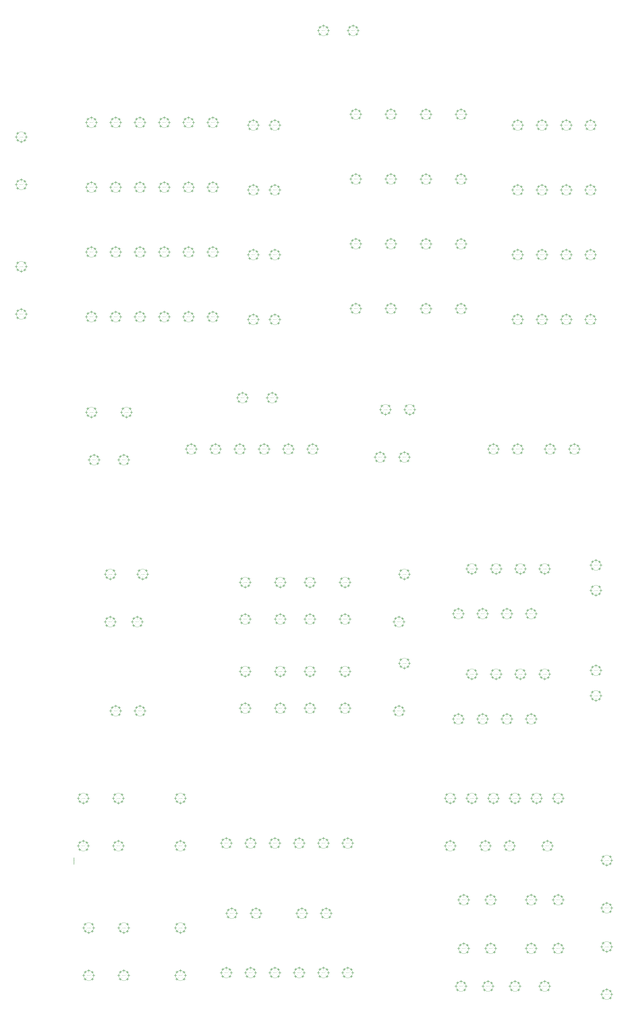
<source format=gbr>
G04 DesignSpark PCB Gerber Version 12.0 Build 5941*
G04 #@! TF.Part,Single*
G04 #@! TF.FileFunction,Other,WholeProcessor - Documentation*
G04 #@! TF.FilePolarity,Positive*
%FSLAX35Y35*%
%MOIN*%
%ADD12C,0.00100*%
%ADD11C,0.00500*%
G04 #@! TD.AperFunction*
X0Y0D02*
D02*
D11*
X147022Y2581746D02*
X156470D01*
Y2582533D01*
X147022D01*
Y2581746D01*
Y3061746D02*
X156470D01*
Y3062533D01*
X147022D01*
Y3061746D01*
X151352Y2577415D02*
X152140D01*
Y2586864D01*
X151352D01*
Y2577415D01*
Y3057415D02*
X152140D01*
Y3066864D01*
X151352D01*
Y3057415D01*
X151746Y2582927D02*
G75*
G03*
Y2581943I0J-492D01*
G01*
G75*
G03*
Y2582927I0J492D01*
G01*
Y2757573D02*
G75*
G03*
Y2758557I0J492D01*
G01*
G75*
G03*
Y2757573I0J-492D01*
G01*
Y3062927D02*
G75*
G03*
Y3061943I0J-492D01*
G01*
G75*
G03*
Y3062927I0J492D01*
G01*
Y3237573D02*
G75*
G03*
Y3238557I0J492D01*
G01*
G75*
G03*
Y3237573I0J-492D01*
G01*
X152140Y2567967D02*
X161589D01*
Y2568754D01*
X152140D01*
Y2567967D01*
Y2763085D02*
X151352D01*
Y2753636D01*
X152140D01*
Y2763085D01*
Y3047967D02*
X161589D01*
Y3048754D01*
X152140D01*
Y3047967D01*
Y3243085D02*
X151352D01*
Y3233636D01*
X152140D01*
Y3243085D01*
X152533Y2594344D02*
X161982D01*
Y2595132D01*
X152533D01*
Y2594344D01*
Y3074344D02*
X161982D01*
Y3075132D01*
X152533D01*
Y3074344D01*
X156470Y2563636D02*
X157258D01*
Y2573085D01*
X156470D01*
Y2563636D01*
Y2758754D02*
X147022D01*
Y2757967D01*
X156470D01*
Y2758754D01*
Y3043636D02*
X157258D01*
Y3053085D01*
X156470D01*
Y3043636D01*
Y3238754D02*
X147022D01*
Y3237967D01*
X156470D01*
Y3238754D01*
X156864Y2568951D02*
G75*
G03*
Y2567967I0J-492D01*
G01*
G75*
G03*
Y2568951I0J492D01*
G01*
Y2590014D02*
X157652D01*
Y2599463D01*
X156864D01*
Y2590014D01*
Y2745959D02*
G75*
G03*
Y2746943I0J492D01*
G01*
G75*
G03*
Y2745959I0J-492D01*
G01*
Y2771549D02*
G75*
G03*
Y2772533I0J492D01*
G01*
G75*
G03*
Y2771549I0J-492D01*
G01*
Y3048951D02*
G75*
G03*
Y3047967I0J-492D01*
G01*
G75*
G03*
Y3048951I0J492D01*
G01*
Y3070014D02*
X157652D01*
Y3079463D01*
X156864D01*
Y3070014D01*
Y3225959D02*
G75*
G03*
Y3226943I0J492D01*
G01*
G75*
G03*
Y3225959I0J-492D01*
G01*
Y3251549D02*
G75*
G03*
Y3252533I0J492D01*
G01*
G75*
G03*
Y3251549I0J-492D01*
G01*
X157258Y2595132D02*
G75*
G03*
Y2594148I0J-492D01*
G01*
G75*
G03*
Y2595132I0J492D01*
G01*
Y2776864D02*
X156470D01*
Y2767415D01*
X157258D01*
Y2776864D01*
Y3075132D02*
G75*
G03*
Y3074148I0J-492D01*
G01*
G75*
G03*
Y3075132I0J492D01*
G01*
Y3256864D02*
X156470D01*
Y3247415D01*
X157258D01*
Y3256864D01*
X157652Y2750880D02*
X156864D01*
Y2741431D01*
X157652D01*
Y2750880D01*
Y3230880D02*
X156864D01*
Y3221431D01*
X157652D01*
Y3230880D01*
X161589Y2772533D02*
X152140D01*
Y2771746D01*
X161589D01*
Y2772533D01*
Y3252533D02*
X152140D01*
Y3251746D01*
X161589D01*
Y3252533D01*
X161982Y2746549D02*
X152533D01*
Y2745762D01*
X161982D01*
Y2746549D01*
Y3226549D02*
X152533D01*
Y3225762D01*
X161982D01*
Y3226549D01*
X165526Y2599856D02*
X174974D01*
Y2600644D01*
X165526D01*
Y2599856D01*
Y3079856D02*
X174974D01*
Y3080644D01*
X165526D01*
Y3079856D01*
X169856Y2595526D02*
X170644D01*
Y2604974D01*
X169856D01*
Y2595526D01*
Y3075526D02*
X170644D01*
Y3084974D01*
X169856D01*
Y3075526D01*
X170250Y2599856D02*
G75*
G03*
Y2562848I0J-18504D01*
G01*
G75*
G03*
Y2599856I0J18504D01*
G01*
Y2600644D02*
G75*
G03*
Y2599659I0J-492D01*
G01*
G75*
G03*
Y2600644I0J492D01*
G01*
Y2739856D02*
G75*
G03*
Y2740841I0J492D01*
G01*
G75*
G03*
Y2739856I0J-492D01*
G01*
Y2740644D02*
G75*
G03*
Y2777652I0J18504D01*
G01*
G75*
G03*
Y2740644I0J-18504D01*
G01*
Y3079856D02*
G75*
G03*
Y3042848I0J-18504D01*
G01*
G75*
G03*
Y3079856I0J18504D01*
G01*
Y3080644D02*
G75*
G03*
Y3079659I0J-492D01*
G01*
G75*
G03*
Y3080644I0J492D01*
G01*
Y3219856D02*
G75*
G03*
Y3220841I0J492D01*
G01*
G75*
G03*
Y3219856I0J-492D01*
G01*
Y3220644D02*
G75*
G03*
Y3257652I0J18504D01*
G01*
G75*
G03*
Y3220644I0J-18504D01*
G01*
X170644Y2744974D02*
X169856D01*
Y2735526D01*
X170644D01*
Y2744974D01*
Y3224974D02*
X169856D01*
Y3215526D01*
X170644D01*
Y3224974D01*
X174974Y2740644D02*
X165526D01*
Y2739856D01*
X174974D01*
Y2740644D01*
Y3220644D02*
X165526D01*
Y3219856D01*
X174974D01*
Y3220644D01*
X178518Y2593951D02*
X187967D01*
Y2594738D01*
X178518D01*
Y2593951D01*
Y3073951D02*
X187967D01*
Y3074738D01*
X178518D01*
Y3073951D01*
X178911Y2567967D02*
X188360D01*
Y2568754D01*
X178911D01*
Y2567967D01*
Y3047967D02*
X188360D01*
Y3048754D01*
X178911D01*
Y3047967D01*
X182848Y2589620D02*
X183636D01*
Y2599069D01*
X182848D01*
Y2589620D01*
Y3069620D02*
X183636D01*
Y3079069D01*
X182848D01*
Y3069620D01*
X183242Y2563636D02*
X184030D01*
Y2573085D01*
X183242D01*
Y2563636D01*
Y2745368D02*
G75*
G03*
Y2746352I0J492D01*
G01*
G75*
G03*
Y2745368I0J-492D01*
G01*
Y3043636D02*
X184030D01*
Y3053085D01*
X183242D01*
Y3043636D01*
Y3225368D02*
G75*
G03*
Y3226352I0J492D01*
G01*
G75*
G03*
Y3225368I0J-492D01*
G01*
X183636Y2568951D02*
G75*
G03*
Y2567967I0J-492D01*
G01*
G75*
G03*
Y2568951I0J492D01*
G01*
Y2594541D02*
G75*
G03*
Y2593557I0J-492D01*
G01*
G75*
G03*
Y2594541I0J492D01*
G01*
Y2750486D02*
X182848D01*
Y2741037D01*
X183636D01*
Y2750486D01*
Y2771549D02*
G75*
G03*
Y2772533I0J492D01*
G01*
G75*
G03*
Y2771549I0J-492D01*
G01*
Y3048951D02*
G75*
G03*
Y3047967I0J-492D01*
G01*
G75*
G03*
Y3048951I0J492D01*
G01*
Y3074541D02*
G75*
G03*
Y3073557I0J-492D01*
G01*
G75*
G03*
Y3074541I0J492D01*
G01*
Y3230486D02*
X182848D01*
Y3221037D01*
X183636D01*
Y3230486D01*
Y3251549D02*
G75*
G03*
Y3252533I0J492D01*
G01*
G75*
G03*
Y3251549I0J-492D01*
G01*
X184030Y2581746D02*
X193478D01*
Y2582533D01*
X184030D01*
Y2581746D01*
Y2776864D02*
X183242D01*
Y2767415D01*
X184030D01*
Y2776864D01*
Y3061746D02*
X193478D01*
Y3062533D01*
X184030D01*
Y3061746D01*
Y3256864D02*
X183242D01*
Y3247415D01*
X184030D01*
Y3256864D01*
X187967Y2746156D02*
X178518D01*
Y2745368D01*
X187967D01*
Y2746156D01*
Y3226156D02*
X178518D01*
Y3225368D01*
X187967D01*
Y3226156D01*
X188360Y2577415D02*
X189148D01*
Y2586864D01*
X188360D01*
Y2577415D01*
Y2772533D02*
X178911D01*
Y2771746D01*
X188360D01*
Y2772533D01*
Y3057415D02*
X189148D01*
Y3066864D01*
X188360D01*
Y3057415D01*
Y3252533D02*
X178911D01*
Y3251746D01*
X188360D01*
Y3252533D01*
X188754Y2582927D02*
G75*
G03*
Y2581943I0J-492D01*
G01*
G75*
G03*
Y2582927I0J492D01*
G01*
Y2757573D02*
G75*
G03*
Y2758557I0J492D01*
G01*
G75*
G03*
Y2757573I0J-492D01*
G01*
Y3062927D02*
G75*
G03*
Y3061943I0J-492D01*
G01*
G75*
G03*
Y3062927I0J492D01*
G01*
Y3237573D02*
G75*
G03*
Y3238557I0J492D01*
G01*
G75*
G03*
Y3237573I0J-492D01*
G01*
X189148Y2763085D02*
X188360D01*
Y2753636D01*
X189148D01*
Y2763085D01*
Y3243085D02*
X188360D01*
Y3233636D01*
X189148D01*
Y3243085D01*
X193478Y2758754D02*
X184030D01*
Y2757967D01*
X193478D01*
Y2758754D01*
Y3238754D02*
X184030D01*
Y3237967D01*
X193478D01*
Y3238754D01*
X377022Y611746D02*
X386470D01*
Y612533D01*
X377022D01*
Y611746D01*
X381352Y607415D02*
X382140D01*
Y616864D01*
X381352D01*
Y607415D01*
X381746Y612927D02*
G75*
G03*
Y611943I0J-492D01*
G01*
G75*
G03*
Y612927I0J492D01*
G01*
Y787573D02*
G75*
G03*
Y788557I0J492D01*
G01*
G75*
G03*
Y787573I0J-492D01*
G01*
X382140Y597967D02*
X391589D01*
Y598754D01*
X382140D01*
Y597967D01*
Y793085D02*
X381352D01*
Y783636D01*
X382140D01*
Y793085D01*
X382533Y624344D02*
X391982D01*
Y625132D01*
X382533D01*
Y624344D01*
X386470Y593636D02*
X387258D01*
Y603085D01*
X386470D01*
Y593636D01*
Y788754D02*
X377022D01*
Y787967D01*
X386470D01*
Y788754D01*
X386864Y598951D02*
G75*
G03*
Y597967I0J-492D01*
G01*
G75*
G03*
Y598951I0J492D01*
G01*
Y620014D02*
X387652D01*
Y629463D01*
X386864D01*
Y620014D01*
Y775959D02*
G75*
G03*
Y776943I0J492D01*
G01*
G75*
G03*
Y775959I0J-492D01*
G01*
Y801549D02*
G75*
G03*
Y802533I0J492D01*
G01*
G75*
G03*
Y801549I0J-492D01*
G01*
X387258Y625132D02*
G75*
G03*
Y624148I0J-492D01*
G01*
G75*
G03*
Y625132I0J492D01*
G01*
Y806864D02*
X386470D01*
Y797415D01*
X387258D01*
Y806864D01*
X387652Y780880D02*
X386864D01*
Y771431D01*
X387652D01*
Y780880D01*
X391589Y802533D02*
X382140D01*
Y801746D01*
X391589D01*
Y802533D01*
X391982Y776549D02*
X382533D01*
Y775762D01*
X391982D01*
Y776549D01*
X395526Y629856D02*
X404974D01*
Y630644D01*
X395526D01*
Y629856D01*
X397022Y131746D02*
X406470D01*
Y132533D01*
X397022D01*
Y131746D01*
X399856Y625526D02*
X400644D01*
Y634974D01*
X399856D01*
Y625526D01*
X400250Y629856D02*
G75*
G03*
Y592848I0J-18504D01*
G01*
G75*
G03*
Y629856I0J18504D01*
G01*
Y630644D02*
G75*
G03*
Y629659I0J-492D01*
G01*
G75*
G03*
Y630644I0J492D01*
G01*
Y769856D02*
G75*
G03*
Y770841I0J492D01*
G01*
G75*
G03*
Y769856I0J-492D01*
G01*
Y770644D02*
G75*
G03*
Y807652I0J18504D01*
G01*
G75*
G03*
Y770644I0J-18504D01*
G01*
X400644Y774974D02*
X399856D01*
Y765526D01*
X400644D01*
Y774974D01*
X401352Y127415D02*
X402140D01*
Y136864D01*
X401352D01*
Y127415D01*
X401746Y132927D02*
G75*
G03*
Y131943I0J-492D01*
G01*
G75*
G03*
Y132927I0J492D01*
G01*
Y307573D02*
G75*
G03*
Y308557I0J492D01*
G01*
G75*
G03*
Y307573I0J-492D01*
G01*
X402140Y117967D02*
X411589D01*
Y118754D01*
X402140D01*
Y117967D01*
Y313085D02*
X401352D01*
Y303636D01*
X402140D01*
Y313085D01*
X402533Y144344D02*
X411982D01*
Y145132D01*
X402533D01*
Y144344D01*
X404974Y770644D02*
X395526D01*
Y769856D01*
X404974D01*
Y770644D01*
X406470Y113636D02*
X407258D01*
Y123085D01*
X406470D01*
Y113636D01*
Y308754D02*
X397022D01*
Y307967D01*
X406470D01*
Y308754D01*
X406864Y118951D02*
G75*
G03*
Y117967I0J-492D01*
G01*
G75*
G03*
Y118951I0J492D01*
G01*
Y140014D02*
X407652D01*
Y149463D01*
X406864D01*
Y140014D01*
Y295959D02*
G75*
G03*
Y296943I0J492D01*
G01*
G75*
G03*
Y295959I0J-492D01*
G01*
Y321549D02*
G75*
G03*
Y322533I0J492D01*
G01*
G75*
G03*
Y321549I0J-492D01*
G01*
X407022Y2571746D02*
X416470D01*
Y2572533D01*
X407022D01*
Y2571746D01*
Y2811746D02*
X416470D01*
Y2812533D01*
X407022D01*
Y2811746D01*
Y3051746D02*
X416470D01*
Y3052533D01*
X407022D01*
Y3051746D01*
Y3291746D02*
X416470D01*
Y3292533D01*
X407022D01*
Y3291746D01*
X407258Y145132D02*
G75*
G03*
Y144148I0J-492D01*
G01*
G75*
G03*
Y145132I0J492D01*
G01*
Y326864D02*
X406470D01*
Y317415D01*
X407258D01*
Y326864D01*
X407652Y300880D02*
X406864D01*
Y291431D01*
X407652D01*
Y300880D01*
X408518Y623951D02*
X417967D01*
Y624738D01*
X408518D01*
Y623951D01*
X408911Y597967D02*
X418360D01*
Y598754D01*
X408911D01*
Y597967D01*
X411352Y2567415D02*
X412140D01*
Y2576864D01*
X411352D01*
Y2567415D01*
Y2807415D02*
X412140D01*
Y2816864D01*
X411352D01*
Y2807415D01*
Y3047415D02*
X412140D01*
Y3056864D01*
X411352D01*
Y3047415D01*
Y3287415D02*
X412140D01*
Y3296864D01*
X411352D01*
Y3287415D01*
X411589Y322533D02*
X402140D01*
Y321746D01*
X411589D01*
Y322533D01*
X411746Y2217573D02*
G75*
G03*
Y2218557I0J492D01*
G01*
G75*
G03*
Y2217573I0J-492D01*
G01*
Y2572927D02*
G75*
G03*
Y2571943I0J-492D01*
G01*
G75*
G03*
Y2572927I0J492D01*
G01*
Y2812927D02*
G75*
G03*
Y2811943I0J-492D01*
G01*
G75*
G03*
Y2812927I0J492D01*
G01*
Y3052927D02*
G75*
G03*
Y3051943I0J-492D01*
G01*
G75*
G03*
Y3052927I0J492D01*
G01*
Y3292927D02*
G75*
G03*
Y3291943I0J-492D01*
G01*
G75*
G03*
Y3292927I0J492D01*
G01*
X411982Y296549D02*
X402533D01*
Y295762D01*
X411982D01*
Y296549D01*
X412140Y2223085D02*
X411352D01*
Y2213636D01*
X412140D01*
Y2223085D01*
Y2557967D02*
X421589D01*
Y2558754D01*
X412140D01*
Y2557967D01*
Y2797967D02*
X421589D01*
Y2798754D01*
X412140D01*
Y2797967D01*
Y3037967D02*
X421589D01*
Y3038754D01*
X412140D01*
Y3037967D01*
Y3277967D02*
X421589D01*
Y3278754D01*
X412140D01*
Y3277967D01*
X412533Y2584344D02*
X421982D01*
Y2585132D01*
X412533D01*
Y2584344D01*
Y2824344D02*
X421982D01*
Y2825132D01*
X412533D01*
Y2824344D01*
Y3064344D02*
X421982D01*
Y3065132D01*
X412533D01*
Y3064344D01*
Y3304344D02*
X421982D01*
Y3305132D01*
X412533D01*
Y3304344D01*
X412848Y619620D02*
X413636D01*
Y629069D01*
X412848D01*
Y619620D01*
X413242Y593636D02*
X414030D01*
Y603085D01*
X413242D01*
Y593636D01*
Y775368D02*
G75*
G03*
Y776352I0J492D01*
G01*
G75*
G03*
Y775368I0J-492D01*
G01*
X413636Y598951D02*
G75*
G03*
Y597967I0J-492D01*
G01*
G75*
G03*
Y598951I0J492D01*
G01*
Y624541D02*
G75*
G03*
Y623557I0J-492D01*
G01*
G75*
G03*
Y624541I0J492D01*
G01*
Y780486D02*
X412848D01*
Y771037D01*
X413636D01*
Y780486D01*
Y801549D02*
G75*
G03*
Y802533I0J492D01*
G01*
G75*
G03*
Y801549I0J-492D01*
G01*
X414030Y611746D02*
X423478D01*
Y612533D01*
X414030D01*
Y611746D01*
Y806864D02*
X413242D01*
Y797415D01*
X414030D01*
Y806864D01*
X415526Y149856D02*
X424974D01*
Y150644D01*
X415526D01*
Y149856D01*
X416470Y2218754D02*
X407022D01*
Y2217967D01*
X416470D01*
Y2218754D01*
Y2553636D02*
X417258D01*
Y2563085D01*
X416470D01*
Y2553636D01*
Y2793636D02*
X417258D01*
Y2803085D01*
X416470D01*
Y2793636D01*
Y3033636D02*
X417258D01*
Y3043085D01*
X416470D01*
Y3033636D01*
Y3273636D02*
X417258D01*
Y3283085D01*
X416470D01*
Y3273636D01*
X416864Y2205959D02*
G75*
G03*
Y2206943I0J492D01*
G01*
G75*
G03*
Y2205959I0J-492D01*
G01*
Y2231549D02*
G75*
G03*
Y2232533I0J492D01*
G01*
G75*
G03*
Y2231549I0J-492D01*
G01*
Y2558951D02*
G75*
G03*
Y2557967I0J-492D01*
G01*
G75*
G03*
Y2558951I0J492D01*
G01*
Y2580014D02*
X417652D01*
Y2589463D01*
X416864D01*
Y2580014D01*
Y2798951D02*
G75*
G03*
Y2797967I0J-492D01*
G01*
G75*
G03*
Y2798951I0J492D01*
G01*
Y2820014D02*
X417652D01*
Y2829463D01*
X416864D01*
Y2820014D01*
Y3038951D02*
G75*
G03*
Y3037967I0J-492D01*
G01*
G75*
G03*
Y3038951I0J492D01*
G01*
Y3060014D02*
X417652D01*
Y3069463D01*
X416864D01*
Y3060014D01*
Y3278951D02*
G75*
G03*
Y3277967I0J-492D01*
G01*
G75*
G03*
Y3278951I0J492D01*
G01*
Y3300014D02*
X417652D01*
Y3309463D01*
X416864D01*
Y3300014D01*
X417022Y2041746D02*
X426470D01*
Y2042533D01*
X417022D01*
Y2041746D01*
X417258Y2236864D02*
X416470D01*
Y2227415D01*
X417258D01*
Y2236864D01*
Y2585132D02*
G75*
G03*
Y2584148I0J-492D01*
G01*
G75*
G03*
Y2585132I0J492D01*
G01*
Y2825132D02*
G75*
G03*
Y2824148I0J-492D01*
G01*
G75*
G03*
Y2825132I0J492D01*
G01*
Y3065132D02*
G75*
G03*
Y3064148I0J-492D01*
G01*
G75*
G03*
Y3065132I0J492D01*
G01*
Y3305132D02*
G75*
G03*
Y3304148I0J-492D01*
G01*
G75*
G03*
Y3305132I0J492D01*
G01*
X417652Y2210880D02*
X416864D01*
Y2201431D01*
X417652D01*
Y2210880D01*
X417967Y776156D02*
X408518D01*
Y775368D01*
X417967D01*
Y776156D01*
X418360Y607415D02*
X419148D01*
Y616864D01*
X418360D01*
Y607415D01*
Y802533D02*
X408911D01*
Y801746D01*
X418360D01*
Y802533D01*
X418754Y612927D02*
G75*
G03*
Y611943I0J-492D01*
G01*
G75*
G03*
Y612927I0J492D01*
G01*
Y787573D02*
G75*
G03*
Y788557I0J492D01*
G01*
G75*
G03*
Y787573I0J-492D01*
G01*
X419148Y793085D02*
X418360D01*
Y783636D01*
X419148D01*
Y793085D01*
X419856Y145526D02*
X420644D01*
Y154974D01*
X419856D01*
Y145526D01*
X420250Y149856D02*
G75*
G03*
Y112848I0J-18504D01*
G01*
G75*
G03*
Y149856I0J18504D01*
G01*
Y150644D02*
G75*
G03*
Y149659I0J-492D01*
G01*
G75*
G03*
Y150644I0J492D01*
G01*
Y289856D02*
G75*
G03*
Y290841I0J492D01*
G01*
G75*
G03*
Y289856I0J-492D01*
G01*
Y290644D02*
G75*
G03*
Y327652I0J18504D01*
G01*
G75*
G03*
Y290644I0J-18504D01*
G01*
X420644Y294974D02*
X419856D01*
Y285526D01*
X420644D01*
Y294974D01*
X421352Y2037415D02*
X422140D01*
Y2046864D01*
X421352D01*
Y2037415D01*
X421589Y2232533D02*
X412140D01*
Y2231746D01*
X421589D01*
Y2232533D01*
X421746Y2042927D02*
G75*
G03*
Y2041943I0J-492D01*
G01*
G75*
G03*
Y2042927I0J492D01*
G01*
X421982Y2206549D02*
X412533D01*
Y2205762D01*
X421982D01*
Y2206549D01*
X422140Y2027967D02*
X431589D01*
Y2028754D01*
X422140D01*
Y2027967D01*
X422533Y2054344D02*
X431982D01*
Y2055132D01*
X422533D01*
Y2054344D01*
X423478Y788754D02*
X414030D01*
Y787967D01*
X423478D01*
Y788754D01*
X424974Y290644D02*
X415526D01*
Y289856D01*
X424974D01*
Y290644D01*
X425526Y2589856D02*
X434974D01*
Y2590644D01*
X425526D01*
Y2589856D01*
Y2829856D02*
X434974D01*
Y2830644D01*
X425526D01*
Y2829856D01*
Y3069856D02*
X434974D01*
Y3070644D01*
X425526D01*
Y3069856D01*
Y3309856D02*
X434974D01*
Y3310644D01*
X425526D01*
Y3309856D01*
X426470Y2023636D02*
X427258D01*
Y2033085D01*
X426470D01*
Y2023636D01*
X426864Y2028951D02*
G75*
G03*
Y2027967I0J-492D01*
G01*
G75*
G03*
Y2028951I0J492D01*
G01*
Y2050014D02*
X427652D01*
Y2059463D01*
X426864D01*
Y2050014D01*
X427258Y2055132D02*
G75*
G03*
Y2054148I0J-492D01*
G01*
G75*
G03*
Y2055132I0J492D01*
G01*
X428518Y143951D02*
X437967D01*
Y144738D01*
X428518D01*
Y143951D01*
X428911Y117967D02*
X438360D01*
Y118754D01*
X428911D01*
Y117967D01*
X429856Y2585526D02*
X430644D01*
Y2594974D01*
X429856D01*
Y2585526D01*
Y2825526D02*
X430644D01*
Y2834974D01*
X429856D01*
Y2825526D01*
Y3065526D02*
X430644D01*
Y3074974D01*
X429856D01*
Y3065526D01*
Y3305526D02*
X430644D01*
Y3314974D01*
X429856D01*
Y3305526D01*
X430250Y2199856D02*
G75*
G03*
Y2200841I0J492D01*
G01*
G75*
G03*
Y2199856I0J-492D01*
G01*
Y2200644D02*
G75*
G03*
Y2237652I0J18504D01*
G01*
G75*
G03*
Y2200644I0J-18504D01*
G01*
Y2589856D02*
G75*
G03*
Y2552848I0J-18504D01*
G01*
G75*
G03*
Y2589856I0J18504D01*
G01*
Y2590644D02*
G75*
G03*
Y2589659I0J-492D01*
G01*
G75*
G03*
Y2590644I0J492D01*
G01*
Y2829856D02*
G75*
G03*
Y2792848I0J-18504D01*
G01*
G75*
G03*
Y2829856I0J18504D01*
G01*
Y2830644D02*
G75*
G03*
Y2829659I0J-492D01*
G01*
G75*
G03*
Y2830644I0J492D01*
G01*
Y3069856D02*
G75*
G03*
Y3032848I0J-18504D01*
G01*
G75*
G03*
Y3069856I0J18504D01*
G01*
Y3070644D02*
G75*
G03*
Y3069659I0J-492D01*
G01*
G75*
G03*
Y3070644I0J492D01*
G01*
Y3309856D02*
G75*
G03*
Y3272848I0J-18504D01*
G01*
G75*
G03*
Y3309856I0J18504D01*
G01*
Y3310644D02*
G75*
G03*
Y3309659I0J-492D01*
G01*
G75*
G03*
Y3310644I0J492D01*
G01*
X430644Y2204974D02*
X429856D01*
Y2195526D01*
X430644D01*
Y2204974D01*
X432848Y139620D02*
X433636D01*
Y149069D01*
X432848D01*
Y139620D01*
X433242Y113636D02*
X434030D01*
Y123085D01*
X433242D01*
Y113636D01*
Y295368D02*
G75*
G03*
Y296352I0J492D01*
G01*
G75*
G03*
Y295368I0J-492D01*
G01*
X433636Y118951D02*
G75*
G03*
Y117967I0J-492D01*
G01*
G75*
G03*
Y118951I0J492D01*
G01*
Y144541D02*
G75*
G03*
Y143557I0J-492D01*
G01*
G75*
G03*
Y144541I0J492D01*
G01*
Y300486D02*
X432848D01*
Y291037D01*
X433636D01*
Y300486D01*
Y321549D02*
G75*
G03*
Y322533I0J492D01*
G01*
G75*
G03*
Y321549I0J-492D01*
G01*
X434030Y131746D02*
X443478D01*
Y132533D01*
X434030D01*
Y131746D01*
Y326864D02*
X433242D01*
Y317415D01*
X434030D01*
Y326864D01*
X434974Y2200644D02*
X425526D01*
Y2199856D01*
X434974D01*
Y2200644D01*
X435526Y2059856D02*
X444974D01*
Y2060644D01*
X435526D01*
Y2059856D01*
X437967Y296156D02*
X428518D01*
Y295368D01*
X437967D01*
Y296156D01*
X438360Y127415D02*
X439148D01*
Y136864D01*
X438360D01*
Y127415D01*
Y322533D02*
X428911D01*
Y321746D01*
X438360D01*
Y322533D01*
X438518Y2583951D02*
X447967D01*
Y2584738D01*
X438518D01*
Y2583951D01*
Y2823951D02*
X447967D01*
Y2824738D01*
X438518D01*
Y2823951D01*
Y3063951D02*
X447967D01*
Y3064738D01*
X438518D01*
Y3063951D01*
Y3303951D02*
X447967D01*
Y3304738D01*
X438518D01*
Y3303951D01*
X438754Y132927D02*
G75*
G03*
Y131943I0J-492D01*
G01*
G75*
G03*
Y132927I0J492D01*
G01*
Y307573D02*
G75*
G03*
Y308557I0J492D01*
G01*
G75*
G03*
Y307573I0J-492D01*
G01*
X438911Y2557967D02*
X448360D01*
Y2558754D01*
X438911D01*
Y2557967D01*
Y2797967D02*
X448360D01*
Y2798754D01*
X438911D01*
Y2797967D01*
Y3037967D02*
X448360D01*
Y3038754D01*
X438911D01*
Y3037967D01*
Y3277967D02*
X448360D01*
Y3278754D01*
X438911D01*
Y3277967D01*
X439148Y313085D02*
X438360D01*
Y303636D01*
X439148D01*
Y313085D01*
X439856Y2055526D02*
X440644D01*
Y2064974D01*
X439856D01*
Y2055526D01*
X440250Y2059856D02*
G75*
G03*
Y2022848I0J-18504D01*
G01*
G75*
G03*
Y2059856I0J18504D01*
G01*
Y2060644D02*
G75*
G03*
Y2059659I0J-492D01*
G01*
G75*
G03*
Y2060644I0J492D01*
G01*
X442848Y2579620D02*
X443636D01*
Y2589069D01*
X442848D01*
Y2579620D01*
Y2819620D02*
X443636D01*
Y2829069D01*
X442848D01*
Y2819620D01*
Y3059620D02*
X443636D01*
Y3069069D01*
X442848D01*
Y3059620D01*
Y3299620D02*
X443636D01*
Y3309069D01*
X442848D01*
Y3299620D01*
X443242Y2205368D02*
G75*
G03*
Y2206352I0J492D01*
G01*
G75*
G03*
Y2205368I0J-492D01*
G01*
Y2553636D02*
X444030D01*
Y2563085D01*
X443242D01*
Y2553636D01*
Y2793636D02*
X444030D01*
Y2803085D01*
X443242D01*
Y2793636D01*
Y3033636D02*
X444030D01*
Y3043085D01*
X443242D01*
Y3033636D01*
Y3273636D02*
X444030D01*
Y3283085D01*
X443242D01*
Y3273636D01*
X443478Y308754D02*
X434030D01*
Y307967D01*
X443478D01*
Y308754D01*
X443636Y2210486D02*
X442848D01*
Y2201037D01*
X443636D01*
Y2210486D01*
Y2231549D02*
G75*
G03*
Y2232533I0J492D01*
G01*
G75*
G03*
Y2231549I0J-492D01*
G01*
Y2558951D02*
G75*
G03*
Y2557967I0J-492D01*
G01*
G75*
G03*
Y2558951I0J492D01*
G01*
Y2584541D02*
G75*
G03*
Y2583557I0J-492D01*
G01*
G75*
G03*
Y2584541I0J492D01*
G01*
Y2798951D02*
G75*
G03*
Y2797967I0J-492D01*
G01*
G75*
G03*
Y2798951I0J492D01*
G01*
Y2824541D02*
G75*
G03*
Y2823557I0J-492D01*
G01*
G75*
G03*
Y2824541I0J492D01*
G01*
Y3038951D02*
G75*
G03*
Y3037967I0J-492D01*
G01*
G75*
G03*
Y3038951I0J492D01*
G01*
Y3064541D02*
G75*
G03*
Y3063557I0J-492D01*
G01*
G75*
G03*
Y3064541I0J492D01*
G01*
Y3278951D02*
G75*
G03*
Y3277967I0J-492D01*
G01*
G75*
G03*
Y3278951I0J492D01*
G01*
Y3304541D02*
G75*
G03*
Y3303557I0J-492D01*
G01*
G75*
G03*
Y3304541I0J492D01*
G01*
X444030Y2236864D02*
X443242D01*
Y2227415D01*
X444030D01*
Y2236864D01*
Y2571746D02*
X453478D01*
Y2572533D01*
X444030D01*
Y2571746D01*
Y2811746D02*
X453478D01*
Y2812533D01*
X444030D01*
Y2811746D01*
Y3051746D02*
X453478D01*
Y3052533D01*
X444030D01*
Y3051746D01*
Y3291746D02*
X453478D01*
Y3292533D01*
X444030D01*
Y3291746D01*
X447967Y2206156D02*
X438518D01*
Y2205368D01*
X447967D01*
Y2206156D01*
X448360Y2232533D02*
X438911D01*
Y2231746D01*
X448360D01*
Y2232533D01*
Y2567415D02*
X449148D01*
Y2576864D01*
X448360D01*
Y2567415D01*
Y2807415D02*
X449148D01*
Y2816864D01*
X448360D01*
Y2807415D01*
Y3047415D02*
X449148D01*
Y3056864D01*
X448360D01*
Y3047415D01*
Y3287415D02*
X449148D01*
Y3296864D01*
X448360D01*
Y3287415D01*
X448518Y2053951D02*
X457967D01*
Y2054738D01*
X448518D01*
Y2053951D01*
X448754Y2217573D02*
G75*
G03*
Y2218557I0J492D01*
G01*
G75*
G03*
Y2217573I0J-492D01*
G01*
Y2572927D02*
G75*
G03*
Y2571943I0J-492D01*
G01*
G75*
G03*
Y2572927I0J492D01*
G01*
Y2812927D02*
G75*
G03*
Y2811943I0J-492D01*
G01*
G75*
G03*
Y2812927I0J492D01*
G01*
Y3052927D02*
G75*
G03*
Y3051943I0J-492D01*
G01*
G75*
G03*
Y3052927I0J492D01*
G01*
Y3292927D02*
G75*
G03*
Y3291943I0J-492D01*
G01*
G75*
G03*
Y3292927I0J492D01*
G01*
X448911Y2027967D02*
X458360D01*
Y2028754D01*
X448911D01*
Y2027967D01*
X449148Y2223085D02*
X448360D01*
Y2213636D01*
X449148D01*
Y2223085D01*
X452848Y2049620D02*
X453636D01*
Y2059069D01*
X452848D01*
Y2049620D01*
X453242Y2023636D02*
X454030D01*
Y2033085D01*
X453242D01*
Y2023636D01*
X453478Y2218754D02*
X444030D01*
Y2217967D01*
X453478D01*
Y2218754D01*
X453636Y2028951D02*
G75*
G03*
Y2027967I0J-492D01*
G01*
G75*
G03*
Y2028951I0J492D01*
G01*
Y2054541D02*
G75*
G03*
Y2053557I0J-492D01*
G01*
G75*
G03*
Y2054541I0J492D01*
G01*
X454030Y2041746D02*
X463478D01*
Y2042533D01*
X454030D01*
Y2041746D01*
X458360Y2037415D02*
X459148D01*
Y2046864D01*
X458360D01*
Y2037415D01*
X458754Y2042927D02*
G75*
G03*
Y2041943I0J-492D01*
G01*
G75*
G03*
Y2042927I0J492D01*
G01*
X477022Y1441746D02*
X486470D01*
Y1442533D01*
X477022D01*
Y1441746D01*
X481352Y1437415D02*
X482140D01*
Y1446864D01*
X481352D01*
Y1437415D01*
X481746Y1442927D02*
G75*
G03*
Y1441943I0J-492D01*
G01*
G75*
G03*
Y1442927I0J492D01*
G01*
Y1617573D02*
G75*
G03*
Y1618557I0J492D01*
G01*
G75*
G03*
Y1617573I0J-492D01*
G01*
X482140Y1427967D02*
X491589D01*
Y1428754D01*
X482140D01*
Y1427967D01*
Y1623085D02*
X481352D01*
Y1613636D01*
X482140D01*
Y1623085D01*
X482533Y1454344D02*
X491982D01*
Y1455132D01*
X482533D01*
Y1454344D01*
X486470Y1423636D02*
X487258D01*
Y1433085D01*
X486470D01*
Y1423636D01*
Y1618754D02*
X477022D01*
Y1617967D01*
X486470D01*
Y1618754D01*
X486864Y1428951D02*
G75*
G03*
Y1427967I0J-492D01*
G01*
G75*
G03*
Y1428951I0J492D01*
G01*
Y1450014D02*
X487652D01*
Y1459463D01*
X486864D01*
Y1450014D01*
Y1605959D02*
G75*
G03*
Y1606943I0J492D01*
G01*
G75*
G03*
Y1605959I0J-492D01*
G01*
Y1631549D02*
G75*
G03*
Y1632533I0J492D01*
G01*
G75*
G03*
Y1631549I0J-492D01*
G01*
X487258Y1455132D02*
G75*
G03*
Y1454148I0J-492D01*
G01*
G75*
G03*
Y1455132I0J492D01*
G01*
Y1636864D02*
X486470D01*
Y1627415D01*
X487258D01*
Y1636864D01*
X487652Y1610880D02*
X486864D01*
Y1601431D01*
X487652D01*
Y1610880D01*
X491589Y1632533D02*
X482140D01*
Y1631746D01*
X491589D01*
Y1632533D01*
X491982Y1606549D02*
X482533D01*
Y1605762D01*
X491982D01*
Y1606549D01*
X495526Y1459856D02*
X504974D01*
Y1460644D01*
X495526D01*
Y1459856D01*
X497022Y1111746D02*
X506470D01*
Y1112533D01*
X497022D01*
Y1111746D01*
Y2571746D02*
X506470D01*
Y2572533D01*
X497022D01*
Y2571746D01*
Y2811746D02*
X506470D01*
Y2812533D01*
X497022D01*
Y2811746D01*
Y3051746D02*
X506470D01*
Y3052533D01*
X497022D01*
Y3051746D01*
Y3291746D02*
X506470D01*
Y3292533D01*
X497022D01*
Y3291746D01*
X499856Y1455526D02*
X500644D01*
Y1464974D01*
X499856D01*
Y1455526D01*
X500250Y1459856D02*
G75*
G03*
Y1422848I0J-18504D01*
G01*
G75*
G03*
Y1459856I0J18504D01*
G01*
Y1460644D02*
G75*
G03*
Y1459659I0J-492D01*
G01*
G75*
G03*
Y1460644I0J492D01*
G01*
Y1599856D02*
G75*
G03*
Y1600841I0J492D01*
G01*
G75*
G03*
Y1599856I0J-492D01*
G01*
Y1600644D02*
G75*
G03*
Y1637652I0J18504D01*
G01*
G75*
G03*
Y1600644I0J-18504D01*
G01*
X500644Y1604974D02*
X499856D01*
Y1595526D01*
X500644D01*
Y1604974D01*
X501352Y1107415D02*
X502140D01*
Y1116864D01*
X501352D01*
Y1107415D01*
Y2567415D02*
X502140D01*
Y2576864D01*
X501352D01*
Y2567415D01*
Y2807415D02*
X502140D01*
Y2816864D01*
X501352D01*
Y2807415D01*
Y3047415D02*
X502140D01*
Y3056864D01*
X501352D01*
Y3047415D01*
Y3287415D02*
X502140D01*
Y3296864D01*
X501352D01*
Y3287415D01*
X501746Y1112927D02*
G75*
G03*
Y1111943I0J-492D01*
G01*
G75*
G03*
Y1112927I0J492D01*
G01*
Y2572927D02*
G75*
G03*
Y2571943I0J-492D01*
G01*
G75*
G03*
Y2572927I0J492D01*
G01*
Y2812927D02*
G75*
G03*
Y2811943I0J-492D01*
G01*
G75*
G03*
Y2812927I0J492D01*
G01*
Y3052927D02*
G75*
G03*
Y3051943I0J-492D01*
G01*
G75*
G03*
Y3052927I0J492D01*
G01*
Y3292927D02*
G75*
G03*
Y3291943I0J-492D01*
G01*
G75*
G03*
Y3292927I0J492D01*
G01*
X502140Y1097967D02*
X511589D01*
Y1098754D01*
X502140D01*
Y1097967D01*
Y2557967D02*
X511589D01*
Y2558754D01*
X502140D01*
Y2557967D01*
Y2797967D02*
X511589D01*
Y2798754D01*
X502140D01*
Y2797967D01*
Y3037967D02*
X511589D01*
Y3038754D01*
X502140D01*
Y3037967D01*
Y3277967D02*
X511589D01*
Y3278754D01*
X502140D01*
Y3277967D01*
X502533Y1124344D02*
X511982D01*
Y1125132D01*
X502533D01*
Y1124344D01*
Y2584344D02*
X511982D01*
Y2585132D01*
X502533D01*
Y2584344D01*
Y2824344D02*
X511982D01*
Y2825132D01*
X502533D01*
Y2824344D01*
Y3064344D02*
X511982D01*
Y3065132D01*
X502533D01*
Y3064344D01*
Y3304344D02*
X511982D01*
Y3305132D01*
X502533D01*
Y3304344D01*
X504974Y1600644D02*
X495526D01*
Y1599856D01*
X504974D01*
Y1600644D01*
X506470Y1093636D02*
X507258D01*
Y1103085D01*
X506470D01*
Y1093636D01*
Y2553636D02*
X507258D01*
Y2563085D01*
X506470D01*
Y2553636D01*
Y2793636D02*
X507258D01*
Y2803085D01*
X506470D01*
Y2793636D01*
Y3033636D02*
X507258D01*
Y3043085D01*
X506470D01*
Y3033636D01*
Y3273636D02*
X507258D01*
Y3283085D01*
X506470D01*
Y3273636D01*
X506864Y1098951D02*
G75*
G03*
Y1097967I0J-492D01*
G01*
G75*
G03*
Y1098951I0J492D01*
G01*
Y1120014D02*
X507652D01*
Y1129463D01*
X506864D01*
Y1120014D01*
Y2558951D02*
G75*
G03*
Y2557967I0J-492D01*
G01*
G75*
G03*
Y2558951I0J492D01*
G01*
Y2580014D02*
X507652D01*
Y2589463D01*
X506864D01*
Y2580014D01*
Y2798951D02*
G75*
G03*
Y2797967I0J-492D01*
G01*
G75*
G03*
Y2798951I0J492D01*
G01*
Y2820014D02*
X507652D01*
Y2829463D01*
X506864D01*
Y2820014D01*
Y3038951D02*
G75*
G03*
Y3037967I0J-492D01*
G01*
G75*
G03*
Y3038951I0J492D01*
G01*
Y3060014D02*
X507652D01*
Y3069463D01*
X506864D01*
Y3060014D01*
Y3278951D02*
G75*
G03*
Y3277967I0J-492D01*
G01*
G75*
G03*
Y3278951I0J492D01*
G01*
Y3300014D02*
X507652D01*
Y3309463D01*
X506864D01*
Y3300014D01*
X507022Y611746D02*
X516470D01*
Y612533D01*
X507022D01*
Y611746D01*
X507258Y1125132D02*
G75*
G03*
Y1124148I0J-492D01*
G01*
G75*
G03*
Y1125132I0J492D01*
G01*
Y2585132D02*
G75*
G03*
Y2584148I0J-492D01*
G01*
G75*
G03*
Y2585132I0J492D01*
G01*
Y2825132D02*
G75*
G03*
Y2824148I0J-492D01*
G01*
G75*
G03*
Y2825132I0J492D01*
G01*
Y3065132D02*
G75*
G03*
Y3064148I0J-492D01*
G01*
G75*
G03*
Y3065132I0J492D01*
G01*
Y3305132D02*
G75*
G03*
Y3304148I0J-492D01*
G01*
G75*
G03*
Y3305132I0J492D01*
G01*
X508518Y1453951D02*
X517967D01*
Y1454738D01*
X508518D01*
Y1453951D01*
X508911Y1427967D02*
X518360D01*
Y1428754D01*
X508911D01*
Y1427967D01*
X511352Y607415D02*
X512140D01*
Y616864D01*
X511352D01*
Y607415D01*
X511746Y612927D02*
G75*
G03*
Y611943I0J-492D01*
G01*
G75*
G03*
Y612927I0J492D01*
G01*
Y787573D02*
G75*
G03*
Y788557I0J492D01*
G01*
G75*
G03*
Y787573I0J-492D01*
G01*
X512140Y597967D02*
X521589D01*
Y598754D01*
X512140D01*
Y597967D01*
Y793085D02*
X511352D01*
Y783636D01*
X512140D01*
Y793085D01*
X512533Y624344D02*
X521982D01*
Y625132D01*
X512533D01*
Y624344D01*
X512848Y1449620D02*
X513636D01*
Y1459069D01*
X512848D01*
Y1449620D01*
X513242Y1423636D02*
X514030D01*
Y1433085D01*
X513242D01*
Y1423636D01*
Y1605368D02*
G75*
G03*
Y1606352I0J492D01*
G01*
G75*
G03*
Y1605368I0J-492D01*
G01*
X513636Y1428951D02*
G75*
G03*
Y1427967I0J-492D01*
G01*
G75*
G03*
Y1428951I0J492D01*
G01*
Y1454541D02*
G75*
G03*
Y1453557I0J-492D01*
G01*
G75*
G03*
Y1454541I0J492D01*
G01*
Y1610486D02*
X512848D01*
Y1601037D01*
X513636D01*
Y1610486D01*
Y1631549D02*
G75*
G03*
Y1632533I0J492D01*
G01*
G75*
G03*
Y1631549I0J-492D01*
G01*
X514030Y1441746D02*
X523478D01*
Y1442533D01*
X514030D01*
Y1441746D01*
Y1636864D02*
X513242D01*
Y1627415D01*
X514030D01*
Y1636864D01*
X515526Y1129856D02*
X524974D01*
Y1130644D01*
X515526D01*
Y1129856D01*
Y2589856D02*
X524974D01*
Y2590644D01*
X515526D01*
Y2589856D01*
Y2829856D02*
X524974D01*
Y2830644D01*
X515526D01*
Y2829856D01*
Y3069856D02*
X524974D01*
Y3070644D01*
X515526D01*
Y3069856D01*
Y3309856D02*
X524974D01*
Y3310644D01*
X515526D01*
Y3309856D01*
X516470Y593636D02*
X517258D01*
Y603085D01*
X516470D01*
Y593636D01*
Y788754D02*
X507022D01*
Y787967D01*
X516470D01*
Y788754D01*
X516864Y598951D02*
G75*
G03*
Y597967I0J-492D01*
G01*
G75*
G03*
Y598951I0J492D01*
G01*
Y620014D02*
X517652D01*
Y629463D01*
X516864D01*
Y620014D01*
Y775959D02*
G75*
G03*
Y776943I0J492D01*
G01*
G75*
G03*
Y775959I0J-492D01*
G01*
Y801549D02*
G75*
G03*
Y802533I0J492D01*
G01*
G75*
G03*
Y801549I0J-492D01*
G01*
X517258Y625132D02*
G75*
G03*
Y624148I0J-492D01*
G01*
G75*
G03*
Y625132I0J492D01*
G01*
Y806864D02*
X516470D01*
Y797415D01*
X517258D01*
Y806864D01*
X517652Y780880D02*
X516864D01*
Y771431D01*
X517652D01*
Y780880D01*
X517967Y1606156D02*
X508518D01*
Y1605368D01*
X517967D01*
Y1606156D01*
X518360Y1437415D02*
X519148D01*
Y1446864D01*
X518360D01*
Y1437415D01*
Y1632533D02*
X508911D01*
Y1631746D01*
X518360D01*
Y1632533D01*
X518754Y1442927D02*
G75*
G03*
Y1441943I0J-492D01*
G01*
G75*
G03*
Y1442927I0J492D01*
G01*
Y1617573D02*
G75*
G03*
Y1618557I0J492D01*
G01*
G75*
G03*
Y1617573I0J-492D01*
G01*
X519148Y1623085D02*
X518360D01*
Y1613636D01*
X519148D01*
Y1623085D01*
X519856Y1125526D02*
X520644D01*
Y1134974D01*
X519856D01*
Y1125526D01*
Y2585526D02*
X520644D01*
Y2594974D01*
X519856D01*
Y2585526D01*
Y2825526D02*
X520644D01*
Y2834974D01*
X519856D01*
Y2825526D01*
Y3065526D02*
X520644D01*
Y3074974D01*
X519856D01*
Y3065526D01*
Y3305526D02*
X520644D01*
Y3314974D01*
X519856D01*
Y3305526D01*
X520250Y1129856D02*
G75*
G03*
Y1092848I0J-18504D01*
G01*
G75*
G03*
Y1129856I0J18504D01*
G01*
Y1130644D02*
G75*
G03*
Y1129659I0J-492D01*
G01*
G75*
G03*
Y1130644I0J492D01*
G01*
Y2589856D02*
G75*
G03*
Y2552848I0J-18504D01*
G01*
G75*
G03*
Y2589856I0J18504D01*
G01*
Y2590644D02*
G75*
G03*
Y2589659I0J-492D01*
G01*
G75*
G03*
Y2590644I0J492D01*
G01*
Y2829856D02*
G75*
G03*
Y2792848I0J-18504D01*
G01*
G75*
G03*
Y2829856I0J18504D01*
G01*
Y2830644D02*
G75*
G03*
Y2829659I0J-492D01*
G01*
G75*
G03*
Y2830644I0J492D01*
G01*
Y3069856D02*
G75*
G03*
Y3032848I0J-18504D01*
G01*
G75*
G03*
Y3069856I0J18504D01*
G01*
Y3070644D02*
G75*
G03*
Y3069659I0J-492D01*
G01*
G75*
G03*
Y3070644I0J492D01*
G01*
Y3309856D02*
G75*
G03*
Y3272848I0J-18504D01*
G01*
G75*
G03*
Y3309856I0J18504D01*
G01*
Y3310644D02*
G75*
G03*
Y3309659I0J-492D01*
G01*
G75*
G03*
Y3310644I0J492D01*
G01*
X521589Y802533D02*
X512140D01*
Y801746D01*
X521589D01*
Y802533D01*
X521982Y776549D02*
X512533D01*
Y775762D01*
X521982D01*
Y776549D01*
X523478Y1618754D02*
X514030D01*
Y1617967D01*
X523478D01*
Y1618754D01*
X525526Y629856D02*
X534974D01*
Y630644D01*
X525526D01*
Y629856D01*
X527022Y131746D02*
X536470D01*
Y132533D01*
X527022D01*
Y131746D01*
Y2041746D02*
X536470D01*
Y2042533D01*
X527022D01*
Y2041746D01*
X528518Y1123951D02*
X537967D01*
Y1124738D01*
X528518D01*
Y1123951D01*
Y2583951D02*
X537967D01*
Y2584738D01*
X528518D01*
Y2583951D01*
Y2823951D02*
X537967D01*
Y2824738D01*
X528518D01*
Y2823951D01*
Y3063951D02*
X537967D01*
Y3064738D01*
X528518D01*
Y3063951D01*
Y3303951D02*
X537967D01*
Y3304738D01*
X528518D01*
Y3303951D01*
X528911Y1097967D02*
X538360D01*
Y1098754D01*
X528911D01*
Y1097967D01*
Y2557967D02*
X538360D01*
Y2558754D01*
X528911D01*
Y2557967D01*
Y2797967D02*
X538360D01*
Y2798754D01*
X528911D01*
Y2797967D01*
Y3037967D02*
X538360D01*
Y3038754D01*
X528911D01*
Y3037967D01*
Y3277967D02*
X538360D01*
Y3278754D01*
X528911D01*
Y3277967D01*
X529856Y625526D02*
X530644D01*
Y634974D01*
X529856D01*
Y625526D01*
X530250Y629856D02*
G75*
G03*
Y592848I0J-18504D01*
G01*
G75*
G03*
Y629856I0J18504D01*
G01*
Y630644D02*
G75*
G03*
Y629659I0J-492D01*
G01*
G75*
G03*
Y630644I0J492D01*
G01*
Y769856D02*
G75*
G03*
Y770841I0J492D01*
G01*
G75*
G03*
Y769856I0J-492D01*
G01*
Y770644D02*
G75*
G03*
Y807652I0J18504D01*
G01*
G75*
G03*
Y770644I0J-18504D01*
G01*
X530644Y774974D02*
X529856D01*
Y765526D01*
X530644D01*
Y774974D01*
X531352Y127415D02*
X532140D01*
Y136864D01*
X531352D01*
Y127415D01*
Y2037415D02*
X532140D01*
Y2046864D01*
X531352D01*
Y2037415D01*
X531746Y132927D02*
G75*
G03*
Y131943I0J-492D01*
G01*
G75*
G03*
Y132927I0J492D01*
G01*
Y307573D02*
G75*
G03*
Y308557I0J492D01*
G01*
G75*
G03*
Y307573I0J-492D01*
G01*
Y2042927D02*
G75*
G03*
Y2041943I0J-492D01*
G01*
G75*
G03*
Y2042927I0J492D01*
G01*
X532140Y117967D02*
X541589D01*
Y118754D01*
X532140D01*
Y117967D01*
Y313085D02*
X531352D01*
Y303636D01*
X532140D01*
Y313085D01*
Y2027967D02*
X541589D01*
Y2028754D01*
X532140D01*
Y2027967D01*
X532533Y144344D02*
X541982D01*
Y145132D01*
X532533D01*
Y144344D01*
Y2054344D02*
X541982D01*
Y2055132D01*
X532533D01*
Y2054344D01*
X532848Y1119620D02*
X533636D01*
Y1129069D01*
X532848D01*
Y1119620D01*
Y2579620D02*
X533636D01*
Y2589069D01*
X532848D01*
Y2579620D01*
Y2819620D02*
X533636D01*
Y2829069D01*
X532848D01*
Y2819620D01*
Y3059620D02*
X533636D01*
Y3069069D01*
X532848D01*
Y3059620D01*
Y3299620D02*
X533636D01*
Y3309069D01*
X532848D01*
Y3299620D01*
X533242Y1093636D02*
X534030D01*
Y1103085D01*
X533242D01*
Y1093636D01*
Y2553636D02*
X534030D01*
Y2563085D01*
X533242D01*
Y2553636D01*
Y2793636D02*
X534030D01*
Y2803085D01*
X533242D01*
Y2793636D01*
Y3033636D02*
X534030D01*
Y3043085D01*
X533242D01*
Y3033636D01*
Y3273636D02*
X534030D01*
Y3283085D01*
X533242D01*
Y3273636D01*
X533636Y1098951D02*
G75*
G03*
Y1097967I0J-492D01*
G01*
G75*
G03*
Y1098951I0J492D01*
G01*
Y1124541D02*
G75*
G03*
Y1123557I0J-492D01*
G01*
G75*
G03*
Y1124541I0J492D01*
G01*
Y2558951D02*
G75*
G03*
Y2557967I0J-492D01*
G01*
G75*
G03*
Y2558951I0J492D01*
G01*
Y2584541D02*
G75*
G03*
Y2583557I0J-492D01*
G01*
G75*
G03*
Y2584541I0J492D01*
G01*
Y2798951D02*
G75*
G03*
Y2797967I0J-492D01*
G01*
G75*
G03*
Y2798951I0J492D01*
G01*
Y2824541D02*
G75*
G03*
Y2823557I0J-492D01*
G01*
G75*
G03*
Y2824541I0J492D01*
G01*
Y3038951D02*
G75*
G03*
Y3037967I0J-492D01*
G01*
G75*
G03*
Y3038951I0J492D01*
G01*
Y3064541D02*
G75*
G03*
Y3063557I0J-492D01*
G01*
G75*
G03*
Y3064541I0J492D01*
G01*
Y3278951D02*
G75*
G03*
Y3277967I0J-492D01*
G01*
G75*
G03*
Y3278951I0J492D01*
G01*
Y3304541D02*
G75*
G03*
Y3303557I0J-492D01*
G01*
G75*
G03*
Y3304541I0J492D01*
G01*
X534030Y1111746D02*
X543478D01*
Y1112533D01*
X534030D01*
Y1111746D01*
Y2571746D02*
X543478D01*
Y2572533D01*
X534030D01*
Y2571746D01*
Y2811746D02*
X543478D01*
Y2812533D01*
X534030D01*
Y2811746D01*
Y3051746D02*
X543478D01*
Y3052533D01*
X534030D01*
Y3051746D01*
Y3291746D02*
X543478D01*
Y3292533D01*
X534030D01*
Y3291746D01*
X534974Y770644D02*
X525526D01*
Y769856D01*
X534974D01*
Y770644D01*
X536470Y113636D02*
X537258D01*
Y123085D01*
X536470D01*
Y113636D01*
Y308754D02*
X527022D01*
Y307967D01*
X536470D01*
Y308754D01*
Y2023636D02*
X537258D01*
Y2033085D01*
X536470D01*
Y2023636D01*
X536864Y118951D02*
G75*
G03*
Y117967I0J-492D01*
G01*
G75*
G03*
Y118951I0J492D01*
G01*
Y140014D02*
X537652D01*
Y149463D01*
X536864D01*
Y140014D01*
Y295959D02*
G75*
G03*
Y296943I0J492D01*
G01*
G75*
G03*
Y295959I0J-492D01*
G01*
Y321549D02*
G75*
G03*
Y322533I0J492D01*
G01*
G75*
G03*
Y321549I0J-492D01*
G01*
Y2028951D02*
G75*
G03*
Y2027967I0J-492D01*
G01*
G75*
G03*
Y2028951I0J492D01*
G01*
Y2050014D02*
X537652D01*
Y2059463D01*
X536864D01*
Y2050014D01*
X537258Y145132D02*
G75*
G03*
Y144148I0J-492D01*
G01*
G75*
G03*
Y145132I0J492D01*
G01*
Y326864D02*
X536470D01*
Y317415D01*
X537258D01*
Y326864D01*
Y2055132D02*
G75*
G03*
Y2054148I0J-492D01*
G01*
G75*
G03*
Y2055132I0J492D01*
G01*
X537652Y300880D02*
X536864D01*
Y291431D01*
X537652D01*
Y300880D01*
X538360Y1107415D02*
X539148D01*
Y1116864D01*
X538360D01*
Y1107415D01*
Y2567415D02*
X539148D01*
Y2576864D01*
X538360D01*
Y2567415D01*
Y2807415D02*
X539148D01*
Y2816864D01*
X538360D01*
Y2807415D01*
Y3047415D02*
X539148D01*
Y3056864D01*
X538360D01*
Y3047415D01*
Y3287415D02*
X539148D01*
Y3296864D01*
X538360D01*
Y3287415D01*
X538518Y623951D02*
X547967D01*
Y624738D01*
X538518D01*
Y623951D01*
X538754Y1112927D02*
G75*
G03*
Y1111943I0J-492D01*
G01*
G75*
G03*
Y1112927I0J492D01*
G01*
Y2572927D02*
G75*
G03*
Y2571943I0J-492D01*
G01*
G75*
G03*
Y2572927I0J492D01*
G01*
Y2812927D02*
G75*
G03*
Y2811943I0J-492D01*
G01*
G75*
G03*
Y2812927I0J492D01*
G01*
Y3052927D02*
G75*
G03*
Y3051943I0J-492D01*
G01*
G75*
G03*
Y3052927I0J492D01*
G01*
Y3292927D02*
G75*
G03*
Y3291943I0J-492D01*
G01*
G75*
G03*
Y3292927I0J492D01*
G01*
X538911Y597967D02*
X548360D01*
Y598754D01*
X538911D01*
Y597967D01*
X541589Y322533D02*
X532140D01*
Y321746D01*
X541589D01*
Y322533D01*
X541746Y2217573D02*
G75*
G03*
Y2218557I0J492D01*
G01*
G75*
G03*
Y2217573I0J-492D01*
G01*
X541982Y296549D02*
X532533D01*
Y295762D01*
X541982D01*
Y296549D01*
X542140Y2223085D02*
X541352D01*
Y2213636D01*
X542140D01*
Y2223085D01*
X542848Y619620D02*
X543636D01*
Y629069D01*
X542848D01*
Y619620D01*
X543242Y593636D02*
X544030D01*
Y603085D01*
X543242D01*
Y593636D01*
Y775368D02*
G75*
G03*
Y776352I0J492D01*
G01*
G75*
G03*
Y775368I0J-492D01*
G01*
X543636Y598951D02*
G75*
G03*
Y597967I0J-492D01*
G01*
G75*
G03*
Y598951I0J492D01*
G01*
Y624541D02*
G75*
G03*
Y623557I0J-492D01*
G01*
G75*
G03*
Y624541I0J492D01*
G01*
Y780486D02*
X542848D01*
Y771037D01*
X543636D01*
Y780486D01*
Y801549D02*
G75*
G03*
Y802533I0J492D01*
G01*
G75*
G03*
Y801549I0J-492D01*
G01*
X544030Y611746D02*
X553478D01*
Y612533D01*
X544030D01*
Y611746D01*
Y806864D02*
X543242D01*
Y797415D01*
X544030D01*
Y806864D01*
X545526Y149856D02*
X554974D01*
Y150644D01*
X545526D01*
Y149856D01*
Y2059856D02*
X554974D01*
Y2060644D01*
X545526D01*
Y2059856D01*
X546470Y2218754D02*
X537022D01*
Y2217967D01*
X546470D01*
Y2218754D01*
X546864Y2205959D02*
G75*
G03*
Y2206943I0J492D01*
G01*
G75*
G03*
Y2205959I0J-492D01*
G01*
Y2231549D02*
G75*
G03*
Y2232533I0J492D01*
G01*
G75*
G03*
Y2231549I0J-492D01*
G01*
X547258Y2236864D02*
X546470D01*
Y2227415D01*
X547258D01*
Y2236864D01*
X547652Y2210880D02*
X546864D01*
Y2201431D01*
X547652D01*
Y2210880D01*
X547967Y776156D02*
X538518D01*
Y775368D01*
X547967D01*
Y776156D01*
X548360Y607415D02*
X549148D01*
Y616864D01*
X548360D01*
Y607415D01*
Y802533D02*
X538911D01*
Y801746D01*
X548360D01*
Y802533D01*
X548754Y612927D02*
G75*
G03*
Y611943I0J-492D01*
G01*
G75*
G03*
Y612927I0J492D01*
G01*
Y787573D02*
G75*
G03*
Y788557I0J492D01*
G01*
G75*
G03*
Y787573I0J-492D01*
G01*
X549148Y793085D02*
X548360D01*
Y783636D01*
X549148D01*
Y793085D01*
X549856Y145526D02*
X550644D01*
Y154974D01*
X549856D01*
Y145526D01*
Y2055526D02*
X550644D01*
Y2064974D01*
X549856D01*
Y2055526D01*
X550250Y149856D02*
G75*
G03*
Y112848I0J-18504D01*
G01*
G75*
G03*
Y149856I0J18504D01*
G01*
Y150644D02*
G75*
G03*
Y149659I0J-492D01*
G01*
G75*
G03*
Y150644I0J492D01*
G01*
Y289856D02*
G75*
G03*
Y290841I0J492D01*
G01*
G75*
G03*
Y289856I0J-492D01*
G01*
Y290644D02*
G75*
G03*
Y327652I0J18504D01*
G01*
G75*
G03*
Y290644I0J-18504D01*
G01*
Y2059856D02*
G75*
G03*
Y2022848I0J-18504D01*
G01*
G75*
G03*
Y2059856I0J18504D01*
G01*
Y2060644D02*
G75*
G03*
Y2059659I0J-492D01*
G01*
G75*
G03*
Y2060644I0J492D01*
G01*
X550644Y294974D02*
X549856D01*
Y285526D01*
X550644D01*
Y294974D01*
X551589Y2232533D02*
X542140D01*
Y2231746D01*
X551589D01*
Y2232533D01*
X551982Y2206549D02*
X542533D01*
Y2205762D01*
X551982D01*
Y2206549D01*
X553478Y788754D02*
X544030D01*
Y787967D01*
X553478D01*
Y788754D01*
X554974Y290644D02*
X545526D01*
Y289856D01*
X554974D01*
Y290644D01*
X558518Y143951D02*
X567967D01*
Y144738D01*
X558518D01*
Y143951D01*
Y2053951D02*
X567967D01*
Y2054738D01*
X558518D01*
Y2053951D01*
X558911Y117967D02*
X568360D01*
Y118754D01*
X558911D01*
Y117967D01*
Y2027967D02*
X568360D01*
Y2028754D01*
X558911D01*
Y2027967D01*
X560250Y2199856D02*
G75*
G03*
Y2200841I0J492D01*
G01*
G75*
G03*
Y2199856I0J-492D01*
G01*
Y2200644D02*
G75*
G03*
Y2237652I0J18504D01*
G01*
G75*
G03*
Y2200644I0J-18504D01*
G01*
X560644Y2204974D02*
X559856D01*
Y2195526D01*
X560644D01*
Y2204974D01*
X562848Y139620D02*
X563636D01*
Y149069D01*
X562848D01*
Y139620D01*
Y2049620D02*
X563636D01*
Y2059069D01*
X562848D01*
Y2049620D01*
X563242Y113636D02*
X564030D01*
Y123085D01*
X563242D01*
Y113636D01*
Y295368D02*
G75*
G03*
Y296352I0J492D01*
G01*
G75*
G03*
Y295368I0J-492D01*
G01*
Y2023636D02*
X564030D01*
Y2033085D01*
X563242D01*
Y2023636D01*
X563636Y118951D02*
G75*
G03*
Y117967I0J-492D01*
G01*
G75*
G03*
Y118951I0J492D01*
G01*
Y144541D02*
G75*
G03*
Y143557I0J-492D01*
G01*
G75*
G03*
Y144541I0J492D01*
G01*
Y300486D02*
X562848D01*
Y291037D01*
X563636D01*
Y300486D01*
Y321549D02*
G75*
G03*
Y322533I0J492D01*
G01*
G75*
G03*
Y321549I0J-492D01*
G01*
Y2028951D02*
G75*
G03*
Y2027967I0J-492D01*
G01*
G75*
G03*
Y2028951I0J492D01*
G01*
Y2054541D02*
G75*
G03*
Y2053557I0J-492D01*
G01*
G75*
G03*
Y2054541I0J492D01*
G01*
X564030Y131746D02*
X573478D01*
Y132533D01*
X564030D01*
Y131746D01*
Y326864D02*
X563242D01*
Y317415D01*
X564030D01*
Y326864D01*
Y2041746D02*
X573478D01*
Y2042533D01*
X564030D01*
Y2041746D01*
X564974Y2200644D02*
X555526D01*
Y2199856D01*
X564974D01*
Y2200644D01*
X567967Y296156D02*
X558518D01*
Y295368D01*
X567967D01*
Y296156D01*
X568360Y127415D02*
X569148D01*
Y136864D01*
X568360D01*
Y127415D01*
Y322533D02*
X558911D01*
Y321746D01*
X568360D01*
Y322533D01*
Y2037415D02*
X569148D01*
Y2046864D01*
X568360D01*
Y2037415D01*
X568754Y132927D02*
G75*
G03*
Y131943I0J-492D01*
G01*
G75*
G03*
Y132927I0J492D01*
G01*
Y307573D02*
G75*
G03*
Y308557I0J492D01*
G01*
G75*
G03*
Y307573I0J-492D01*
G01*
Y2042927D02*
G75*
G03*
Y2041943I0J-492D01*
G01*
G75*
G03*
Y2042927I0J492D01*
G01*
X569148Y313085D02*
X568360D01*
Y303636D01*
X569148D01*
Y313085D01*
X573242Y2205368D02*
G75*
G03*
Y2206352I0J492D01*
G01*
G75*
G03*
Y2205368I0J-492D01*
G01*
X573478Y308754D02*
X564030D01*
Y307967D01*
X573478D01*
Y308754D01*
X573636Y2210486D02*
X572848D01*
Y2201037D01*
X573636D01*
Y2210486D01*
Y2231549D02*
G75*
G03*
Y2232533I0J492D01*
G01*
G75*
G03*
Y2231549I0J-492D01*
G01*
X574030Y2236864D02*
X573242D01*
Y2227415D01*
X574030D01*
Y2236864D01*
X577022Y1441746D02*
X586470D01*
Y1442533D01*
X577022D01*
Y1441746D01*
X577967Y2206156D02*
X568518D01*
Y2205368D01*
X577967D01*
Y2206156D01*
X578360Y2232533D02*
X568911D01*
Y2231746D01*
X578360D01*
Y2232533D01*
X578754Y2217573D02*
G75*
G03*
Y2218557I0J492D01*
G01*
G75*
G03*
Y2217573I0J-492D01*
G01*
X579148Y2223085D02*
X578360D01*
Y2213636D01*
X579148D01*
Y2223085D01*
X581352Y1437415D02*
X582140D01*
Y1446864D01*
X581352D01*
Y1437415D01*
X581746Y1442927D02*
G75*
G03*
Y1441943I0J-492D01*
G01*
G75*
G03*
Y1442927I0J492D01*
G01*
X582140Y1427967D02*
X591589D01*
Y1428754D01*
X582140D01*
Y1427967D01*
X582533Y1454344D02*
X591982D01*
Y1455132D01*
X582533D01*
Y1454344D01*
X583478Y2218754D02*
X574030D01*
Y2217967D01*
X583478D01*
Y2218754D01*
X586470Y1423636D02*
X587258D01*
Y1433085D01*
X586470D01*
Y1423636D01*
X586864Y1428951D02*
G75*
G03*
Y1427967I0J-492D01*
G01*
G75*
G03*
Y1428951I0J492D01*
G01*
Y1450014D02*
X587652D01*
Y1459463D01*
X586864D01*
Y1450014D01*
X587022Y1111746D02*
X596470D01*
Y1112533D01*
X587022D01*
Y1111746D01*
Y2571746D02*
X596470D01*
Y2572533D01*
X587022D01*
Y2571746D01*
Y2811746D02*
X596470D01*
Y2812533D01*
X587022D01*
Y2811746D01*
Y3051746D02*
X596470D01*
Y3052533D01*
X587022D01*
Y3051746D01*
Y3291746D02*
X596470D01*
Y3292533D01*
X587022D01*
Y3291746D01*
X587258Y1455132D02*
G75*
G03*
Y1454148I0J-492D01*
G01*
G75*
G03*
Y1455132I0J492D01*
G01*
X591352Y1107415D02*
X592140D01*
Y1116864D01*
X591352D01*
Y1107415D01*
Y2567415D02*
X592140D01*
Y2576864D01*
X591352D01*
Y2567415D01*
Y2807415D02*
X592140D01*
Y2816864D01*
X591352D01*
Y2807415D01*
Y3047415D02*
X592140D01*
Y3056864D01*
X591352D01*
Y3047415D01*
Y3287415D02*
X592140D01*
Y3296864D01*
X591352D01*
Y3287415D01*
X591746Y1112927D02*
G75*
G03*
Y1111943I0J-492D01*
G01*
G75*
G03*
Y1112927I0J492D01*
G01*
Y2572927D02*
G75*
G03*
Y2571943I0J-492D01*
G01*
G75*
G03*
Y2572927I0J492D01*
G01*
Y2812927D02*
G75*
G03*
Y2811943I0J-492D01*
G01*
G75*
G03*
Y2812927I0J492D01*
G01*
Y3052927D02*
G75*
G03*
Y3051943I0J-492D01*
G01*
G75*
G03*
Y3052927I0J492D01*
G01*
Y3292927D02*
G75*
G03*
Y3291943I0J-492D01*
G01*
G75*
G03*
Y3292927I0J492D01*
G01*
X592140Y1097967D02*
X601589D01*
Y1098754D01*
X592140D01*
Y1097967D01*
Y2557967D02*
X601589D01*
Y2558754D01*
X592140D01*
Y2557967D01*
Y2797967D02*
X601589D01*
Y2798754D01*
X592140D01*
Y2797967D01*
Y3037967D02*
X601589D01*
Y3038754D01*
X592140D01*
Y3037967D01*
Y3277967D02*
X601589D01*
Y3278754D01*
X592140D01*
Y3277967D01*
X592533Y1124344D02*
X601982D01*
Y1125132D01*
X592533D01*
Y1124344D01*
Y2584344D02*
X601982D01*
Y2585132D01*
X592533D01*
Y2584344D01*
Y2824344D02*
X601982D01*
Y2825132D01*
X592533D01*
Y2824344D01*
Y3064344D02*
X601982D01*
Y3065132D01*
X592533D01*
Y3064344D01*
Y3304344D02*
X601982D01*
Y3305132D01*
X592533D01*
Y3304344D01*
X595526Y1459856D02*
X604974D01*
Y1460644D01*
X595526D01*
Y1459856D01*
X596470Y1093636D02*
X597258D01*
Y1103085D01*
X596470D01*
Y1093636D01*
Y2553636D02*
X597258D01*
Y2563085D01*
X596470D01*
Y2553636D01*
Y2793636D02*
X597258D01*
Y2803085D01*
X596470D01*
Y2793636D01*
Y3033636D02*
X597258D01*
Y3043085D01*
X596470D01*
Y3033636D01*
Y3273636D02*
X597258D01*
Y3283085D01*
X596470D01*
Y3273636D01*
X596864Y1098951D02*
G75*
G03*
Y1097967I0J-492D01*
G01*
G75*
G03*
Y1098951I0J492D01*
G01*
Y1120014D02*
X597652D01*
Y1129463D01*
X596864D01*
Y1120014D01*
Y2558951D02*
G75*
G03*
Y2557967I0J-492D01*
G01*
G75*
G03*
Y2558951I0J492D01*
G01*
Y2580014D02*
X597652D01*
Y2589463D01*
X596864D01*
Y2580014D01*
Y2798951D02*
G75*
G03*
Y2797967I0J-492D01*
G01*
G75*
G03*
Y2798951I0J492D01*
G01*
Y2820014D02*
X597652D01*
Y2829463D01*
X596864D01*
Y2820014D01*
Y3038951D02*
G75*
G03*
Y3037967I0J-492D01*
G01*
G75*
G03*
Y3038951I0J492D01*
G01*
Y3060014D02*
X597652D01*
Y3069463D01*
X596864D01*
Y3060014D01*
Y3278951D02*
G75*
G03*
Y3277967I0J-492D01*
G01*
G75*
G03*
Y3278951I0J492D01*
G01*
Y3300014D02*
X597652D01*
Y3309463D01*
X596864D01*
Y3300014D01*
X597258Y1125132D02*
G75*
G03*
Y1124148I0J-492D01*
G01*
G75*
G03*
Y1125132I0J492D01*
G01*
Y2585132D02*
G75*
G03*
Y2584148I0J-492D01*
G01*
G75*
G03*
Y2585132I0J492D01*
G01*
Y2825132D02*
G75*
G03*
Y2824148I0J-492D01*
G01*
G75*
G03*
Y2825132I0J492D01*
G01*
Y3065132D02*
G75*
G03*
Y3064148I0J-492D01*
G01*
G75*
G03*
Y3065132I0J492D01*
G01*
Y3305132D02*
G75*
G03*
Y3304148I0J-492D01*
G01*
G75*
G03*
Y3305132I0J492D01*
G01*
X599856Y1455526D02*
X600644D01*
Y1464974D01*
X599856D01*
Y1455526D01*
X600250Y1459856D02*
G75*
G03*
Y1422848I0J-18504D01*
G01*
G75*
G03*
Y1459856I0J18504D01*
G01*
Y1460644D02*
G75*
G03*
Y1459659I0J-492D01*
G01*
G75*
G03*
Y1460644I0J492D01*
G01*
X601746Y1617573D02*
G75*
G03*
Y1618557I0J492D01*
G01*
G75*
G03*
Y1617573I0J-492D01*
G01*
X602140Y1623085D02*
X601352D01*
Y1613636D01*
X602140D01*
Y1623085D01*
X605526Y1129856D02*
X614974D01*
Y1130644D01*
X605526D01*
Y1129856D01*
Y2589856D02*
X614974D01*
Y2590644D01*
X605526D01*
Y2589856D01*
Y2829856D02*
X614974D01*
Y2830644D01*
X605526D01*
Y2829856D01*
Y3069856D02*
X614974D01*
Y3070644D01*
X605526D01*
Y3069856D01*
Y3309856D02*
X614974D01*
Y3310644D01*
X605526D01*
Y3309856D01*
X606470Y1618754D02*
X597022D01*
Y1617967D01*
X606470D01*
Y1618754D01*
X606864Y1605959D02*
G75*
G03*
Y1606943I0J492D01*
G01*
G75*
G03*
Y1605959I0J-492D01*
G01*
Y1631549D02*
G75*
G03*
Y1632533I0J492D01*
G01*
G75*
G03*
Y1631549I0J-492D01*
G01*
X607258Y1636864D02*
X606470D01*
Y1627415D01*
X607258D01*
Y1636864D01*
X607652Y1610880D02*
X606864D01*
Y1601431D01*
X607652D01*
Y1610880D01*
X608518Y1453951D02*
X617967D01*
Y1454738D01*
X608518D01*
Y1453951D01*
X608911Y1427967D02*
X618360D01*
Y1428754D01*
X608911D01*
Y1427967D01*
X609856Y1125526D02*
X610644D01*
Y1134974D01*
X609856D01*
Y1125526D01*
Y2585526D02*
X610644D01*
Y2594974D01*
X609856D01*
Y2585526D01*
Y2825526D02*
X610644D01*
Y2834974D01*
X609856D01*
Y2825526D01*
Y3065526D02*
X610644D01*
Y3074974D01*
X609856D01*
Y3065526D01*
Y3305526D02*
X610644D01*
Y3314974D01*
X609856D01*
Y3305526D01*
X610250Y1129856D02*
G75*
G03*
Y1092848I0J-18504D01*
G01*
G75*
G03*
Y1129856I0J18504D01*
G01*
Y1130644D02*
G75*
G03*
Y1129659I0J-492D01*
G01*
G75*
G03*
Y1130644I0J492D01*
G01*
Y2589856D02*
G75*
G03*
Y2552848I0J-18504D01*
G01*
G75*
G03*
Y2589856I0J18504D01*
G01*
Y2590644D02*
G75*
G03*
Y2589659I0J-492D01*
G01*
G75*
G03*
Y2590644I0J492D01*
G01*
Y2829856D02*
G75*
G03*
Y2792848I0J-18504D01*
G01*
G75*
G03*
Y2829856I0J18504D01*
G01*
Y2830644D02*
G75*
G03*
Y2829659I0J-492D01*
G01*
G75*
G03*
Y2830644I0J492D01*
G01*
Y3069856D02*
G75*
G03*
Y3032848I0J-18504D01*
G01*
G75*
G03*
Y3069856I0J18504D01*
G01*
Y3070644D02*
G75*
G03*
Y3069659I0J-492D01*
G01*
G75*
G03*
Y3070644I0J492D01*
G01*
Y3309856D02*
G75*
G03*
Y3272848I0J-18504D01*
G01*
G75*
G03*
Y3309856I0J18504D01*
G01*
Y3310644D02*
G75*
G03*
Y3309659I0J-492D01*
G01*
G75*
G03*
Y3310644I0J492D01*
G01*
X611589Y1632533D02*
X602140D01*
Y1631746D01*
X611589D01*
Y1632533D01*
X611982Y1606549D02*
X602533D01*
Y1605762D01*
X611982D01*
Y1606549D01*
X612848Y1449620D02*
X613636D01*
Y1459069D01*
X612848D01*
Y1449620D01*
X613242Y1423636D02*
X614030D01*
Y1433085D01*
X613242D01*
Y1423636D01*
X613636Y1428951D02*
G75*
G03*
Y1427967I0J-492D01*
G01*
G75*
G03*
Y1428951I0J492D01*
G01*
Y1454541D02*
G75*
G03*
Y1453557I0J-492D01*
G01*
G75*
G03*
Y1454541I0J492D01*
G01*
X614030Y1441746D02*
X623478D01*
Y1442533D01*
X614030D01*
Y1441746D01*
X618360Y1437415D02*
X619148D01*
Y1446864D01*
X618360D01*
Y1437415D01*
X618518Y1123951D02*
X627967D01*
Y1124738D01*
X618518D01*
Y1123951D01*
Y2583951D02*
X627967D01*
Y2584738D01*
X618518D01*
Y2583951D01*
Y2823951D02*
X627967D01*
Y2824738D01*
X618518D01*
Y2823951D01*
Y3063951D02*
X627967D01*
Y3064738D01*
X618518D01*
Y3063951D01*
Y3303951D02*
X627967D01*
Y3304738D01*
X618518D01*
Y3303951D01*
X618754Y1442927D02*
G75*
G03*
Y1441943I0J-492D01*
G01*
G75*
G03*
Y1442927I0J492D01*
G01*
X618911Y1097967D02*
X628360D01*
Y1098754D01*
X618911D01*
Y1097967D01*
Y2557967D02*
X628360D01*
Y2558754D01*
X618911D01*
Y2557967D01*
Y2797967D02*
X628360D01*
Y2798754D01*
X618911D01*
Y2797967D01*
Y3037967D02*
X628360D01*
Y3038754D01*
X618911D01*
Y3037967D01*
Y3277967D02*
X628360D01*
Y3278754D01*
X618911D01*
Y3277967D01*
X620250Y1599856D02*
G75*
G03*
Y1600841I0J492D01*
G01*
G75*
G03*
Y1599856I0J-492D01*
G01*
Y1600644D02*
G75*
G03*
Y1637652I0J18504D01*
G01*
G75*
G03*
Y1600644I0J-18504D01*
G01*
X620644Y1604974D02*
X619856D01*
Y1595526D01*
X620644D01*
Y1604974D01*
X622848Y1119620D02*
X623636D01*
Y1129069D01*
X622848D01*
Y1119620D01*
Y2579620D02*
X623636D01*
Y2589069D01*
X622848D01*
Y2579620D01*
Y2819620D02*
X623636D01*
Y2829069D01*
X622848D01*
Y2819620D01*
Y3059620D02*
X623636D01*
Y3069069D01*
X622848D01*
Y3059620D01*
Y3299620D02*
X623636D01*
Y3309069D01*
X622848D01*
Y3299620D01*
X623242Y1093636D02*
X624030D01*
Y1103085D01*
X623242D01*
Y1093636D01*
Y2553636D02*
X624030D01*
Y2563085D01*
X623242D01*
Y2553636D01*
Y2793636D02*
X624030D01*
Y2803085D01*
X623242D01*
Y2793636D01*
Y3033636D02*
X624030D01*
Y3043085D01*
X623242D01*
Y3033636D01*
Y3273636D02*
X624030D01*
Y3283085D01*
X623242D01*
Y3273636D01*
X623636Y1098951D02*
G75*
G03*
Y1097967I0J-492D01*
G01*
G75*
G03*
Y1098951I0J492D01*
G01*
Y1124541D02*
G75*
G03*
Y1123557I0J-492D01*
G01*
G75*
G03*
Y1124541I0J492D01*
G01*
Y2558951D02*
G75*
G03*
Y2557967I0J-492D01*
G01*
G75*
G03*
Y2558951I0J492D01*
G01*
Y2584541D02*
G75*
G03*
Y2583557I0J-492D01*
G01*
G75*
G03*
Y2584541I0J492D01*
G01*
Y2798951D02*
G75*
G03*
Y2797967I0J-492D01*
G01*
G75*
G03*
Y2798951I0J492D01*
G01*
Y2824541D02*
G75*
G03*
Y2823557I0J-492D01*
G01*
G75*
G03*
Y2824541I0J492D01*
G01*
Y3038951D02*
G75*
G03*
Y3037967I0J-492D01*
G01*
G75*
G03*
Y3038951I0J492D01*
G01*
Y3064541D02*
G75*
G03*
Y3063557I0J-492D01*
G01*
G75*
G03*
Y3064541I0J492D01*
G01*
Y3278951D02*
G75*
G03*
Y3277967I0J-492D01*
G01*
G75*
G03*
Y3278951I0J492D01*
G01*
Y3304541D02*
G75*
G03*
Y3303557I0J-492D01*
G01*
G75*
G03*
Y3304541I0J492D01*
G01*
X624030Y1111746D02*
X633478D01*
Y1112533D01*
X624030D01*
Y1111746D01*
Y2571746D02*
X633478D01*
Y2572533D01*
X624030D01*
Y2571746D01*
Y2811746D02*
X633478D01*
Y2812533D01*
X624030D01*
Y2811746D01*
Y3051746D02*
X633478D01*
Y3052533D01*
X624030D01*
Y3051746D01*
Y3291746D02*
X633478D01*
Y3292533D01*
X624030D01*
Y3291746D01*
X624974Y1600644D02*
X615526D01*
Y1599856D01*
X624974D01*
Y1600644D01*
X628360Y1107415D02*
X629148D01*
Y1116864D01*
X628360D01*
Y1107415D01*
Y2567415D02*
X629148D01*
Y2576864D01*
X628360D01*
Y2567415D01*
Y2807415D02*
X629148D01*
Y2816864D01*
X628360D01*
Y2807415D01*
Y3047415D02*
X629148D01*
Y3056864D01*
X628360D01*
Y3047415D01*
Y3287415D02*
X629148D01*
Y3296864D01*
X628360D01*
Y3287415D01*
X628754Y1112927D02*
G75*
G03*
Y1111943I0J-492D01*
G01*
G75*
G03*
Y1112927I0J492D01*
G01*
Y2572927D02*
G75*
G03*
Y2571943I0J-492D01*
G01*
G75*
G03*
Y2572927I0J492D01*
G01*
Y2812927D02*
G75*
G03*
Y2811943I0J-492D01*
G01*
G75*
G03*
Y2812927I0J492D01*
G01*
Y3052927D02*
G75*
G03*
Y3051943I0J-492D01*
G01*
G75*
G03*
Y3052927I0J492D01*
G01*
Y3292927D02*
G75*
G03*
Y3291943I0J-492D01*
G01*
G75*
G03*
Y3292927I0J492D01*
G01*
X633242Y1605368D02*
G75*
G03*
Y1606352I0J492D01*
G01*
G75*
G03*
Y1605368I0J-492D01*
G01*
X633636Y1610486D02*
X632848D01*
Y1601037D01*
X633636D01*
Y1610486D01*
Y1631549D02*
G75*
G03*
Y1632533I0J492D01*
G01*
G75*
G03*
Y1631549I0J-492D01*
G01*
X634030Y1636864D02*
X633242D01*
Y1627415D01*
X634030D01*
Y1636864D01*
X637967Y1606156D02*
X628518D01*
Y1605368D01*
X637967D01*
Y1606156D01*
X638360Y1632533D02*
X628911D01*
Y1631746D01*
X638360D01*
Y1632533D01*
X638754Y1617573D02*
G75*
G03*
Y1618557I0J492D01*
G01*
G75*
G03*
Y1617573I0J-492D01*
G01*
X639148Y1623085D02*
X638360D01*
Y1613636D01*
X639148D01*
Y1623085D01*
X643478Y1618754D02*
X634030D01*
Y1617967D01*
X643478D01*
Y1618754D01*
X677022Y2571746D02*
X686470D01*
Y2572533D01*
X677022D01*
Y2571746D01*
Y2811746D02*
X686470D01*
Y2812533D01*
X677022D01*
Y2811746D01*
Y3051746D02*
X686470D01*
Y3052533D01*
X677022D01*
Y3051746D01*
Y3291746D02*
X686470D01*
Y3292533D01*
X677022D01*
Y3291746D01*
X681352Y2567415D02*
X682140D01*
Y2576864D01*
X681352D01*
Y2567415D01*
Y2807415D02*
X682140D01*
Y2816864D01*
X681352D01*
Y2807415D01*
Y3047415D02*
X682140D01*
Y3056864D01*
X681352D01*
Y3047415D01*
Y3287415D02*
X682140D01*
Y3296864D01*
X681352D01*
Y3287415D01*
X681746Y2572927D02*
G75*
G03*
Y2571943I0J-492D01*
G01*
G75*
G03*
Y2572927I0J492D01*
G01*
Y2812927D02*
G75*
G03*
Y2811943I0J-492D01*
G01*
G75*
G03*
Y2812927I0J492D01*
G01*
Y3052927D02*
G75*
G03*
Y3051943I0J-492D01*
G01*
G75*
G03*
Y3052927I0J492D01*
G01*
Y3292927D02*
G75*
G03*
Y3291943I0J-492D01*
G01*
G75*
G03*
Y3292927I0J492D01*
G01*
X682140Y2557967D02*
X691589D01*
Y2558754D01*
X682140D01*
Y2557967D01*
Y2797967D02*
X691589D01*
Y2798754D01*
X682140D01*
Y2797967D01*
Y3037967D02*
X691589D01*
Y3038754D01*
X682140D01*
Y3037967D01*
Y3277967D02*
X691589D01*
Y3278754D01*
X682140D01*
Y3277967D01*
X682533Y2584344D02*
X691982D01*
Y2585132D01*
X682533D01*
Y2584344D01*
Y2824344D02*
X691982D01*
Y2825132D01*
X682533D01*
Y2824344D01*
Y3064344D02*
X691982D01*
Y3065132D01*
X682533D01*
Y3064344D01*
Y3304344D02*
X691982D01*
Y3305132D01*
X682533D01*
Y3304344D01*
X686470Y2553636D02*
X687258D01*
Y2563085D01*
X686470D01*
Y2553636D01*
Y2793636D02*
X687258D01*
Y2803085D01*
X686470D01*
Y2793636D01*
Y3033636D02*
X687258D01*
Y3043085D01*
X686470D01*
Y3033636D01*
Y3273636D02*
X687258D01*
Y3283085D01*
X686470D01*
Y3273636D01*
X686864Y2558951D02*
G75*
G03*
Y2557967I0J-492D01*
G01*
G75*
G03*
Y2558951I0J492D01*
G01*
Y2580014D02*
X687652D01*
Y2589463D01*
X686864D01*
Y2580014D01*
Y2798951D02*
G75*
G03*
Y2797967I0J-492D01*
G01*
G75*
G03*
Y2798951I0J492D01*
G01*
Y2820014D02*
X687652D01*
Y2829463D01*
X686864D01*
Y2820014D01*
Y3038951D02*
G75*
G03*
Y3037967I0J-492D01*
G01*
G75*
G03*
Y3038951I0J492D01*
G01*
Y3060014D02*
X687652D01*
Y3069463D01*
X686864D01*
Y3060014D01*
Y3278951D02*
G75*
G03*
Y3277967I0J-492D01*
G01*
G75*
G03*
Y3278951I0J492D01*
G01*
Y3300014D02*
X687652D01*
Y3309463D01*
X686864D01*
Y3300014D01*
X687258Y2585132D02*
G75*
G03*
Y2584148I0J-492D01*
G01*
G75*
G03*
Y2585132I0J492D01*
G01*
Y2825132D02*
G75*
G03*
Y2824148I0J-492D01*
G01*
G75*
G03*
Y2825132I0J492D01*
G01*
Y3065132D02*
G75*
G03*
Y3064148I0J-492D01*
G01*
G75*
G03*
Y3065132I0J492D01*
G01*
Y3305132D02*
G75*
G03*
Y3304148I0J-492D01*
G01*
G75*
G03*
Y3305132I0J492D01*
G01*
X695526Y2589856D02*
X704974D01*
Y2590644D01*
X695526D01*
Y2589856D01*
Y2829856D02*
X704974D01*
Y2830644D01*
X695526D01*
Y2829856D01*
Y3069856D02*
X704974D01*
Y3070644D01*
X695526D01*
Y3069856D01*
Y3309856D02*
X704974D01*
Y3310644D01*
X695526D01*
Y3309856D01*
X699856Y2585526D02*
X700644D01*
Y2594974D01*
X699856D01*
Y2585526D01*
Y2825526D02*
X700644D01*
Y2834974D01*
X699856D01*
Y2825526D01*
Y3065526D02*
X700644D01*
Y3074974D01*
X699856D01*
Y3065526D01*
Y3305526D02*
X700644D01*
Y3314974D01*
X699856D01*
Y3305526D01*
X700250Y2589856D02*
G75*
G03*
Y2552848I0J-18504D01*
G01*
G75*
G03*
Y2589856I0J18504D01*
G01*
Y2590644D02*
G75*
G03*
Y2589659I0J-492D01*
G01*
G75*
G03*
Y2590644I0J492D01*
G01*
Y2829856D02*
G75*
G03*
Y2792848I0J-18504D01*
G01*
G75*
G03*
Y2829856I0J18504D01*
G01*
Y2830644D02*
G75*
G03*
Y2829659I0J-492D01*
G01*
G75*
G03*
Y2830644I0J492D01*
G01*
Y3069856D02*
G75*
G03*
Y3032848I0J-18504D01*
G01*
G75*
G03*
Y3069856I0J18504D01*
G01*
Y3070644D02*
G75*
G03*
Y3069659I0J-492D01*
G01*
G75*
G03*
Y3070644I0J492D01*
G01*
Y3309856D02*
G75*
G03*
Y3272848I0J-18504D01*
G01*
G75*
G03*
Y3309856I0J18504D01*
G01*
Y3310644D02*
G75*
G03*
Y3309659I0J-492D01*
G01*
G75*
G03*
Y3310644I0J492D01*
G01*
X708518Y2583951D02*
X717967D01*
Y2584738D01*
X708518D01*
Y2583951D01*
Y2823951D02*
X717967D01*
Y2824738D01*
X708518D01*
Y2823951D01*
Y3063951D02*
X717967D01*
Y3064738D01*
X708518D01*
Y3063951D01*
Y3303951D02*
X717967D01*
Y3304738D01*
X708518D01*
Y3303951D01*
X708911Y2557967D02*
X718360D01*
Y2558754D01*
X708911D01*
Y2557967D01*
Y2797967D02*
X718360D01*
Y2798754D01*
X708911D01*
Y2797967D01*
Y3037967D02*
X718360D01*
Y3038754D01*
X708911D01*
Y3037967D01*
Y3277967D02*
X718360D01*
Y3278754D01*
X708911D01*
Y3277967D01*
X712848Y2579620D02*
X713636D01*
Y2589069D01*
X712848D01*
Y2579620D01*
Y2819620D02*
X713636D01*
Y2829069D01*
X712848D01*
Y2819620D01*
Y3059620D02*
X713636D01*
Y3069069D01*
X712848D01*
Y3059620D01*
Y3299620D02*
X713636D01*
Y3309069D01*
X712848D01*
Y3299620D01*
X713242Y2553636D02*
X714030D01*
Y2563085D01*
X713242D01*
Y2553636D01*
Y2793636D02*
X714030D01*
Y2803085D01*
X713242D01*
Y2793636D01*
Y3033636D02*
X714030D01*
Y3043085D01*
X713242D01*
Y3033636D01*
Y3273636D02*
X714030D01*
Y3283085D01*
X713242D01*
Y3273636D01*
X713636Y2558951D02*
G75*
G03*
Y2557967I0J-492D01*
G01*
G75*
G03*
Y2558951I0J492D01*
G01*
Y2584541D02*
G75*
G03*
Y2583557I0J-492D01*
G01*
G75*
G03*
Y2584541I0J492D01*
G01*
Y2798951D02*
G75*
G03*
Y2797967I0J-492D01*
G01*
G75*
G03*
Y2798951I0J492D01*
G01*
Y2824541D02*
G75*
G03*
Y2823557I0J-492D01*
G01*
G75*
G03*
Y2824541I0J492D01*
G01*
Y3038951D02*
G75*
G03*
Y3037967I0J-492D01*
G01*
G75*
G03*
Y3038951I0J492D01*
G01*
Y3064541D02*
G75*
G03*
Y3063557I0J-492D01*
G01*
G75*
G03*
Y3064541I0J492D01*
G01*
Y3278951D02*
G75*
G03*
Y3277967I0J-492D01*
G01*
G75*
G03*
Y3278951I0J492D01*
G01*
Y3304541D02*
G75*
G03*
Y3303557I0J-492D01*
G01*
G75*
G03*
Y3304541I0J492D01*
G01*
X714030Y2571746D02*
X723478D01*
Y2572533D01*
X714030D01*
Y2571746D01*
Y2811746D02*
X723478D01*
Y2812533D01*
X714030D01*
Y2811746D01*
Y3051746D02*
X723478D01*
Y3052533D01*
X714030D01*
Y3051746D01*
Y3291746D02*
X723478D01*
Y3292533D01*
X714030D01*
Y3291746D01*
X718360Y2567415D02*
X719148D01*
Y2576864D01*
X718360D01*
Y2567415D01*
Y2807415D02*
X719148D01*
Y2816864D01*
X718360D01*
Y2807415D01*
Y3047415D02*
X719148D01*
Y3056864D01*
X718360D01*
Y3047415D01*
Y3287415D02*
X719148D01*
Y3296864D01*
X718360D01*
Y3287415D01*
X718754Y2572927D02*
G75*
G03*
Y2571943I0J-492D01*
G01*
G75*
G03*
Y2572927I0J492D01*
G01*
Y2812927D02*
G75*
G03*
Y2811943I0J-492D01*
G01*
G75*
G03*
Y2812927I0J492D01*
G01*
Y3052927D02*
G75*
G03*
Y3051943I0J-492D01*
G01*
G75*
G03*
Y3052927I0J492D01*
G01*
Y3292927D02*
G75*
G03*
Y3291943I0J-492D01*
G01*
G75*
G03*
Y3292927I0J492D01*
G01*
X737022Y131746D02*
X746470D01*
Y132533D01*
X737022D01*
Y131746D01*
Y611746D02*
X746470D01*
Y612533D01*
X737022D01*
Y611746D01*
X741352Y127415D02*
X742140D01*
Y136864D01*
X741352D01*
Y127415D01*
Y607415D02*
X742140D01*
Y616864D01*
X741352D01*
Y607415D01*
X741746Y132927D02*
G75*
G03*
Y131943I0J-492D01*
G01*
G75*
G03*
Y132927I0J492D01*
G01*
Y307573D02*
G75*
G03*
Y308557I0J492D01*
G01*
G75*
G03*
Y307573I0J-492D01*
G01*
Y612927D02*
G75*
G03*
Y611943I0J-492D01*
G01*
G75*
G03*
Y612927I0J492D01*
G01*
Y787573D02*
G75*
G03*
Y788557I0J492D01*
G01*
G75*
G03*
Y787573I0J-492D01*
G01*
X742140Y117967D02*
X751589D01*
Y118754D01*
X742140D01*
Y117967D01*
Y313085D02*
X741352D01*
Y303636D01*
X742140D01*
Y313085D01*
Y597967D02*
X751589D01*
Y598754D01*
X742140D01*
Y597967D01*
Y793085D02*
X741352D01*
Y783636D01*
X742140D01*
Y793085D01*
X742533Y144344D02*
X751982D01*
Y145132D01*
X742533D01*
Y144344D01*
Y624344D02*
X751982D01*
Y625132D01*
X742533D01*
Y624344D01*
X746470Y113636D02*
X747258D01*
Y123085D01*
X746470D01*
Y113636D01*
Y308754D02*
X737022D01*
Y307967D01*
X746470D01*
Y308754D01*
Y593636D02*
X747258D01*
Y603085D01*
X746470D01*
Y593636D01*
Y788754D02*
X737022D01*
Y787967D01*
X746470D01*
Y788754D01*
X746864Y118951D02*
G75*
G03*
Y117967I0J-492D01*
G01*
G75*
G03*
Y118951I0J492D01*
G01*
Y140014D02*
X747652D01*
Y149463D01*
X746864D01*
Y140014D01*
Y295959D02*
G75*
G03*
Y296943I0J492D01*
G01*
G75*
G03*
Y295959I0J-492D01*
G01*
Y321549D02*
G75*
G03*
Y322533I0J492D01*
G01*
G75*
G03*
Y321549I0J-492D01*
G01*
Y598951D02*
G75*
G03*
Y597967I0J-492D01*
G01*
G75*
G03*
Y598951I0J492D01*
G01*
Y620014D02*
X747652D01*
Y629463D01*
X746864D01*
Y620014D01*
Y775959D02*
G75*
G03*
Y776943I0J492D01*
G01*
G75*
G03*
Y775959I0J-492D01*
G01*
Y801549D02*
G75*
G03*
Y802533I0J492D01*
G01*
G75*
G03*
Y801549I0J-492D01*
G01*
X747258Y145132D02*
G75*
G03*
Y144148I0J-492D01*
G01*
G75*
G03*
Y145132I0J492D01*
G01*
Y326864D02*
X746470D01*
Y317415D01*
X747258D01*
Y326864D01*
Y625132D02*
G75*
G03*
Y624148I0J-492D01*
G01*
G75*
G03*
Y625132I0J492D01*
G01*
Y806864D02*
X746470D01*
Y797415D01*
X747258D01*
Y806864D01*
X747652Y300880D02*
X746864D01*
Y291431D01*
X747652D01*
Y300880D01*
Y780880D02*
X746864D01*
Y771431D01*
X747652D01*
Y780880D01*
X751589Y322533D02*
X742140D01*
Y321746D01*
X751589D01*
Y322533D01*
Y802533D02*
X742140D01*
Y801746D01*
X751589D01*
Y802533D01*
X751982Y296549D02*
X742533D01*
Y295762D01*
X751982D01*
Y296549D01*
Y776549D02*
X742533D01*
Y775762D01*
X751982D01*
Y776549D01*
X755526Y149856D02*
X764974D01*
Y150644D01*
X755526D01*
Y149856D01*
Y629856D02*
X764974D01*
Y630644D01*
X755526D01*
Y629856D01*
X759856Y145526D02*
X760644D01*
Y154974D01*
X759856D01*
Y145526D01*
Y625526D02*
X760644D01*
Y634974D01*
X759856D01*
Y625526D01*
X760250Y149856D02*
G75*
G03*
Y112848I0J-18504D01*
G01*
G75*
G03*
Y149856I0J18504D01*
G01*
Y150644D02*
G75*
G03*
Y149659I0J-492D01*
G01*
G75*
G03*
Y150644I0J492D01*
G01*
Y289856D02*
G75*
G03*
Y290841I0J492D01*
G01*
G75*
G03*
Y289856I0J-492D01*
G01*
Y290644D02*
G75*
G03*
Y327652I0J18504D01*
G01*
G75*
G03*
Y290644I0J-18504D01*
G01*
Y629856D02*
G75*
G03*
Y592848I0J-18504D01*
G01*
G75*
G03*
Y629856I0J18504D01*
G01*
Y630644D02*
G75*
G03*
Y629659I0J-492D01*
G01*
G75*
G03*
Y630644I0J492D01*
G01*
Y769856D02*
G75*
G03*
Y770841I0J492D01*
G01*
G75*
G03*
Y769856I0J-492D01*
G01*
Y770644D02*
G75*
G03*
Y807652I0J18504D01*
G01*
G75*
G03*
Y770644I0J-18504D01*
G01*
X760644Y294974D02*
X759856D01*
Y285526D01*
X760644D01*
Y294974D01*
Y774974D02*
X759856D01*
Y765526D01*
X760644D01*
Y774974D01*
X764974Y290644D02*
X755526D01*
Y289856D01*
X764974D01*
Y290644D01*
Y770644D02*
X755526D01*
Y769856D01*
X764974D01*
Y770644D01*
X767022Y2571746D02*
X776470D01*
Y2572533D01*
X767022D01*
Y2571746D01*
Y2811746D02*
X776470D01*
Y2812533D01*
X767022D01*
Y2811746D01*
Y3051746D02*
X776470D01*
Y3052533D01*
X767022D01*
Y3051746D01*
Y3291746D02*
X776470D01*
Y3292533D01*
X767022D01*
Y3291746D01*
X768518Y143951D02*
X777967D01*
Y144738D01*
X768518D01*
Y143951D01*
Y623951D02*
X777967D01*
Y624738D01*
X768518D01*
Y623951D01*
X768911Y117967D02*
X778360D01*
Y118754D01*
X768911D01*
Y117967D01*
Y597967D02*
X778360D01*
Y598754D01*
X768911D01*
Y597967D01*
X771352Y2567415D02*
X772140D01*
Y2576864D01*
X771352D01*
Y2567415D01*
Y2807415D02*
X772140D01*
Y2816864D01*
X771352D01*
Y2807415D01*
Y3047415D02*
X772140D01*
Y3056864D01*
X771352D01*
Y3047415D01*
Y3287415D02*
X772140D01*
Y3296864D01*
X771352D01*
Y3287415D01*
X771746Y2572927D02*
G75*
G03*
Y2571943I0J-492D01*
G01*
G75*
G03*
Y2572927I0J492D01*
G01*
Y2812927D02*
G75*
G03*
Y2811943I0J-492D01*
G01*
G75*
G03*
Y2812927I0J492D01*
G01*
Y3052927D02*
G75*
G03*
Y3051943I0J-492D01*
G01*
G75*
G03*
Y3052927I0J492D01*
G01*
Y3292927D02*
G75*
G03*
Y3291943I0J-492D01*
G01*
G75*
G03*
Y3292927I0J492D01*
G01*
X772140Y2557967D02*
X781589D01*
Y2558754D01*
X772140D01*
Y2557967D01*
Y2797967D02*
X781589D01*
Y2798754D01*
X772140D01*
Y2797967D01*
Y3037967D02*
X781589D01*
Y3038754D01*
X772140D01*
Y3037967D01*
Y3277967D02*
X781589D01*
Y3278754D01*
X772140D01*
Y3277967D01*
X772533Y2584344D02*
X781982D01*
Y2585132D01*
X772533D01*
Y2584344D01*
Y2824344D02*
X781982D01*
Y2825132D01*
X772533D01*
Y2824344D01*
Y3064344D02*
X781982D01*
Y3065132D01*
X772533D01*
Y3064344D01*
Y3304344D02*
X781982D01*
Y3305132D01*
X772533D01*
Y3304344D01*
X772848Y139620D02*
X773636D01*
Y149069D01*
X772848D01*
Y139620D01*
Y619620D02*
X773636D01*
Y629069D01*
X772848D01*
Y619620D01*
X773242Y113636D02*
X774030D01*
Y123085D01*
X773242D01*
Y113636D01*
Y295368D02*
G75*
G03*
Y296352I0J492D01*
G01*
G75*
G03*
Y295368I0J-492D01*
G01*
Y593636D02*
X774030D01*
Y603085D01*
X773242D01*
Y593636D01*
Y775368D02*
G75*
G03*
Y776352I0J492D01*
G01*
G75*
G03*
Y775368I0J-492D01*
G01*
X773636Y118951D02*
G75*
G03*
Y117967I0J-492D01*
G01*
G75*
G03*
Y118951I0J492D01*
G01*
Y144541D02*
G75*
G03*
Y143557I0J-492D01*
G01*
G75*
G03*
Y144541I0J492D01*
G01*
Y300486D02*
X772848D01*
Y291037D01*
X773636D01*
Y300486D01*
Y321549D02*
G75*
G03*
Y322533I0J492D01*
G01*
G75*
G03*
Y321549I0J-492D01*
G01*
Y598951D02*
G75*
G03*
Y597967I0J-492D01*
G01*
G75*
G03*
Y598951I0J492D01*
G01*
Y624541D02*
G75*
G03*
Y623557I0J-492D01*
G01*
G75*
G03*
Y624541I0J492D01*
G01*
Y780486D02*
X772848D01*
Y771037D01*
X773636D01*
Y780486D01*
Y801549D02*
G75*
G03*
Y802533I0J492D01*
G01*
G75*
G03*
Y801549I0J-492D01*
G01*
X774030Y131746D02*
X783478D01*
Y132533D01*
X774030D01*
Y131746D01*
Y326864D02*
X773242D01*
Y317415D01*
X774030D01*
Y326864D01*
Y611746D02*
X783478D01*
Y612533D01*
X774030D01*
Y611746D01*
Y806864D02*
X773242D01*
Y797415D01*
X774030D01*
Y806864D01*
X776470Y2553636D02*
X777258D01*
Y2563085D01*
X776470D01*
Y2553636D01*
Y2793636D02*
X777258D01*
Y2803085D01*
X776470D01*
Y2793636D01*
Y3033636D02*
X777258D01*
Y3043085D01*
X776470D01*
Y3033636D01*
Y3273636D02*
X777258D01*
Y3283085D01*
X776470D01*
Y3273636D01*
X776864Y2558951D02*
G75*
G03*
Y2557967I0J-492D01*
G01*
G75*
G03*
Y2558951I0J492D01*
G01*
Y2580014D02*
X777652D01*
Y2589463D01*
X776864D01*
Y2580014D01*
Y2798951D02*
G75*
G03*
Y2797967I0J-492D01*
G01*
G75*
G03*
Y2798951I0J492D01*
G01*
Y2820014D02*
X777652D01*
Y2829463D01*
X776864D01*
Y2820014D01*
Y3038951D02*
G75*
G03*
Y3037967I0J-492D01*
G01*
G75*
G03*
Y3038951I0J492D01*
G01*
Y3060014D02*
X777652D01*
Y3069463D01*
X776864D01*
Y3060014D01*
Y3278951D02*
G75*
G03*
Y3277967I0J-492D01*
G01*
G75*
G03*
Y3278951I0J492D01*
G01*
Y3300014D02*
X777652D01*
Y3309463D01*
X776864D01*
Y3300014D01*
X777022Y2081746D02*
X786470D01*
Y2082533D01*
X777022D01*
Y2081746D01*
X777258Y2585132D02*
G75*
G03*
Y2584148I0J-492D01*
G01*
G75*
G03*
Y2585132I0J492D01*
G01*
Y2825132D02*
G75*
G03*
Y2824148I0J-492D01*
G01*
G75*
G03*
Y2825132I0J492D01*
G01*
Y3065132D02*
G75*
G03*
Y3064148I0J-492D01*
G01*
G75*
G03*
Y3065132I0J492D01*
G01*
Y3305132D02*
G75*
G03*
Y3304148I0J-492D01*
G01*
G75*
G03*
Y3305132I0J492D01*
G01*
X777967Y296156D02*
X768518D01*
Y295368D01*
X777967D01*
Y296156D01*
Y776156D02*
X768518D01*
Y775368D01*
X777967D01*
Y776156D01*
X778360Y127415D02*
X779148D01*
Y136864D01*
X778360D01*
Y127415D01*
Y322533D02*
X768911D01*
Y321746D01*
X778360D01*
Y322533D01*
Y607415D02*
X779148D01*
Y616864D01*
X778360D01*
Y607415D01*
Y802533D02*
X768911D01*
Y801746D01*
X778360D01*
Y802533D01*
X778754Y132927D02*
G75*
G03*
Y131943I0J-492D01*
G01*
G75*
G03*
Y132927I0J492D01*
G01*
Y307573D02*
G75*
G03*
Y308557I0J492D01*
G01*
G75*
G03*
Y307573I0J-492D01*
G01*
Y612927D02*
G75*
G03*
Y611943I0J-492D01*
G01*
G75*
G03*
Y612927I0J492D01*
G01*
Y787573D02*
G75*
G03*
Y788557I0J492D01*
G01*
G75*
G03*
Y787573I0J-492D01*
G01*
X779148Y313085D02*
X778360D01*
Y303636D01*
X779148D01*
Y313085D01*
Y793085D02*
X778360D01*
Y783636D01*
X779148D01*
Y793085D01*
X781352Y2077415D02*
X782140D01*
Y2086864D01*
X781352D01*
Y2077415D01*
X781746Y2082927D02*
G75*
G03*
Y2081943I0J-492D01*
G01*
G75*
G03*
Y2082927I0J492D01*
G01*
X782140Y2067967D02*
X791589D01*
Y2068754D01*
X782140D01*
Y2067967D01*
X782533Y2094344D02*
X791982D01*
Y2095132D01*
X782533D01*
Y2094344D01*
X783478Y308754D02*
X774030D01*
Y307967D01*
X783478D01*
Y308754D01*
Y788754D02*
X774030D01*
Y787967D01*
X783478D01*
Y788754D01*
X785526Y2589856D02*
X794974D01*
Y2590644D01*
X785526D01*
Y2589856D01*
Y2829856D02*
X794974D01*
Y2830644D01*
X785526D01*
Y2829856D01*
Y3069856D02*
X794974D01*
Y3070644D01*
X785526D01*
Y3069856D01*
Y3309856D02*
X794974D01*
Y3310644D01*
X785526D01*
Y3309856D01*
X786470Y2063636D02*
X787258D01*
Y2073085D01*
X786470D01*
Y2063636D01*
X786864Y2068951D02*
G75*
G03*
Y2067967I0J-492D01*
G01*
G75*
G03*
Y2068951I0J492D01*
G01*
Y2090014D02*
X787652D01*
Y2099463D01*
X786864D01*
Y2090014D01*
X787258Y2095132D02*
G75*
G03*
Y2094148I0J-492D01*
G01*
G75*
G03*
Y2095132I0J492D01*
G01*
X789856Y2585526D02*
X790644D01*
Y2594974D01*
X789856D01*
Y2585526D01*
Y2825526D02*
X790644D01*
Y2834974D01*
X789856D01*
Y2825526D01*
Y3065526D02*
X790644D01*
Y3074974D01*
X789856D01*
Y3065526D01*
Y3305526D02*
X790644D01*
Y3314974D01*
X789856D01*
Y3305526D01*
X790250Y2589856D02*
G75*
G03*
Y2552848I0J-18504D01*
G01*
G75*
G03*
Y2589856I0J18504D01*
G01*
Y2590644D02*
G75*
G03*
Y2589659I0J-492D01*
G01*
G75*
G03*
Y2590644I0J492D01*
G01*
Y2829856D02*
G75*
G03*
Y2792848I0J-18504D01*
G01*
G75*
G03*
Y2829856I0J18504D01*
G01*
Y2830644D02*
G75*
G03*
Y2829659I0J-492D01*
G01*
G75*
G03*
Y2830644I0J492D01*
G01*
Y3069856D02*
G75*
G03*
Y3032848I0J-18504D01*
G01*
G75*
G03*
Y3069856I0J18504D01*
G01*
Y3070644D02*
G75*
G03*
Y3069659I0J-492D01*
G01*
G75*
G03*
Y3070644I0J492D01*
G01*
Y3309856D02*
G75*
G03*
Y3272848I0J-18504D01*
G01*
G75*
G03*
Y3309856I0J18504D01*
G01*
Y3310644D02*
G75*
G03*
Y3309659I0J-492D01*
G01*
G75*
G03*
Y3310644I0J492D01*
G01*
X795526Y2099856D02*
X804974D01*
Y2100644D01*
X795526D01*
Y2099856D01*
X798518Y2583951D02*
X807967D01*
Y2584738D01*
X798518D01*
Y2583951D01*
Y2823951D02*
X807967D01*
Y2824738D01*
X798518D01*
Y2823951D01*
Y3063951D02*
X807967D01*
Y3064738D01*
X798518D01*
Y3063951D01*
Y3303951D02*
X807967D01*
Y3304738D01*
X798518D01*
Y3303951D01*
X798911Y2557967D02*
X808360D01*
Y2558754D01*
X798911D01*
Y2557967D01*
Y2797967D02*
X808360D01*
Y2798754D01*
X798911D01*
Y2797967D01*
Y3037967D02*
X808360D01*
Y3038754D01*
X798911D01*
Y3037967D01*
Y3277967D02*
X808360D01*
Y3278754D01*
X798911D01*
Y3277967D01*
X799856Y2095526D02*
X800644D01*
Y2104974D01*
X799856D01*
Y2095526D01*
X800250Y2099856D02*
G75*
G03*
Y2062848I0J-18504D01*
G01*
G75*
G03*
Y2099856I0J18504D01*
G01*
Y2100644D02*
G75*
G03*
Y2099659I0J-492D01*
G01*
G75*
G03*
Y2100644I0J492D01*
G01*
X802848Y2579620D02*
X803636D01*
Y2589069D01*
X802848D01*
Y2579620D01*
Y2819620D02*
X803636D01*
Y2829069D01*
X802848D01*
Y2819620D01*
Y3059620D02*
X803636D01*
Y3069069D01*
X802848D01*
Y3059620D01*
Y3299620D02*
X803636D01*
Y3309069D01*
X802848D01*
Y3299620D01*
X803242Y2553636D02*
X804030D01*
Y2563085D01*
X803242D01*
Y2553636D01*
Y2793636D02*
X804030D01*
Y2803085D01*
X803242D01*
Y2793636D01*
Y3033636D02*
X804030D01*
Y3043085D01*
X803242D01*
Y3033636D01*
Y3273636D02*
X804030D01*
Y3283085D01*
X803242D01*
Y3273636D01*
X803636Y2558951D02*
G75*
G03*
Y2557967I0J-492D01*
G01*
G75*
G03*
Y2558951I0J492D01*
G01*
Y2584541D02*
G75*
G03*
Y2583557I0J-492D01*
G01*
G75*
G03*
Y2584541I0J492D01*
G01*
Y2798951D02*
G75*
G03*
Y2797967I0J-492D01*
G01*
G75*
G03*
Y2798951I0J492D01*
G01*
Y2824541D02*
G75*
G03*
Y2823557I0J-492D01*
G01*
G75*
G03*
Y2824541I0J492D01*
G01*
Y3038951D02*
G75*
G03*
Y3037967I0J-492D01*
G01*
G75*
G03*
Y3038951I0J492D01*
G01*
Y3064541D02*
G75*
G03*
Y3063557I0J-492D01*
G01*
G75*
G03*
Y3064541I0J492D01*
G01*
Y3278951D02*
G75*
G03*
Y3277967I0J-492D01*
G01*
G75*
G03*
Y3278951I0J492D01*
G01*
Y3304541D02*
G75*
G03*
Y3303557I0J-492D01*
G01*
G75*
G03*
Y3304541I0J492D01*
G01*
X804030Y2571746D02*
X813478D01*
Y2572533D01*
X804030D01*
Y2571746D01*
Y2811746D02*
X813478D01*
Y2812533D01*
X804030D01*
Y2811746D01*
Y3051746D02*
X813478D01*
Y3052533D01*
X804030D01*
Y3051746D01*
Y3291746D02*
X813478D01*
Y3292533D01*
X804030D01*
Y3291746D01*
X808360Y2567415D02*
X809148D01*
Y2576864D01*
X808360D01*
Y2567415D01*
Y2807415D02*
X809148D01*
Y2816864D01*
X808360D01*
Y2807415D01*
Y3047415D02*
X809148D01*
Y3056864D01*
X808360D01*
Y3047415D01*
Y3287415D02*
X809148D01*
Y3296864D01*
X808360D01*
Y3287415D01*
X808518Y2093951D02*
X817967D01*
Y2094738D01*
X808518D01*
Y2093951D01*
X808754Y2572927D02*
G75*
G03*
Y2571943I0J-492D01*
G01*
G75*
G03*
Y2572927I0J492D01*
G01*
Y2812927D02*
G75*
G03*
Y2811943I0J-492D01*
G01*
G75*
G03*
Y2812927I0J492D01*
G01*
Y3052927D02*
G75*
G03*
Y3051943I0J-492D01*
G01*
G75*
G03*
Y3052927I0J492D01*
G01*
Y3292927D02*
G75*
G03*
Y3291943I0J-492D01*
G01*
G75*
G03*
Y3292927I0J492D01*
G01*
X808911Y2067967D02*
X818360D01*
Y2068754D01*
X808911D01*
Y2067967D01*
X812848Y2089620D02*
X813636D01*
Y2099069D01*
X812848D01*
Y2089620D01*
X813242Y2063636D02*
X814030D01*
Y2073085D01*
X813242D01*
Y2063636D01*
X813636Y2068951D02*
G75*
G03*
Y2067967I0J-492D01*
G01*
G75*
G03*
Y2068951I0J492D01*
G01*
Y2094541D02*
G75*
G03*
Y2093557I0J-492D01*
G01*
G75*
G03*
Y2094541I0J492D01*
G01*
X814030Y2081746D02*
X823478D01*
Y2082533D01*
X814030D01*
Y2081746D01*
X818360Y2077415D02*
X819148D01*
Y2086864D01*
X818360D01*
Y2077415D01*
X818754Y2082927D02*
G75*
G03*
Y2081943I0J-492D01*
G01*
G75*
G03*
Y2082927I0J492D01*
G01*
X857022Y2571746D02*
X866470D01*
Y2572533D01*
X857022D01*
Y2571746D01*
Y2811746D02*
X866470D01*
Y2812533D01*
X857022D01*
Y2811746D01*
Y3051746D02*
X866470D01*
Y3052533D01*
X857022D01*
Y3051746D01*
Y3291746D02*
X866470D01*
Y3292533D01*
X857022D01*
Y3291746D01*
X861352Y2567415D02*
X862140D01*
Y2576864D01*
X861352D01*
Y2567415D01*
Y2807415D02*
X862140D01*
Y2816864D01*
X861352D01*
Y2807415D01*
Y3047415D02*
X862140D01*
Y3056864D01*
X861352D01*
Y3047415D01*
Y3287415D02*
X862140D01*
Y3296864D01*
X861352D01*
Y3287415D01*
X861746Y2572927D02*
G75*
G03*
Y2571943I0J-492D01*
G01*
G75*
G03*
Y2572927I0J492D01*
G01*
Y2812927D02*
G75*
G03*
Y2811943I0J-492D01*
G01*
G75*
G03*
Y2812927I0J492D01*
G01*
Y3052927D02*
G75*
G03*
Y3051943I0J-492D01*
G01*
G75*
G03*
Y3052927I0J492D01*
G01*
Y3292927D02*
G75*
G03*
Y3291943I0J-492D01*
G01*
G75*
G03*
Y3292927I0J492D01*
G01*
X862140Y2557967D02*
X871589D01*
Y2558754D01*
X862140D01*
Y2557967D01*
Y2797967D02*
X871589D01*
Y2798754D01*
X862140D01*
Y2797967D01*
Y3037967D02*
X871589D01*
Y3038754D01*
X862140D01*
Y3037967D01*
Y3277967D02*
X871589D01*
Y3278754D01*
X862140D01*
Y3277967D01*
X862533Y2584344D02*
X871982D01*
Y2585132D01*
X862533D01*
Y2584344D01*
Y2824344D02*
X871982D01*
Y2825132D01*
X862533D01*
Y2824344D01*
Y3064344D02*
X871982D01*
Y3065132D01*
X862533D01*
Y3064344D01*
Y3304344D02*
X871982D01*
Y3305132D01*
X862533D01*
Y3304344D01*
X866470Y2553636D02*
X867258D01*
Y2563085D01*
X866470D01*
Y2553636D01*
Y2793636D02*
X867258D01*
Y2803085D01*
X866470D01*
Y2793636D01*
Y3033636D02*
X867258D01*
Y3043085D01*
X866470D01*
Y3033636D01*
Y3273636D02*
X867258D01*
Y3283085D01*
X866470D01*
Y3273636D01*
X866864Y2558951D02*
G75*
G03*
Y2557967I0J-492D01*
G01*
G75*
G03*
Y2558951I0J492D01*
G01*
Y2580014D02*
X867652D01*
Y2589463D01*
X866864D01*
Y2580014D01*
Y2798951D02*
G75*
G03*
Y2797967I0J-492D01*
G01*
G75*
G03*
Y2798951I0J492D01*
G01*
Y2820014D02*
X867652D01*
Y2829463D01*
X866864D01*
Y2820014D01*
Y3038951D02*
G75*
G03*
Y3037967I0J-492D01*
G01*
G75*
G03*
Y3038951I0J492D01*
G01*
Y3060014D02*
X867652D01*
Y3069463D01*
X866864D01*
Y3060014D01*
Y3278951D02*
G75*
G03*
Y3277967I0J-492D01*
G01*
G75*
G03*
Y3278951I0J492D01*
G01*
Y3300014D02*
X867652D01*
Y3309463D01*
X866864D01*
Y3300014D01*
X867022Y2081746D02*
X876470D01*
Y2082533D01*
X867022D01*
Y2081746D01*
X867258Y2585132D02*
G75*
G03*
Y2584148I0J-492D01*
G01*
G75*
G03*
Y2585132I0J492D01*
G01*
Y2825132D02*
G75*
G03*
Y2824148I0J-492D01*
G01*
G75*
G03*
Y2825132I0J492D01*
G01*
Y3065132D02*
G75*
G03*
Y3064148I0J-492D01*
G01*
G75*
G03*
Y3065132I0J492D01*
G01*
Y3305132D02*
G75*
G03*
Y3304148I0J-492D01*
G01*
G75*
G03*
Y3305132I0J492D01*
G01*
X871352Y2077415D02*
X872140D01*
Y2086864D01*
X871352D01*
Y2077415D01*
X871746Y2082927D02*
G75*
G03*
Y2081943I0J-492D01*
G01*
G75*
G03*
Y2082927I0J492D01*
G01*
X872140Y2067967D02*
X881589D01*
Y2068754D01*
X872140D01*
Y2067967D01*
X872533Y2094344D02*
X881982D01*
Y2095132D01*
X872533D01*
Y2094344D01*
X875526Y2589856D02*
X884974D01*
Y2590644D01*
X875526D01*
Y2589856D01*
Y2829856D02*
X884974D01*
Y2830644D01*
X875526D01*
Y2829856D01*
Y3069856D02*
X884974D01*
Y3070644D01*
X875526D01*
Y3069856D01*
Y3309856D02*
X884974D01*
Y3310644D01*
X875526D01*
Y3309856D01*
X876470Y2063636D02*
X877258D01*
Y2073085D01*
X876470D01*
Y2063636D01*
X876864Y2068951D02*
G75*
G03*
Y2067967I0J-492D01*
G01*
G75*
G03*
Y2068951I0J492D01*
G01*
Y2090014D02*
X877652D01*
Y2099463D01*
X876864D01*
Y2090014D01*
X877258Y2095132D02*
G75*
G03*
Y2094148I0J-492D01*
G01*
G75*
G03*
Y2095132I0J492D01*
G01*
X879856Y2585526D02*
X880644D01*
Y2594974D01*
X879856D01*
Y2585526D01*
Y2825526D02*
X880644D01*
Y2834974D01*
X879856D01*
Y2825526D01*
Y3065526D02*
X880644D01*
Y3074974D01*
X879856D01*
Y3065526D01*
Y3305526D02*
X880644D01*
Y3314974D01*
X879856D01*
Y3305526D01*
X880250Y2589856D02*
G75*
G03*
Y2552848I0J-18504D01*
G01*
G75*
G03*
Y2589856I0J18504D01*
G01*
Y2590644D02*
G75*
G03*
Y2589659I0J-492D01*
G01*
G75*
G03*
Y2590644I0J492D01*
G01*
Y2829856D02*
G75*
G03*
Y2792848I0J-18504D01*
G01*
G75*
G03*
Y2829856I0J18504D01*
G01*
Y2830644D02*
G75*
G03*
Y2829659I0J-492D01*
G01*
G75*
G03*
Y2830644I0J492D01*
G01*
Y3069856D02*
G75*
G03*
Y3032848I0J-18504D01*
G01*
G75*
G03*
Y3069856I0J18504D01*
G01*
Y3070644D02*
G75*
G03*
Y3069659I0J-492D01*
G01*
G75*
G03*
Y3070644I0J492D01*
G01*
Y3309856D02*
G75*
G03*
Y3272848I0J-18504D01*
G01*
G75*
G03*
Y3309856I0J18504D01*
G01*
Y3310644D02*
G75*
G03*
Y3309659I0J-492D01*
G01*
G75*
G03*
Y3310644I0J492D01*
G01*
X885526Y2099856D02*
X894974D01*
Y2100644D01*
X885526D01*
Y2099856D01*
X888518Y2583951D02*
X897967D01*
Y2584738D01*
X888518D01*
Y2583951D01*
Y2823951D02*
X897967D01*
Y2824738D01*
X888518D01*
Y2823951D01*
Y3063951D02*
X897967D01*
Y3064738D01*
X888518D01*
Y3063951D01*
Y3303951D02*
X897967D01*
Y3304738D01*
X888518D01*
Y3303951D01*
X888911Y2557967D02*
X898360D01*
Y2558754D01*
X888911D01*
Y2557967D01*
Y2797967D02*
X898360D01*
Y2798754D01*
X888911D01*
Y2797967D01*
Y3037967D02*
X898360D01*
Y3038754D01*
X888911D01*
Y3037967D01*
Y3277967D02*
X898360D01*
Y3278754D01*
X888911D01*
Y3277967D01*
X889856Y2095526D02*
X890644D01*
Y2104974D01*
X889856D01*
Y2095526D01*
X890250Y2099856D02*
G75*
G03*
Y2062848I0J-18504D01*
G01*
G75*
G03*
Y2099856I0J18504D01*
G01*
Y2100644D02*
G75*
G03*
Y2099659I0J-492D01*
G01*
G75*
G03*
Y2100644I0J492D01*
G01*
X892848Y2579620D02*
X893636D01*
Y2589069D01*
X892848D01*
Y2579620D01*
Y2819620D02*
X893636D01*
Y2829069D01*
X892848D01*
Y2819620D01*
Y3059620D02*
X893636D01*
Y3069069D01*
X892848D01*
Y3059620D01*
Y3299620D02*
X893636D01*
Y3309069D01*
X892848D01*
Y3299620D01*
X893242Y2553636D02*
X894030D01*
Y2563085D01*
X893242D01*
Y2553636D01*
Y2793636D02*
X894030D01*
Y2803085D01*
X893242D01*
Y2793636D01*
Y3033636D02*
X894030D01*
Y3043085D01*
X893242D01*
Y3033636D01*
Y3273636D02*
X894030D01*
Y3283085D01*
X893242D01*
Y3273636D01*
X893636Y2558951D02*
G75*
G03*
Y2557967I0J-492D01*
G01*
G75*
G03*
Y2558951I0J492D01*
G01*
Y2584541D02*
G75*
G03*
Y2583557I0J-492D01*
G01*
G75*
G03*
Y2584541I0J492D01*
G01*
Y2798951D02*
G75*
G03*
Y2797967I0J-492D01*
G01*
G75*
G03*
Y2798951I0J492D01*
G01*
Y2824541D02*
G75*
G03*
Y2823557I0J-492D01*
G01*
G75*
G03*
Y2824541I0J492D01*
G01*
Y3038951D02*
G75*
G03*
Y3037967I0J-492D01*
G01*
G75*
G03*
Y3038951I0J492D01*
G01*
Y3064541D02*
G75*
G03*
Y3063557I0J-492D01*
G01*
G75*
G03*
Y3064541I0J492D01*
G01*
Y3278951D02*
G75*
G03*
Y3277967I0J-492D01*
G01*
G75*
G03*
Y3278951I0J492D01*
G01*
Y3304541D02*
G75*
G03*
Y3303557I0J-492D01*
G01*
G75*
G03*
Y3304541I0J492D01*
G01*
X894030Y2571746D02*
X903478D01*
Y2572533D01*
X894030D01*
Y2571746D01*
Y2811746D02*
X903478D01*
Y2812533D01*
X894030D01*
Y2811746D01*
Y3051746D02*
X903478D01*
Y3052533D01*
X894030D01*
Y3051746D01*
Y3291746D02*
X903478D01*
Y3292533D01*
X894030D01*
Y3291746D01*
X898360Y2567415D02*
X899148D01*
Y2576864D01*
X898360D01*
Y2567415D01*
Y2807415D02*
X899148D01*
Y2816864D01*
X898360D01*
Y2807415D01*
Y3047415D02*
X899148D01*
Y3056864D01*
X898360D01*
Y3047415D01*
Y3287415D02*
X899148D01*
Y3296864D01*
X898360D01*
Y3287415D01*
X898518Y2093951D02*
X907967D01*
Y2094738D01*
X898518D01*
Y2093951D01*
X898754Y2572927D02*
G75*
G03*
Y2571943I0J-492D01*
G01*
G75*
G03*
Y2572927I0J492D01*
G01*
Y2812927D02*
G75*
G03*
Y2811943I0J-492D01*
G01*
G75*
G03*
Y2812927I0J492D01*
G01*
Y3052927D02*
G75*
G03*
Y3051943I0J-492D01*
G01*
G75*
G03*
Y3052927I0J492D01*
G01*
Y3292927D02*
G75*
G03*
Y3291943I0J-492D01*
G01*
G75*
G03*
Y3292927I0J492D01*
G01*
X898911Y2067967D02*
X908360D01*
Y2068754D01*
X898911D01*
Y2067967D01*
X902848Y2089620D02*
X903636D01*
Y2099069D01*
X902848D01*
Y2089620D01*
X903242Y2063636D02*
X904030D01*
Y2073085D01*
X903242D01*
Y2063636D01*
X903636Y2068951D02*
G75*
G03*
Y2067967I0J-492D01*
G01*
G75*
G03*
Y2068951I0J492D01*
G01*
Y2094541D02*
G75*
G03*
Y2093557I0J-492D01*
G01*
G75*
G03*
Y2094541I0J492D01*
G01*
X904030Y2081746D02*
X913478D01*
Y2082533D01*
X904030D01*
Y2081746D01*
X907022Y141746D02*
X916470D01*
Y142533D01*
X907022D01*
Y141746D01*
Y621746D02*
X916470D01*
Y622533D01*
X907022D01*
Y621746D01*
X908360Y2077415D02*
X909148D01*
Y2086864D01*
X908360D01*
Y2077415D01*
X908754Y2082927D02*
G75*
G03*
Y2081943I0J-492D01*
G01*
G75*
G03*
Y2082927I0J492D01*
G01*
X911352Y137415D02*
X912140D01*
Y146864D01*
X911352D01*
Y137415D01*
Y617415D02*
X912140D01*
Y626864D01*
X911352D01*
Y617415D01*
X911746Y142927D02*
G75*
G03*
Y141943I0J-492D01*
G01*
G75*
G03*
Y142927I0J492D01*
G01*
Y622927D02*
G75*
G03*
Y621943I0J-492D01*
G01*
G75*
G03*
Y622927I0J492D01*
G01*
X912140Y127967D02*
X921589D01*
Y128754D01*
X912140D01*
Y127967D01*
Y607967D02*
X921589D01*
Y608754D01*
X912140D01*
Y607967D01*
X912533Y154344D02*
X921982D01*
Y155132D01*
X912533D01*
Y154344D01*
Y634344D02*
X921982D01*
Y635132D01*
X912533D01*
Y634344D01*
X916470Y123636D02*
X917258D01*
Y133085D01*
X916470D01*
Y123636D01*
Y603636D02*
X917258D01*
Y613085D01*
X916470D01*
Y603636D01*
X916864Y128951D02*
G75*
G03*
Y127967I0J-492D01*
G01*
G75*
G03*
Y128951I0J492D01*
G01*
Y150014D02*
X917652D01*
Y159463D01*
X916864D01*
Y150014D01*
Y608951D02*
G75*
G03*
Y607967I0J-492D01*
G01*
G75*
G03*
Y608951I0J492D01*
G01*
Y630014D02*
X917652D01*
Y639463D01*
X916864D01*
Y630014D01*
X917258Y155132D02*
G75*
G03*
Y154148I0J-492D01*
G01*
G75*
G03*
Y155132I0J492D01*
G01*
Y635132D02*
G75*
G03*
Y634148I0J-492D01*
G01*
G75*
G03*
Y635132I0J492D01*
G01*
X925526Y159856D02*
X934974D01*
Y160644D01*
X925526D01*
Y159856D01*
Y639856D02*
X934974D01*
Y640644D01*
X925526D01*
Y639856D01*
X927022Y361746D02*
X936470D01*
Y362533D01*
X927022D01*
Y361746D01*
X929856Y155526D02*
X930644D01*
Y164974D01*
X929856D01*
Y155526D01*
Y635526D02*
X930644D01*
Y644974D01*
X929856D01*
Y635526D01*
X930250Y159856D02*
G75*
G03*
Y122848I0J-18504D01*
G01*
G75*
G03*
Y159856I0J18504D01*
G01*
Y160644D02*
G75*
G03*
Y159659I0J-492D01*
G01*
G75*
G03*
Y160644I0J492D01*
G01*
Y639856D02*
G75*
G03*
Y602848I0J-18504D01*
G01*
G75*
G03*
Y639856I0J18504D01*
G01*
Y640644D02*
G75*
G03*
Y639659I0J-492D01*
G01*
G75*
G03*
Y640644I0J492D01*
G01*
X931352Y357415D02*
X932140D01*
Y366864D01*
X931352D01*
Y357415D01*
X931746Y362927D02*
G75*
G03*
Y361943I0J-492D01*
G01*
G75*
G03*
Y362927I0J492D01*
G01*
X932140Y347967D02*
X941589D01*
Y348754D01*
X932140D01*
Y347967D01*
X932533Y374344D02*
X941982D01*
Y375132D01*
X932533D01*
Y374344D01*
X936470Y343636D02*
X937258D01*
Y353085D01*
X936470D01*
Y343636D01*
X936864Y348951D02*
G75*
G03*
Y347967I0J-492D01*
G01*
G75*
G03*
Y348951I0J492D01*
G01*
Y370014D02*
X937652D01*
Y379463D01*
X936864D01*
Y370014D01*
X937258Y375132D02*
G75*
G03*
Y374148I0J-492D01*
G01*
G75*
G03*
Y375132I0J492D01*
G01*
X938518Y153951D02*
X947967D01*
Y154738D01*
X938518D01*
Y153951D01*
Y633951D02*
X947967D01*
Y634738D01*
X938518D01*
Y633951D01*
X938911Y127967D02*
X948360D01*
Y128754D01*
X938911D01*
Y127967D01*
Y607967D02*
X948360D01*
Y608754D01*
X938911D01*
Y607967D01*
X942848Y149620D02*
X943636D01*
Y159069D01*
X942848D01*
Y149620D01*
Y629620D02*
X943636D01*
Y639069D01*
X942848D01*
Y629620D01*
X943242Y123636D02*
X944030D01*
Y133085D01*
X943242D01*
Y123636D01*
Y603636D02*
X944030D01*
Y613085D01*
X943242D01*
Y603636D01*
X943636Y128951D02*
G75*
G03*
Y127967I0J-492D01*
G01*
G75*
G03*
Y128951I0J492D01*
G01*
Y154541D02*
G75*
G03*
Y153557I0J-492D01*
G01*
G75*
G03*
Y154541I0J492D01*
G01*
Y608951D02*
G75*
G03*
Y607967I0J-492D01*
G01*
G75*
G03*
Y608951I0J492D01*
G01*
Y634541D02*
G75*
G03*
Y633557I0J-492D01*
G01*
G75*
G03*
Y634541I0J492D01*
G01*
X944030Y141746D02*
X953478D01*
Y142533D01*
X944030D01*
Y141746D01*
Y621746D02*
X953478D01*
Y622533D01*
X944030D01*
Y621746D01*
X945526Y379856D02*
X954974D01*
Y380644D01*
X945526D01*
Y379856D01*
X948360Y137415D02*
X949148D01*
Y146864D01*
X948360D01*
Y137415D01*
Y617415D02*
X949148D01*
Y626864D01*
X948360D01*
Y617415D01*
X948754Y142927D02*
G75*
G03*
Y141943I0J-492D01*
G01*
G75*
G03*
Y142927I0J492D01*
G01*
Y622927D02*
G75*
G03*
Y621943I0J-492D01*
G01*
G75*
G03*
Y622927I0J492D01*
G01*
X949856Y375526D02*
X950644D01*
Y384974D01*
X949856D01*
Y375526D01*
X950250Y379856D02*
G75*
G03*
Y342848I0J-18504D01*
G01*
G75*
G03*
Y379856I0J18504D01*
G01*
Y380644D02*
G75*
G03*
Y379659I0J-492D01*
G01*
G75*
G03*
Y380644I0J492D01*
G01*
X957022Y2081746D02*
X966470D01*
Y2082533D01*
X957022D01*
Y2081746D01*
X958518Y373951D02*
X967967D01*
Y374738D01*
X958518D01*
Y373951D01*
X958911Y347967D02*
X968360D01*
Y348754D01*
X958911D01*
Y347967D01*
X961352Y2077415D02*
X962140D01*
Y2086864D01*
X961352D01*
Y2077415D01*
X961746Y2082927D02*
G75*
G03*
Y2081943I0J-492D01*
G01*
G75*
G03*
Y2082927I0J492D01*
G01*
X962140Y2067967D02*
X971589D01*
Y2068754D01*
X962140D01*
Y2067967D01*
X962533Y2094344D02*
X971982D01*
Y2095132D01*
X962533D01*
Y2094344D01*
X962848Y369620D02*
X963636D01*
Y379069D01*
X962848D01*
Y369620D01*
X963242Y343636D02*
X964030D01*
Y353085D01*
X963242D01*
Y343636D01*
X963636Y348951D02*
G75*
G03*
Y347967I0J-492D01*
G01*
G75*
G03*
Y348951I0J492D01*
G01*
Y374541D02*
G75*
G03*
Y373557I0J-492D01*
G01*
G75*
G03*
Y374541I0J492D01*
G01*
X964030Y361746D02*
X973478D01*
Y362533D01*
X964030D01*
Y361746D01*
X966470Y2063636D02*
X967258D01*
Y2073085D01*
X966470D01*
Y2063636D01*
X966864Y2068951D02*
G75*
G03*
Y2067967I0J-492D01*
G01*
G75*
G03*
Y2068951I0J492D01*
G01*
Y2090014D02*
X967652D01*
Y2099463D01*
X966864D01*
Y2090014D01*
X967022Y2271746D02*
X976470D01*
Y2272533D01*
X967022D01*
Y2271746D01*
X967258Y2095132D02*
G75*
G03*
Y2094148I0J-492D01*
G01*
G75*
G03*
Y2095132I0J492D01*
G01*
X968360Y357415D02*
X969148D01*
Y366864D01*
X968360D01*
Y357415D01*
X968754Y362927D02*
G75*
G03*
Y361943I0J-492D01*
G01*
G75*
G03*
Y362927I0J492D01*
G01*
X971352Y2267415D02*
X972140D01*
Y2276864D01*
X971352D01*
Y2267415D01*
X971746Y2272927D02*
G75*
G03*
Y2271943I0J-492D01*
G01*
G75*
G03*
Y2272927I0J492D01*
G01*
X972140Y2257967D02*
X981589D01*
Y2258754D01*
X972140D01*
Y2257967D01*
X972533Y2284344D02*
X981982D01*
Y2285132D01*
X972533D01*
Y2284344D01*
X975526Y2099856D02*
X984974D01*
Y2100644D01*
X975526D01*
Y2099856D01*
X976470Y2253636D02*
X977258D01*
Y2263085D01*
X976470D01*
Y2253636D01*
X976864Y2258951D02*
G75*
G03*
Y2257967I0J-492D01*
G01*
G75*
G03*
Y2258951I0J492D01*
G01*
Y2280014D02*
X977652D01*
Y2289463D01*
X976864D01*
Y2280014D01*
X977022Y1121746D02*
X986470D01*
Y1122533D01*
X977022D01*
Y1121746D01*
Y1451746D02*
X986470D01*
Y1452533D01*
X977022D01*
Y1451746D01*
X977258Y2285132D02*
G75*
G03*
Y2284148I0J-492D01*
G01*
G75*
G03*
Y2285132I0J492D01*
G01*
X979856Y2095526D02*
X980644D01*
Y2104974D01*
X979856D01*
Y2095526D01*
X980250Y2099856D02*
G75*
G03*
Y2062848I0J-18504D01*
G01*
G75*
G03*
Y2099856I0J18504D01*
G01*
Y2100644D02*
G75*
G03*
Y2099659I0J-492D01*
G01*
G75*
G03*
Y2100644I0J492D01*
G01*
X981352Y1117415D02*
X982140D01*
Y1126864D01*
X981352D01*
Y1117415D01*
Y1447415D02*
X982140D01*
Y1456864D01*
X981352D01*
Y1447415D01*
X981746Y1122927D02*
G75*
G03*
Y1121943I0J-492D01*
G01*
G75*
G03*
Y1122927I0J492D01*
G01*
Y1257573D02*
G75*
G03*
Y1258557I0J492D01*
G01*
G75*
G03*
Y1257573I0J-492D01*
G01*
Y1452927D02*
G75*
G03*
Y1451943I0J-492D01*
G01*
G75*
G03*
Y1452927I0J492D01*
G01*
Y1587573D02*
G75*
G03*
Y1588557I0J492D01*
G01*
G75*
G03*
Y1587573I0J-492D01*
G01*
X982140Y1107967D02*
X991589D01*
Y1108754D01*
X982140D01*
Y1107967D01*
Y1263085D02*
X981352D01*
Y1253636D01*
X982140D01*
Y1263085D01*
Y1437967D02*
X991589D01*
Y1438754D01*
X982140D01*
Y1437967D01*
Y1593085D02*
X981352D01*
Y1583636D01*
X982140D01*
Y1593085D01*
X982533Y1134344D02*
X991982D01*
Y1135132D01*
X982533D01*
Y1134344D01*
Y1464344D02*
X991982D01*
Y1465132D01*
X982533D01*
Y1464344D01*
X985526Y2289856D02*
X994974D01*
Y2290644D01*
X985526D01*
Y2289856D01*
X986470Y1103636D02*
X987258D01*
Y1113085D01*
X986470D01*
Y1103636D01*
Y1258754D02*
X977022D01*
Y1257967D01*
X986470D01*
Y1258754D01*
Y1433636D02*
X987258D01*
Y1443085D01*
X986470D01*
Y1433636D01*
Y1588754D02*
X977022D01*
Y1587967D01*
X986470D01*
Y1588754D01*
X986864Y1108951D02*
G75*
G03*
Y1107967I0J-492D01*
G01*
G75*
G03*
Y1108951I0J492D01*
G01*
Y1130014D02*
X987652D01*
Y1139463D01*
X986864D01*
Y1130014D01*
Y1245959D02*
G75*
G03*
Y1246943I0J492D01*
G01*
G75*
G03*
Y1245959I0J-492D01*
G01*
Y1271549D02*
G75*
G03*
Y1272533I0J492D01*
G01*
G75*
G03*
Y1271549I0J-492D01*
G01*
Y1438951D02*
G75*
G03*
Y1437967I0J-492D01*
G01*
G75*
G03*
Y1438951I0J492D01*
G01*
Y1460014D02*
X987652D01*
Y1469463D01*
X986864D01*
Y1460014D01*
Y1575959D02*
G75*
G03*
Y1576943I0J492D01*
G01*
G75*
G03*
Y1575959I0J-492D01*
G01*
Y1601549D02*
G75*
G03*
Y1602533I0J492D01*
G01*
G75*
G03*
Y1601549I0J-492D01*
G01*
X987258Y1135132D02*
G75*
G03*
Y1134148I0J-492D01*
G01*
G75*
G03*
Y1135132I0J492D01*
G01*
Y1276864D02*
X986470D01*
Y1267415D01*
X987258D01*
Y1276864D01*
Y1465132D02*
G75*
G03*
Y1464148I0J-492D01*
G01*
G75*
G03*
Y1465132I0J492D01*
G01*
Y1606864D02*
X986470D01*
Y1597415D01*
X987258D01*
Y1606864D01*
X987652Y1250880D02*
X986864D01*
Y1241431D01*
X987652D01*
Y1250880D01*
Y1580880D02*
X986864D01*
Y1571431D01*
X987652D01*
Y1580880D01*
X988518Y2093951D02*
X997967D01*
Y2094738D01*
X988518D01*
Y2093951D01*
X988911Y2067967D02*
X998360D01*
Y2068754D01*
X988911D01*
Y2067967D01*
X989856Y2285526D02*
X990644D01*
Y2294974D01*
X989856D01*
Y2285526D01*
X990250Y2289856D02*
G75*
G03*
Y2252848I0J-18504D01*
G01*
G75*
G03*
Y2289856I0J18504D01*
G01*
Y2290644D02*
G75*
G03*
Y2289659I0J-492D01*
G01*
G75*
G03*
Y2290644I0J492D01*
G01*
X991589Y1272533D02*
X982140D01*
Y1271746D01*
X991589D01*
Y1272533D01*
Y1602533D02*
X982140D01*
Y1601746D01*
X991589D01*
Y1602533D01*
X991982Y1246549D02*
X982533D01*
Y1245762D01*
X991982D01*
Y1246549D01*
Y1576549D02*
X982533D01*
Y1575762D01*
X991982D01*
Y1576549D01*
X992848Y2089620D02*
X993636D01*
Y2099069D01*
X992848D01*
Y2089620D01*
X993242Y2063636D02*
X994030D01*
Y2073085D01*
X993242D01*
Y2063636D01*
X993636Y2068951D02*
G75*
G03*
Y2067967I0J-492D01*
G01*
G75*
G03*
Y2068951I0J492D01*
G01*
Y2094541D02*
G75*
G03*
Y2093557I0J-492D01*
G01*
G75*
G03*
Y2094541I0J492D01*
G01*
X994030Y2081746D02*
X1003478D01*
Y2082533D01*
X994030D01*
Y2081746D01*
X995526Y1139856D02*
X1004974D01*
Y1140644D01*
X995526D01*
Y1139856D01*
Y1469856D02*
X1004974D01*
Y1470644D01*
X995526D01*
Y1469856D01*
X997022Y141746D02*
X1006470D01*
Y142533D01*
X997022D01*
Y141746D01*
Y621746D02*
X1006470D01*
Y622533D01*
X997022D01*
Y621746D01*
X998360Y2077415D02*
X999148D01*
Y2086864D01*
X998360D01*
Y2077415D01*
X998518Y2283951D02*
X1007967D01*
Y2284738D01*
X998518D01*
Y2283951D01*
X998754Y2082927D02*
G75*
G03*
Y2081943I0J-492D01*
G01*
G75*
G03*
Y2082927I0J492D01*
G01*
X998911Y2257967D02*
X1008360D01*
Y2258754D01*
X998911D01*
Y2257967D01*
X999856Y1135526D02*
X1000644D01*
Y1144974D01*
X999856D01*
Y1135526D01*
Y1465526D02*
X1000644D01*
Y1474974D01*
X999856D01*
Y1465526D01*
X1000250Y1139856D02*
G75*
G03*
Y1102848I0J-18504D01*
G01*
G75*
G03*
Y1139856I0J18504D01*
G01*
Y1140644D02*
G75*
G03*
Y1139659I0J-492D01*
G01*
G75*
G03*
Y1140644I0J492D01*
G01*
Y1239856D02*
G75*
G03*
Y1240841I0J492D01*
G01*
G75*
G03*
Y1239856I0J-492D01*
G01*
Y1240644D02*
G75*
G03*
Y1277652I0J18504D01*
G01*
G75*
G03*
Y1240644I0J-18504D01*
G01*
Y1469856D02*
G75*
G03*
Y1432848I0J-18504D01*
G01*
G75*
G03*
Y1469856I0J18504D01*
G01*
Y1470644D02*
G75*
G03*
Y1469659I0J-492D01*
G01*
G75*
G03*
Y1470644I0J492D01*
G01*
Y1569856D02*
G75*
G03*
Y1570841I0J492D01*
G01*
G75*
G03*
Y1569856I0J-492D01*
G01*
Y1570644D02*
G75*
G03*
Y1607652I0J18504D01*
G01*
G75*
G03*
Y1570644I0J-18504D01*
G01*
X1000644Y1244974D02*
X999856D01*
Y1235526D01*
X1000644D01*
Y1244974D01*
Y1574974D02*
X999856D01*
Y1565526D01*
X1000644D01*
Y1574974D01*
X1001352Y137415D02*
X1002140D01*
Y146864D01*
X1001352D01*
Y137415D01*
Y617415D02*
X1002140D01*
Y626864D01*
X1001352D01*
Y617415D01*
X1001746Y142927D02*
G75*
G03*
Y141943I0J-492D01*
G01*
G75*
G03*
Y142927I0J492D01*
G01*
Y622927D02*
G75*
G03*
Y621943I0J-492D01*
G01*
G75*
G03*
Y622927I0J492D01*
G01*
X1002140Y127967D02*
X1011589D01*
Y128754D01*
X1002140D01*
Y127967D01*
Y607967D02*
X1011589D01*
Y608754D01*
X1002140D01*
Y607967D01*
X1002533Y154344D02*
X1011982D01*
Y155132D01*
X1002533D01*
Y154344D01*
Y634344D02*
X1011982D01*
Y635132D01*
X1002533D01*
Y634344D01*
X1002848Y2279620D02*
X1003636D01*
Y2289069D01*
X1002848D01*
Y2279620D01*
X1003242Y2253636D02*
X1004030D01*
Y2263085D01*
X1003242D01*
Y2253636D01*
X1003636Y2258951D02*
G75*
G03*
Y2257967I0J-492D01*
G01*
G75*
G03*
Y2258951I0J492D01*
G01*
Y2284541D02*
G75*
G03*
Y2283557I0J-492D01*
G01*
G75*
G03*
Y2284541I0J492D01*
G01*
X1004030Y2271746D02*
X1013478D01*
Y2272533D01*
X1004030D01*
Y2271746D01*
X1004974Y1240644D02*
X995526D01*
Y1239856D01*
X1004974D01*
Y1240644D01*
Y1570644D02*
X995526D01*
Y1569856D01*
X1004974D01*
Y1570644D01*
X1006470Y123636D02*
X1007258D01*
Y133085D01*
X1006470D01*
Y123636D01*
Y603636D02*
X1007258D01*
Y613085D01*
X1006470D01*
Y603636D01*
X1006864Y128951D02*
G75*
G03*
Y127967I0J-492D01*
G01*
G75*
G03*
Y128951I0J492D01*
G01*
Y150014D02*
X1007652D01*
Y159463D01*
X1006864D01*
Y150014D01*
Y608951D02*
G75*
G03*
Y607967I0J-492D01*
G01*
G75*
G03*
Y608951I0J492D01*
G01*
Y630014D02*
X1007652D01*
Y639463D01*
X1006864D01*
Y630014D01*
X1007022Y2561746D02*
X1016470D01*
Y2562533D01*
X1007022D01*
Y2561746D01*
Y2801746D02*
X1016470D01*
Y2802533D01*
X1007022D01*
Y2801746D01*
Y3041746D02*
X1016470D01*
Y3042533D01*
X1007022D01*
Y3041746D01*
Y3281746D02*
X1016470D01*
Y3282533D01*
X1007022D01*
Y3281746D01*
X1007258Y155132D02*
G75*
G03*
Y154148I0J-492D01*
G01*
G75*
G03*
Y155132I0J492D01*
G01*
Y635132D02*
G75*
G03*
Y634148I0J-492D01*
G01*
G75*
G03*
Y635132I0J492D01*
G01*
X1008360Y2267415D02*
X1009148D01*
Y2276864D01*
X1008360D01*
Y2267415D01*
X1008518Y1133951D02*
X1017967D01*
Y1134738D01*
X1008518D01*
Y1133951D01*
Y1463951D02*
X1017967D01*
Y1464738D01*
X1008518D01*
Y1463951D01*
X1008754Y2272927D02*
G75*
G03*
Y2271943I0J-492D01*
G01*
G75*
G03*
Y2272927I0J492D01*
G01*
X1008911Y1107967D02*
X1018360D01*
Y1108754D01*
X1008911D01*
Y1107967D01*
Y1437967D02*
X1018360D01*
Y1438754D01*
X1008911D01*
Y1437967D01*
X1011352Y2557415D02*
X1012140D01*
Y2566864D01*
X1011352D01*
Y2557415D01*
Y2797415D02*
X1012140D01*
Y2806864D01*
X1011352D01*
Y2797415D01*
Y3037415D02*
X1012140D01*
Y3046864D01*
X1011352D01*
Y3037415D01*
Y3277415D02*
X1012140D01*
Y3286864D01*
X1011352D01*
Y3277415D01*
X1011746Y2562927D02*
G75*
G03*
Y2561943I0J-492D01*
G01*
G75*
G03*
Y2562927I0J492D01*
G01*
Y2802927D02*
G75*
G03*
Y2801943I0J-492D01*
G01*
G75*
G03*
Y2802927I0J492D01*
G01*
Y3042927D02*
G75*
G03*
Y3041943I0J-492D01*
G01*
G75*
G03*
Y3042927I0J492D01*
G01*
Y3282927D02*
G75*
G03*
Y3281943I0J-492D01*
G01*
G75*
G03*
Y3282927I0J492D01*
G01*
X1012140Y2547967D02*
X1021589D01*
Y2548754D01*
X1012140D01*
Y2547967D01*
Y2787967D02*
X1021589D01*
Y2788754D01*
X1012140D01*
Y2787967D01*
Y3027967D02*
X1021589D01*
Y3028754D01*
X1012140D01*
Y3027967D01*
Y3267967D02*
X1021589D01*
Y3268754D01*
X1012140D01*
Y3267967D01*
X1012533Y2574344D02*
X1021982D01*
Y2575132D01*
X1012533D01*
Y2574344D01*
Y2814344D02*
X1021982D01*
Y2815132D01*
X1012533D01*
Y2814344D01*
Y3054344D02*
X1021982D01*
Y3055132D01*
X1012533D01*
Y3054344D01*
Y3294344D02*
X1021982D01*
Y3295132D01*
X1012533D01*
Y3294344D01*
X1012848Y1129620D02*
X1013636D01*
Y1139069D01*
X1012848D01*
Y1129620D01*
Y1459620D02*
X1013636D01*
Y1469069D01*
X1012848D01*
Y1459620D01*
X1013242Y1103636D02*
X1014030D01*
Y1113085D01*
X1013242D01*
Y1103636D01*
Y1245368D02*
G75*
G03*
Y1246352I0J492D01*
G01*
G75*
G03*
Y1245368I0J-492D01*
G01*
Y1433636D02*
X1014030D01*
Y1443085D01*
X1013242D01*
Y1433636D01*
Y1575368D02*
G75*
G03*
Y1576352I0J492D01*
G01*
G75*
G03*
Y1575368I0J-492D01*
G01*
X1013636Y1108951D02*
G75*
G03*
Y1107967I0J-492D01*
G01*
G75*
G03*
Y1108951I0J492D01*
G01*
Y1134541D02*
G75*
G03*
Y1133557I0J-492D01*
G01*
G75*
G03*
Y1134541I0J492D01*
G01*
Y1250486D02*
X1012848D01*
Y1241037D01*
X1013636D01*
Y1250486D01*
Y1271549D02*
G75*
G03*
Y1272533I0J492D01*
G01*
G75*
G03*
Y1271549I0J-492D01*
G01*
Y1438951D02*
G75*
G03*
Y1437967I0J-492D01*
G01*
G75*
G03*
Y1438951I0J492D01*
G01*
Y1464541D02*
G75*
G03*
Y1463557I0J-492D01*
G01*
G75*
G03*
Y1464541I0J492D01*
G01*
Y1580486D02*
X1012848D01*
Y1571037D01*
X1013636D01*
Y1580486D01*
Y1601549D02*
G75*
G03*
Y1602533I0J492D01*
G01*
G75*
G03*
Y1601549I0J-492D01*
G01*
X1014030Y1121746D02*
X1023478D01*
Y1122533D01*
X1014030D01*
Y1121746D01*
Y1276864D02*
X1013242D01*
Y1267415D01*
X1014030D01*
Y1276864D01*
Y1451746D02*
X1023478D01*
Y1452533D01*
X1014030D01*
Y1451746D01*
Y1606864D02*
X1013242D01*
Y1597415D01*
X1014030D01*
Y1606864D01*
X1015526Y159856D02*
X1024974D01*
Y160644D01*
X1015526D01*
Y159856D01*
Y639856D02*
X1024974D01*
Y640644D01*
X1015526D01*
Y639856D01*
X1016470Y2543636D02*
X1017258D01*
Y2553085D01*
X1016470D01*
Y2543636D01*
Y2783636D02*
X1017258D01*
Y2793085D01*
X1016470D01*
Y2783636D01*
Y3023636D02*
X1017258D01*
Y3033085D01*
X1016470D01*
Y3023636D01*
Y3263636D02*
X1017258D01*
Y3273085D01*
X1016470D01*
Y3263636D01*
X1016864Y2548951D02*
G75*
G03*
Y2547967I0J-492D01*
G01*
G75*
G03*
Y2548951I0J492D01*
G01*
Y2570014D02*
X1017652D01*
Y2579463D01*
X1016864D01*
Y2570014D01*
Y2788951D02*
G75*
G03*
Y2787967I0J-492D01*
G01*
G75*
G03*
Y2788951I0J492D01*
G01*
Y2810014D02*
X1017652D01*
Y2819463D01*
X1016864D01*
Y2810014D01*
Y3028951D02*
G75*
G03*
Y3027967I0J-492D01*
G01*
G75*
G03*
Y3028951I0J492D01*
G01*
Y3050014D02*
X1017652D01*
Y3059463D01*
X1016864D01*
Y3050014D01*
Y3268951D02*
G75*
G03*
Y3267967I0J-492D01*
G01*
G75*
G03*
Y3268951I0J492D01*
G01*
Y3290014D02*
X1017652D01*
Y3299463D01*
X1016864D01*
Y3290014D01*
X1017022Y361746D02*
X1026470D01*
Y362533D01*
X1017022D01*
Y361746D01*
X1017258Y2575132D02*
G75*
G03*
Y2574148I0J-492D01*
G01*
G75*
G03*
Y2575132I0J492D01*
G01*
Y2815132D02*
G75*
G03*
Y2814148I0J-492D01*
G01*
G75*
G03*
Y2815132I0J492D01*
G01*
Y3055132D02*
G75*
G03*
Y3054148I0J-492D01*
G01*
G75*
G03*
Y3055132I0J492D01*
G01*
Y3295132D02*
G75*
G03*
Y3294148I0J-492D01*
G01*
G75*
G03*
Y3295132I0J492D01*
G01*
X1017967Y1246156D02*
X1008518D01*
Y1245368D01*
X1017967D01*
Y1246156D01*
Y1576156D02*
X1008518D01*
Y1575368D01*
X1017967D01*
Y1576156D01*
X1018360Y1117415D02*
X1019148D01*
Y1126864D01*
X1018360D01*
Y1117415D01*
Y1272533D02*
X1008911D01*
Y1271746D01*
X1018360D01*
Y1272533D01*
Y1447415D02*
X1019148D01*
Y1456864D01*
X1018360D01*
Y1447415D01*
Y1602533D02*
X1008911D01*
Y1601746D01*
X1018360D01*
Y1602533D01*
X1018754Y1122927D02*
G75*
G03*
Y1121943I0J-492D01*
G01*
G75*
G03*
Y1122927I0J492D01*
G01*
Y1257573D02*
G75*
G03*
Y1258557I0J492D01*
G01*
G75*
G03*
Y1257573I0J-492D01*
G01*
Y1452927D02*
G75*
G03*
Y1451943I0J-492D01*
G01*
G75*
G03*
Y1452927I0J492D01*
G01*
Y1587573D02*
G75*
G03*
Y1588557I0J492D01*
G01*
G75*
G03*
Y1587573I0J-492D01*
G01*
X1019148Y1263085D02*
X1018360D01*
Y1253636D01*
X1019148D01*
Y1263085D01*
Y1593085D02*
X1018360D01*
Y1583636D01*
X1019148D01*
Y1593085D01*
X1019856Y155526D02*
X1020644D01*
Y164974D01*
X1019856D01*
Y155526D01*
Y635526D02*
X1020644D01*
Y644974D01*
X1019856D01*
Y635526D01*
X1020250Y159856D02*
G75*
G03*
Y122848I0J-18504D01*
G01*
G75*
G03*
Y159856I0J18504D01*
G01*
Y160644D02*
G75*
G03*
Y159659I0J-492D01*
G01*
G75*
G03*
Y160644I0J492D01*
G01*
Y639856D02*
G75*
G03*
Y602848I0J-18504D01*
G01*
G75*
G03*
Y639856I0J18504D01*
G01*
Y640644D02*
G75*
G03*
Y639659I0J-492D01*
G01*
G75*
G03*
Y640644I0J492D01*
G01*
X1021352Y357415D02*
X1022140D01*
Y366864D01*
X1021352D01*
Y357415D01*
X1021746Y362927D02*
G75*
G03*
Y361943I0J-492D01*
G01*
G75*
G03*
Y362927I0J492D01*
G01*
X1022140Y347967D02*
X1031589D01*
Y348754D01*
X1022140D01*
Y347967D01*
X1022533Y374344D02*
X1031982D01*
Y375132D01*
X1022533D01*
Y374344D01*
X1023478Y1258754D02*
X1014030D01*
Y1257967D01*
X1023478D01*
Y1258754D01*
Y1588754D02*
X1014030D01*
Y1587967D01*
X1023478D01*
Y1588754D01*
X1025526Y2579856D02*
X1034974D01*
Y2580644D01*
X1025526D01*
Y2579856D01*
Y2819856D02*
X1034974D01*
Y2820644D01*
X1025526D01*
Y2819856D01*
Y3059856D02*
X1034974D01*
Y3060644D01*
X1025526D01*
Y3059856D01*
Y3299856D02*
X1034974D01*
Y3300644D01*
X1025526D01*
Y3299856D01*
X1026470Y343636D02*
X1027258D01*
Y353085D01*
X1026470D01*
Y343636D01*
X1026864Y348951D02*
G75*
G03*
Y347967I0J-492D01*
G01*
G75*
G03*
Y348951I0J492D01*
G01*
Y370014D02*
X1027652D01*
Y379463D01*
X1026864D01*
Y370014D01*
X1027258Y375132D02*
G75*
G03*
Y374148I0J-492D01*
G01*
G75*
G03*
Y375132I0J492D01*
G01*
X1028518Y153951D02*
X1037967D01*
Y154738D01*
X1028518D01*
Y153951D01*
Y633951D02*
X1037967D01*
Y634738D01*
X1028518D01*
Y633951D01*
X1028911Y127967D02*
X1038360D01*
Y128754D01*
X1028911D01*
Y127967D01*
Y607967D02*
X1038360D01*
Y608754D01*
X1028911D01*
Y607967D01*
X1029856Y2575526D02*
X1030644D01*
Y2584974D01*
X1029856D01*
Y2575526D01*
Y2815526D02*
X1030644D01*
Y2824974D01*
X1029856D01*
Y2815526D01*
Y3055526D02*
X1030644D01*
Y3064974D01*
X1029856D01*
Y3055526D01*
Y3295526D02*
X1030644D01*
Y3304974D01*
X1029856D01*
Y3295526D01*
X1030250Y2579856D02*
G75*
G03*
Y2542848I0J-18504D01*
G01*
G75*
G03*
Y2579856I0J18504D01*
G01*
Y2580644D02*
G75*
G03*
Y2579659I0J-492D01*
G01*
G75*
G03*
Y2580644I0J492D01*
G01*
Y2819856D02*
G75*
G03*
Y2782848I0J-18504D01*
G01*
G75*
G03*
Y2819856I0J18504D01*
G01*
Y2820644D02*
G75*
G03*
Y2819659I0J-492D01*
G01*
G75*
G03*
Y2820644I0J492D01*
G01*
Y3059856D02*
G75*
G03*
Y3022848I0J-18504D01*
G01*
G75*
G03*
Y3059856I0J18504D01*
G01*
Y3060644D02*
G75*
G03*
Y3059659I0J-492D01*
G01*
G75*
G03*
Y3060644I0J492D01*
G01*
Y3299856D02*
G75*
G03*
Y3262848I0J-18504D01*
G01*
G75*
G03*
Y3299856I0J18504D01*
G01*
Y3300644D02*
G75*
G03*
Y3299659I0J-492D01*
G01*
G75*
G03*
Y3300644I0J492D01*
G01*
X1032848Y149620D02*
X1033636D01*
Y159069D01*
X1032848D01*
Y149620D01*
Y629620D02*
X1033636D01*
Y639069D01*
X1032848D01*
Y629620D01*
X1033242Y123636D02*
X1034030D01*
Y133085D01*
X1033242D01*
Y123636D01*
Y603636D02*
X1034030D01*
Y613085D01*
X1033242D01*
Y603636D01*
X1033636Y128951D02*
G75*
G03*
Y127967I0J-492D01*
G01*
G75*
G03*
Y128951I0J492D01*
G01*
Y154541D02*
G75*
G03*
Y153557I0J-492D01*
G01*
G75*
G03*
Y154541I0J492D01*
G01*
Y608951D02*
G75*
G03*
Y607967I0J-492D01*
G01*
G75*
G03*
Y608951I0J492D01*
G01*
Y634541D02*
G75*
G03*
Y633557I0J-492D01*
G01*
G75*
G03*
Y634541I0J492D01*
G01*
X1034030Y141746D02*
X1043478D01*
Y142533D01*
X1034030D01*
Y141746D01*
Y621746D02*
X1043478D01*
Y622533D01*
X1034030D01*
Y621746D01*
X1035526Y379856D02*
X1044974D01*
Y380644D01*
X1035526D01*
Y379856D01*
X1038360Y137415D02*
X1039148D01*
Y146864D01*
X1038360D01*
Y137415D01*
Y617415D02*
X1039148D01*
Y626864D01*
X1038360D01*
Y617415D01*
X1038518Y2573951D02*
X1047967D01*
Y2574738D01*
X1038518D01*
Y2573951D01*
Y2813951D02*
X1047967D01*
Y2814738D01*
X1038518D01*
Y2813951D01*
Y3053951D02*
X1047967D01*
Y3054738D01*
X1038518D01*
Y3053951D01*
Y3293951D02*
X1047967D01*
Y3294738D01*
X1038518D01*
Y3293951D01*
X1038754Y142927D02*
G75*
G03*
Y141943I0J-492D01*
G01*
G75*
G03*
Y142927I0J492D01*
G01*
Y622927D02*
G75*
G03*
Y621943I0J-492D01*
G01*
G75*
G03*
Y622927I0J492D01*
G01*
X1038911Y2547967D02*
X1048360D01*
Y2548754D01*
X1038911D01*
Y2547967D01*
Y2787967D02*
X1048360D01*
Y2788754D01*
X1038911D01*
Y2787967D01*
Y3027967D02*
X1048360D01*
Y3028754D01*
X1038911D01*
Y3027967D01*
Y3267967D02*
X1048360D01*
Y3268754D01*
X1038911D01*
Y3267967D01*
X1039856Y375526D02*
X1040644D01*
Y384974D01*
X1039856D01*
Y375526D01*
X1040250Y379856D02*
G75*
G03*
Y342848I0J-18504D01*
G01*
G75*
G03*
Y379856I0J18504D01*
G01*
Y380644D02*
G75*
G03*
Y379659I0J-492D01*
G01*
G75*
G03*
Y380644I0J492D01*
G01*
X1042848Y2569620D02*
X1043636D01*
Y2579069D01*
X1042848D01*
Y2569620D01*
Y2809620D02*
X1043636D01*
Y2819069D01*
X1042848D01*
Y2809620D01*
Y3049620D02*
X1043636D01*
Y3059069D01*
X1042848D01*
Y3049620D01*
Y3289620D02*
X1043636D01*
Y3299069D01*
X1042848D01*
Y3289620D01*
X1043242Y2543636D02*
X1044030D01*
Y2553085D01*
X1043242D01*
Y2543636D01*
Y2783636D02*
X1044030D01*
Y2793085D01*
X1043242D01*
Y2783636D01*
Y3023636D02*
X1044030D01*
Y3033085D01*
X1043242D01*
Y3023636D01*
Y3263636D02*
X1044030D01*
Y3273085D01*
X1043242D01*
Y3263636D01*
X1043636Y2548951D02*
G75*
G03*
Y2547967I0J-492D01*
G01*
G75*
G03*
Y2548951I0J492D01*
G01*
Y2574541D02*
G75*
G03*
Y2573557I0J-492D01*
G01*
G75*
G03*
Y2574541I0J492D01*
G01*
Y2788951D02*
G75*
G03*
Y2787967I0J-492D01*
G01*
G75*
G03*
Y2788951I0J492D01*
G01*
Y2814541D02*
G75*
G03*
Y2813557I0J-492D01*
G01*
G75*
G03*
Y2814541I0J492D01*
G01*
Y3028951D02*
G75*
G03*
Y3027967I0J-492D01*
G01*
G75*
G03*
Y3028951I0J492D01*
G01*
Y3054541D02*
G75*
G03*
Y3053557I0J-492D01*
G01*
G75*
G03*
Y3054541I0J492D01*
G01*
Y3268951D02*
G75*
G03*
Y3267967I0J-492D01*
G01*
G75*
G03*
Y3268951I0J492D01*
G01*
Y3294541D02*
G75*
G03*
Y3293557I0J-492D01*
G01*
G75*
G03*
Y3294541I0J492D01*
G01*
X1044030Y2561746D02*
X1053478D01*
Y2562533D01*
X1044030D01*
Y2561746D01*
Y2801746D02*
X1053478D01*
Y2802533D01*
X1044030D01*
Y2801746D01*
Y3041746D02*
X1053478D01*
Y3042533D01*
X1044030D01*
Y3041746D01*
Y3281746D02*
X1053478D01*
Y3282533D01*
X1044030D01*
Y3281746D01*
X1047022Y2081746D02*
X1056470D01*
Y2082533D01*
X1047022D01*
Y2081746D01*
X1048360Y2557415D02*
X1049148D01*
Y2566864D01*
X1048360D01*
Y2557415D01*
Y2797415D02*
X1049148D01*
Y2806864D01*
X1048360D01*
Y2797415D01*
Y3037415D02*
X1049148D01*
Y3046864D01*
X1048360D01*
Y3037415D01*
Y3277415D02*
X1049148D01*
Y3286864D01*
X1048360D01*
Y3277415D01*
X1048518Y373951D02*
X1057967D01*
Y374738D01*
X1048518D01*
Y373951D01*
X1048754Y2562927D02*
G75*
G03*
Y2561943I0J-492D01*
G01*
G75*
G03*
Y2562927I0J492D01*
G01*
Y2802927D02*
G75*
G03*
Y2801943I0J-492D01*
G01*
G75*
G03*
Y2802927I0J492D01*
G01*
Y3042927D02*
G75*
G03*
Y3041943I0J-492D01*
G01*
G75*
G03*
Y3042927I0J492D01*
G01*
Y3282927D02*
G75*
G03*
Y3281943I0J-492D01*
G01*
G75*
G03*
Y3282927I0J492D01*
G01*
X1048911Y347967D02*
X1058360D01*
Y348754D01*
X1048911D01*
Y347967D01*
X1051352Y2077415D02*
X1052140D01*
Y2086864D01*
X1051352D01*
Y2077415D01*
X1051746Y2082927D02*
G75*
G03*
Y2081943I0J-492D01*
G01*
G75*
G03*
Y2082927I0J492D01*
G01*
X1052140Y2067967D02*
X1061589D01*
Y2068754D01*
X1052140D01*
Y2067967D01*
X1052533Y2094344D02*
X1061982D01*
Y2095132D01*
X1052533D01*
Y2094344D01*
X1052848Y369620D02*
X1053636D01*
Y379069D01*
X1052848D01*
Y369620D01*
X1053242Y343636D02*
X1054030D01*
Y353085D01*
X1053242D01*
Y343636D01*
X1053636Y348951D02*
G75*
G03*
Y347967I0J-492D01*
G01*
G75*
G03*
Y348951I0J492D01*
G01*
Y374541D02*
G75*
G03*
Y373557I0J-492D01*
G01*
G75*
G03*
Y374541I0J492D01*
G01*
X1054030Y361746D02*
X1063478D01*
Y362533D01*
X1054030D01*
Y361746D01*
X1056470Y2063636D02*
X1057258D01*
Y2073085D01*
X1056470D01*
Y2063636D01*
X1056864Y2068951D02*
G75*
G03*
Y2067967I0J-492D01*
G01*
G75*
G03*
Y2068951I0J492D01*
G01*
Y2090014D02*
X1057652D01*
Y2099463D01*
X1056864D01*
Y2090014D01*
X1057258Y2095132D02*
G75*
G03*
Y2094148I0J-492D01*
G01*
G75*
G03*
Y2095132I0J492D01*
G01*
X1058360Y357415D02*
X1059148D01*
Y366864D01*
X1058360D01*
Y357415D01*
X1058754Y362927D02*
G75*
G03*
Y361943I0J-492D01*
G01*
G75*
G03*
Y362927I0J492D01*
G01*
X1065526Y2099856D02*
X1074974D01*
Y2100644D01*
X1065526D01*
Y2099856D01*
X1069856Y2095526D02*
X1070644D01*
Y2104974D01*
X1069856D01*
Y2095526D01*
X1070250Y2099856D02*
G75*
G03*
Y2062848I0J-18504D01*
G01*
G75*
G03*
Y2099856I0J18504D01*
G01*
Y2100644D02*
G75*
G03*
Y2099659I0J-492D01*
G01*
G75*
G03*
Y2100644I0J492D01*
G01*
X1077022Y2271746D02*
X1086470D01*
Y2272533D01*
X1077022D01*
Y2271746D01*
X1078518Y2093951D02*
X1087967D01*
Y2094738D01*
X1078518D01*
Y2093951D01*
X1078911Y2067967D02*
X1088360D01*
Y2068754D01*
X1078911D01*
Y2067967D01*
X1081352Y2267415D02*
X1082140D01*
Y2276864D01*
X1081352D01*
Y2267415D01*
X1081746Y2272927D02*
G75*
G03*
Y2271943I0J-492D01*
G01*
G75*
G03*
Y2272927I0J492D01*
G01*
X1082140Y2257967D02*
X1091589D01*
Y2258754D01*
X1082140D01*
Y2257967D01*
X1082533Y2284344D02*
X1091982D01*
Y2285132D01*
X1082533D01*
Y2284344D01*
X1082848Y2089620D02*
X1083636D01*
Y2099069D01*
X1082848D01*
Y2089620D01*
X1083242Y2063636D02*
X1084030D01*
Y2073085D01*
X1083242D01*
Y2063636D01*
X1083636Y2068951D02*
G75*
G03*
Y2067967I0J-492D01*
G01*
G75*
G03*
Y2068951I0J492D01*
G01*
Y2094541D02*
G75*
G03*
Y2093557I0J-492D01*
G01*
G75*
G03*
Y2094541I0J492D01*
G01*
X1084030Y2081746D02*
X1093478D01*
Y2082533D01*
X1084030D01*
Y2081746D01*
X1086470Y2253636D02*
X1087258D01*
Y2263085D01*
X1086470D01*
Y2253636D01*
X1086864Y2258951D02*
G75*
G03*
Y2257967I0J-492D01*
G01*
G75*
G03*
Y2258951I0J492D01*
G01*
Y2280014D02*
X1087652D01*
Y2289463D01*
X1086864D01*
Y2280014D01*
X1087022Y141746D02*
X1096470D01*
Y142533D01*
X1087022D01*
Y141746D01*
Y621746D02*
X1096470D01*
Y622533D01*
X1087022D01*
Y621746D01*
Y2561746D02*
X1096470D01*
Y2562533D01*
X1087022D01*
Y2561746D01*
Y2801746D02*
X1096470D01*
Y2802533D01*
X1087022D01*
Y2801746D01*
Y3041746D02*
X1096470D01*
Y3042533D01*
X1087022D01*
Y3041746D01*
Y3281746D02*
X1096470D01*
Y3282533D01*
X1087022D01*
Y3281746D01*
X1087258Y2285132D02*
G75*
G03*
Y2284148I0J-492D01*
G01*
G75*
G03*
Y2285132I0J492D01*
G01*
X1088360Y2077415D02*
X1089148D01*
Y2086864D01*
X1088360D01*
Y2077415D01*
X1088754Y2082927D02*
G75*
G03*
Y2081943I0J-492D01*
G01*
G75*
G03*
Y2082927I0J492D01*
G01*
X1091352Y137415D02*
X1092140D01*
Y146864D01*
X1091352D01*
Y137415D01*
Y617415D02*
X1092140D01*
Y626864D01*
X1091352D01*
Y617415D01*
Y2557415D02*
X1092140D01*
Y2566864D01*
X1091352D01*
Y2557415D01*
Y2797415D02*
X1092140D01*
Y2806864D01*
X1091352D01*
Y2797415D01*
Y3037415D02*
X1092140D01*
Y3046864D01*
X1091352D01*
Y3037415D01*
Y3277415D02*
X1092140D01*
Y3286864D01*
X1091352D01*
Y3277415D01*
X1091746Y142927D02*
G75*
G03*
Y141943I0J-492D01*
G01*
G75*
G03*
Y142927I0J492D01*
G01*
Y622927D02*
G75*
G03*
Y621943I0J-492D01*
G01*
G75*
G03*
Y622927I0J492D01*
G01*
Y2562927D02*
G75*
G03*
Y2561943I0J-492D01*
G01*
G75*
G03*
Y2562927I0J492D01*
G01*
Y2802927D02*
G75*
G03*
Y2801943I0J-492D01*
G01*
G75*
G03*
Y2802927I0J492D01*
G01*
Y3042927D02*
G75*
G03*
Y3041943I0J-492D01*
G01*
G75*
G03*
Y3042927I0J492D01*
G01*
Y3282927D02*
G75*
G03*
Y3281943I0J-492D01*
G01*
G75*
G03*
Y3282927I0J492D01*
G01*
X1092140Y127967D02*
X1101589D01*
Y128754D01*
X1092140D01*
Y127967D01*
Y607967D02*
X1101589D01*
Y608754D01*
X1092140D01*
Y607967D01*
Y2547967D02*
X1101589D01*
Y2548754D01*
X1092140D01*
Y2547967D01*
Y2787967D02*
X1101589D01*
Y2788754D01*
X1092140D01*
Y2787967D01*
Y3027967D02*
X1101589D01*
Y3028754D01*
X1092140D01*
Y3027967D01*
Y3267967D02*
X1101589D01*
Y3268754D01*
X1092140D01*
Y3267967D01*
X1092533Y154344D02*
X1101982D01*
Y155132D01*
X1092533D01*
Y154344D01*
Y634344D02*
X1101982D01*
Y635132D01*
X1092533D01*
Y634344D01*
Y2574344D02*
X1101982D01*
Y2575132D01*
X1092533D01*
Y2574344D01*
Y2814344D02*
X1101982D01*
Y2815132D01*
X1092533D01*
Y2814344D01*
Y3054344D02*
X1101982D01*
Y3055132D01*
X1092533D01*
Y3054344D01*
Y3294344D02*
X1101982D01*
Y3295132D01*
X1092533D01*
Y3294344D01*
X1095526Y2289856D02*
X1104974D01*
Y2290644D01*
X1095526D01*
Y2289856D01*
X1096470Y123636D02*
X1097258D01*
Y133085D01*
X1096470D01*
Y123636D01*
Y603636D02*
X1097258D01*
Y613085D01*
X1096470D01*
Y603636D01*
Y2543636D02*
X1097258D01*
Y2553085D01*
X1096470D01*
Y2543636D01*
Y2783636D02*
X1097258D01*
Y2793085D01*
X1096470D01*
Y2783636D01*
Y3023636D02*
X1097258D01*
Y3033085D01*
X1096470D01*
Y3023636D01*
Y3263636D02*
X1097258D01*
Y3273085D01*
X1096470D01*
Y3263636D01*
X1096864Y128951D02*
G75*
G03*
Y127967I0J-492D01*
G01*
G75*
G03*
Y128951I0J492D01*
G01*
Y150014D02*
X1097652D01*
Y159463D01*
X1096864D01*
Y150014D01*
Y608951D02*
G75*
G03*
Y607967I0J-492D01*
G01*
G75*
G03*
Y608951I0J492D01*
G01*
Y630014D02*
X1097652D01*
Y639463D01*
X1096864D01*
Y630014D01*
Y2548951D02*
G75*
G03*
Y2547967I0J-492D01*
G01*
G75*
G03*
Y2548951I0J492D01*
G01*
Y2570014D02*
X1097652D01*
Y2579463D01*
X1096864D01*
Y2570014D01*
Y2788951D02*
G75*
G03*
Y2787967I0J-492D01*
G01*
G75*
G03*
Y2788951I0J492D01*
G01*
Y2810014D02*
X1097652D01*
Y2819463D01*
X1096864D01*
Y2810014D01*
Y3028951D02*
G75*
G03*
Y3027967I0J-492D01*
G01*
G75*
G03*
Y3028951I0J492D01*
G01*
Y3050014D02*
X1097652D01*
Y3059463D01*
X1096864D01*
Y3050014D01*
Y3268951D02*
G75*
G03*
Y3267967I0J-492D01*
G01*
G75*
G03*
Y3268951I0J492D01*
G01*
Y3290014D02*
X1097652D01*
Y3299463D01*
X1096864D01*
Y3290014D01*
X1097258Y155132D02*
G75*
G03*
Y154148I0J-492D01*
G01*
G75*
G03*
Y155132I0J492D01*
G01*
Y635132D02*
G75*
G03*
Y634148I0J-492D01*
G01*
G75*
G03*
Y635132I0J492D01*
G01*
Y2575132D02*
G75*
G03*
Y2574148I0J-492D01*
G01*
G75*
G03*
Y2575132I0J492D01*
G01*
Y2815132D02*
G75*
G03*
Y2814148I0J-492D01*
G01*
G75*
G03*
Y2815132I0J492D01*
G01*
Y3055132D02*
G75*
G03*
Y3054148I0J-492D01*
G01*
G75*
G03*
Y3055132I0J492D01*
G01*
Y3295132D02*
G75*
G03*
Y3294148I0J-492D01*
G01*
G75*
G03*
Y3295132I0J492D01*
G01*
X1099856Y2285526D02*
X1100644D01*
Y2294974D01*
X1099856D01*
Y2285526D01*
X1100250Y2289856D02*
G75*
G03*
Y2252848I0J-18504D01*
G01*
G75*
G03*
Y2289856I0J18504D01*
G01*
Y2290644D02*
G75*
G03*
Y2289659I0J-492D01*
G01*
G75*
G03*
Y2290644I0J492D01*
G01*
X1105526Y159856D02*
X1114974D01*
Y160644D01*
X1105526D01*
Y159856D01*
Y639856D02*
X1114974D01*
Y640644D01*
X1105526D01*
Y639856D01*
Y2579856D02*
X1114974D01*
Y2580644D01*
X1105526D01*
Y2579856D01*
Y2819856D02*
X1114974D01*
Y2820644D01*
X1105526D01*
Y2819856D01*
Y3059856D02*
X1114974D01*
Y3060644D01*
X1105526D01*
Y3059856D01*
Y3299856D02*
X1114974D01*
Y3300644D01*
X1105526D01*
Y3299856D01*
X1107022Y1121746D02*
X1116470D01*
Y1122533D01*
X1107022D01*
Y1121746D01*
Y1451746D02*
X1116470D01*
Y1452533D01*
X1107022D01*
Y1451746D01*
X1108518Y2283951D02*
X1117967D01*
Y2284738D01*
X1108518D01*
Y2283951D01*
X1108911Y2257967D02*
X1118360D01*
Y2258754D01*
X1108911D01*
Y2257967D01*
X1109856Y155526D02*
X1110644D01*
Y164974D01*
X1109856D01*
Y155526D01*
Y635526D02*
X1110644D01*
Y644974D01*
X1109856D01*
Y635526D01*
Y2575526D02*
X1110644D01*
Y2584974D01*
X1109856D01*
Y2575526D01*
Y2815526D02*
X1110644D01*
Y2824974D01*
X1109856D01*
Y2815526D01*
Y3055526D02*
X1110644D01*
Y3064974D01*
X1109856D01*
Y3055526D01*
Y3295526D02*
X1110644D01*
Y3304974D01*
X1109856D01*
Y3295526D01*
X1110250Y159856D02*
G75*
G03*
Y122848I0J-18504D01*
G01*
G75*
G03*
Y159856I0J18504D01*
G01*
Y160644D02*
G75*
G03*
Y159659I0J-492D01*
G01*
G75*
G03*
Y160644I0J492D01*
G01*
Y639856D02*
G75*
G03*
Y602848I0J-18504D01*
G01*
G75*
G03*
Y639856I0J18504D01*
G01*
Y640644D02*
G75*
G03*
Y639659I0J-492D01*
G01*
G75*
G03*
Y640644I0J492D01*
G01*
Y2579856D02*
G75*
G03*
Y2542848I0J-18504D01*
G01*
G75*
G03*
Y2579856I0J18504D01*
G01*
Y2580644D02*
G75*
G03*
Y2579659I0J-492D01*
G01*
G75*
G03*
Y2580644I0J492D01*
G01*
Y2819856D02*
G75*
G03*
Y2782848I0J-18504D01*
G01*
G75*
G03*
Y2819856I0J18504D01*
G01*
Y2820644D02*
G75*
G03*
Y2819659I0J-492D01*
G01*
G75*
G03*
Y2820644I0J492D01*
G01*
Y3059856D02*
G75*
G03*
Y3022848I0J-18504D01*
G01*
G75*
G03*
Y3059856I0J18504D01*
G01*
Y3060644D02*
G75*
G03*
Y3059659I0J-492D01*
G01*
G75*
G03*
Y3060644I0J492D01*
G01*
Y3299856D02*
G75*
G03*
Y3262848I0J-18504D01*
G01*
G75*
G03*
Y3299856I0J18504D01*
G01*
Y3300644D02*
G75*
G03*
Y3299659I0J-492D01*
G01*
G75*
G03*
Y3300644I0J492D01*
G01*
X1111352Y1117415D02*
X1112140D01*
Y1126864D01*
X1111352D01*
Y1117415D01*
Y1447415D02*
X1112140D01*
Y1456864D01*
X1111352D01*
Y1447415D01*
X1111746Y1122927D02*
G75*
G03*
Y1121943I0J-492D01*
G01*
G75*
G03*
Y1122927I0J492D01*
G01*
Y1257573D02*
G75*
G03*
Y1258557I0J492D01*
G01*
G75*
G03*
Y1257573I0J-492D01*
G01*
Y1452927D02*
G75*
G03*
Y1451943I0J-492D01*
G01*
G75*
G03*
Y1452927I0J492D01*
G01*
Y1587573D02*
G75*
G03*
Y1588557I0J492D01*
G01*
G75*
G03*
Y1587573I0J-492D01*
G01*
X1112140Y1107967D02*
X1121589D01*
Y1108754D01*
X1112140D01*
Y1107967D01*
Y1263085D02*
X1111352D01*
Y1253636D01*
X1112140D01*
Y1263085D01*
Y1437967D02*
X1121589D01*
Y1438754D01*
X1112140D01*
Y1437967D01*
Y1593085D02*
X1111352D01*
Y1583636D01*
X1112140D01*
Y1593085D01*
X1112533Y1134344D02*
X1121982D01*
Y1135132D01*
X1112533D01*
Y1134344D01*
Y1464344D02*
X1121982D01*
Y1465132D01*
X1112533D01*
Y1464344D01*
X1112848Y2279620D02*
X1113636D01*
Y2289069D01*
X1112848D01*
Y2279620D01*
X1113242Y2253636D02*
X1114030D01*
Y2263085D01*
X1113242D01*
Y2253636D01*
X1113636Y2258951D02*
G75*
G03*
Y2257967I0J-492D01*
G01*
G75*
G03*
Y2258951I0J492D01*
G01*
Y2284541D02*
G75*
G03*
Y2283557I0J-492D01*
G01*
G75*
G03*
Y2284541I0J492D01*
G01*
X1114030Y2271746D02*
X1123478D01*
Y2272533D01*
X1114030D01*
Y2271746D01*
X1116470Y1103636D02*
X1117258D01*
Y1113085D01*
X1116470D01*
Y1103636D01*
Y1258754D02*
X1107022D01*
Y1257967D01*
X1116470D01*
Y1258754D01*
Y1433636D02*
X1117258D01*
Y1443085D01*
X1116470D01*
Y1433636D01*
Y1588754D02*
X1107022D01*
Y1587967D01*
X1116470D01*
Y1588754D01*
X1116864Y1108951D02*
G75*
G03*
Y1107967I0J-492D01*
G01*
G75*
G03*
Y1108951I0J492D01*
G01*
Y1130014D02*
X1117652D01*
Y1139463D01*
X1116864D01*
Y1130014D01*
Y1245959D02*
G75*
G03*
Y1246943I0J492D01*
G01*
G75*
G03*
Y1245959I0J-492D01*
G01*
Y1271549D02*
G75*
G03*
Y1272533I0J492D01*
G01*
G75*
G03*
Y1271549I0J-492D01*
G01*
Y1438951D02*
G75*
G03*
Y1437967I0J-492D01*
G01*
G75*
G03*
Y1438951I0J492D01*
G01*
Y1460014D02*
X1117652D01*
Y1469463D01*
X1116864D01*
Y1460014D01*
Y1575959D02*
G75*
G03*
Y1576943I0J492D01*
G01*
G75*
G03*
Y1575959I0J-492D01*
G01*
Y1601549D02*
G75*
G03*
Y1602533I0J492D01*
G01*
G75*
G03*
Y1601549I0J-492D01*
G01*
X1117258Y1135132D02*
G75*
G03*
Y1134148I0J-492D01*
G01*
G75*
G03*
Y1135132I0J492D01*
G01*
Y1276864D02*
X1116470D01*
Y1267415D01*
X1117258D01*
Y1276864D01*
Y1465132D02*
G75*
G03*
Y1464148I0J-492D01*
G01*
G75*
G03*
Y1465132I0J492D01*
G01*
Y1606864D02*
X1116470D01*
Y1597415D01*
X1117258D01*
Y1606864D01*
X1117652Y1250880D02*
X1116864D01*
Y1241431D01*
X1117652D01*
Y1250880D01*
Y1580880D02*
X1116864D01*
Y1571431D01*
X1117652D01*
Y1580880D01*
X1118360Y2267415D02*
X1119148D01*
Y2276864D01*
X1118360D01*
Y2267415D01*
X1118518Y153951D02*
X1127967D01*
Y154738D01*
X1118518D01*
Y153951D01*
Y633951D02*
X1127967D01*
Y634738D01*
X1118518D01*
Y633951D01*
Y2573951D02*
X1127967D01*
Y2574738D01*
X1118518D01*
Y2573951D01*
Y2813951D02*
X1127967D01*
Y2814738D01*
X1118518D01*
Y2813951D01*
Y3053951D02*
X1127967D01*
Y3054738D01*
X1118518D01*
Y3053951D01*
Y3293951D02*
X1127967D01*
Y3294738D01*
X1118518D01*
Y3293951D01*
X1118754Y2272927D02*
G75*
G03*
Y2271943I0J-492D01*
G01*
G75*
G03*
Y2272927I0J492D01*
G01*
X1118911Y127967D02*
X1128360D01*
Y128754D01*
X1118911D01*
Y127967D01*
Y607967D02*
X1128360D01*
Y608754D01*
X1118911D01*
Y607967D01*
Y2547967D02*
X1128360D01*
Y2548754D01*
X1118911D01*
Y2547967D01*
Y2787967D02*
X1128360D01*
Y2788754D01*
X1118911D01*
Y2787967D01*
Y3027967D02*
X1128360D01*
Y3028754D01*
X1118911D01*
Y3027967D01*
Y3267967D02*
X1128360D01*
Y3268754D01*
X1118911D01*
Y3267967D01*
X1121589Y1272533D02*
X1112140D01*
Y1271746D01*
X1121589D01*
Y1272533D01*
Y1602533D02*
X1112140D01*
Y1601746D01*
X1121589D01*
Y1602533D01*
X1121982Y1246549D02*
X1112533D01*
Y1245762D01*
X1121982D01*
Y1246549D01*
Y1576549D02*
X1112533D01*
Y1575762D01*
X1121982D01*
Y1576549D01*
X1122848Y149620D02*
X1123636D01*
Y159069D01*
X1122848D01*
Y149620D01*
Y629620D02*
X1123636D01*
Y639069D01*
X1122848D01*
Y629620D01*
Y2569620D02*
X1123636D01*
Y2579069D01*
X1122848D01*
Y2569620D01*
Y2809620D02*
X1123636D01*
Y2819069D01*
X1122848D01*
Y2809620D01*
Y3049620D02*
X1123636D01*
Y3059069D01*
X1122848D01*
Y3049620D01*
Y3289620D02*
X1123636D01*
Y3299069D01*
X1122848D01*
Y3289620D01*
X1123242Y123636D02*
X1124030D01*
Y133085D01*
X1123242D01*
Y123636D01*
Y603636D02*
X1124030D01*
Y613085D01*
X1123242D01*
Y603636D01*
Y2543636D02*
X1124030D01*
Y2553085D01*
X1123242D01*
Y2543636D01*
Y2783636D02*
X1124030D01*
Y2793085D01*
X1123242D01*
Y2783636D01*
Y3023636D02*
X1124030D01*
Y3033085D01*
X1123242D01*
Y3023636D01*
Y3263636D02*
X1124030D01*
Y3273085D01*
X1123242D01*
Y3263636D01*
X1123636Y128951D02*
G75*
G03*
Y127967I0J-492D01*
G01*
G75*
G03*
Y128951I0J492D01*
G01*
Y154541D02*
G75*
G03*
Y153557I0J-492D01*
G01*
G75*
G03*
Y154541I0J492D01*
G01*
Y608951D02*
G75*
G03*
Y607967I0J-492D01*
G01*
G75*
G03*
Y608951I0J492D01*
G01*
Y634541D02*
G75*
G03*
Y633557I0J-492D01*
G01*
G75*
G03*
Y634541I0J492D01*
G01*
Y2548951D02*
G75*
G03*
Y2547967I0J-492D01*
G01*
G75*
G03*
Y2548951I0J492D01*
G01*
Y2574541D02*
G75*
G03*
Y2573557I0J-492D01*
G01*
G75*
G03*
Y2574541I0J492D01*
G01*
Y2788951D02*
G75*
G03*
Y2787967I0J-492D01*
G01*
G75*
G03*
Y2788951I0J492D01*
G01*
Y2814541D02*
G75*
G03*
Y2813557I0J-492D01*
G01*
G75*
G03*
Y2814541I0J492D01*
G01*
Y3028951D02*
G75*
G03*
Y3027967I0J-492D01*
G01*
G75*
G03*
Y3028951I0J492D01*
G01*
Y3054541D02*
G75*
G03*
Y3053557I0J-492D01*
G01*
G75*
G03*
Y3054541I0J492D01*
G01*
Y3268951D02*
G75*
G03*
Y3267967I0J-492D01*
G01*
G75*
G03*
Y3268951I0J492D01*
G01*
Y3294541D02*
G75*
G03*
Y3293557I0J-492D01*
G01*
G75*
G03*
Y3294541I0J492D01*
G01*
X1124030Y141746D02*
X1133478D01*
Y142533D01*
X1124030D01*
Y141746D01*
Y621746D02*
X1133478D01*
Y622533D01*
X1124030D01*
Y621746D01*
Y2561746D02*
X1133478D01*
Y2562533D01*
X1124030D01*
Y2561746D01*
Y2801746D02*
X1133478D01*
Y2802533D01*
X1124030D01*
Y2801746D01*
Y3041746D02*
X1133478D01*
Y3042533D01*
X1124030D01*
Y3041746D01*
Y3281746D02*
X1133478D01*
Y3282533D01*
X1124030D01*
Y3281746D01*
X1125526Y1139856D02*
X1134974D01*
Y1140644D01*
X1125526D01*
Y1139856D01*
Y1469856D02*
X1134974D01*
Y1470644D01*
X1125526D01*
Y1469856D01*
X1128360Y137415D02*
X1129148D01*
Y146864D01*
X1128360D01*
Y137415D01*
Y617415D02*
X1129148D01*
Y626864D01*
X1128360D01*
Y617415D01*
Y2557415D02*
X1129148D01*
Y2566864D01*
X1128360D01*
Y2557415D01*
Y2797415D02*
X1129148D01*
Y2806864D01*
X1128360D01*
Y2797415D01*
Y3037415D02*
X1129148D01*
Y3046864D01*
X1128360D01*
Y3037415D01*
Y3277415D02*
X1129148D01*
Y3286864D01*
X1128360D01*
Y3277415D01*
X1128754Y142927D02*
G75*
G03*
Y141943I0J-492D01*
G01*
G75*
G03*
Y142927I0J492D01*
G01*
Y622927D02*
G75*
G03*
Y621943I0J-492D01*
G01*
G75*
G03*
Y622927I0J492D01*
G01*
Y2562927D02*
G75*
G03*
Y2561943I0J-492D01*
G01*
G75*
G03*
Y2562927I0J492D01*
G01*
Y2802927D02*
G75*
G03*
Y2801943I0J-492D01*
G01*
G75*
G03*
Y2802927I0J492D01*
G01*
Y3042927D02*
G75*
G03*
Y3041943I0J-492D01*
G01*
G75*
G03*
Y3042927I0J492D01*
G01*
Y3282927D02*
G75*
G03*
Y3281943I0J-492D01*
G01*
G75*
G03*
Y3282927I0J492D01*
G01*
X1129856Y1135526D02*
X1130644D01*
Y1144974D01*
X1129856D01*
Y1135526D01*
Y1465526D02*
X1130644D01*
Y1474974D01*
X1129856D01*
Y1465526D01*
X1130250Y1139856D02*
G75*
G03*
Y1102848I0J-18504D01*
G01*
G75*
G03*
Y1139856I0J18504D01*
G01*
Y1140644D02*
G75*
G03*
Y1139659I0J-492D01*
G01*
G75*
G03*
Y1140644I0J492D01*
G01*
Y1239856D02*
G75*
G03*
Y1240841I0J492D01*
G01*
G75*
G03*
Y1239856I0J-492D01*
G01*
Y1240644D02*
G75*
G03*
Y1277652I0J18504D01*
G01*
G75*
G03*
Y1240644I0J-18504D01*
G01*
Y1469856D02*
G75*
G03*
Y1432848I0J-18504D01*
G01*
G75*
G03*
Y1469856I0J18504D01*
G01*
Y1470644D02*
G75*
G03*
Y1469659I0J-492D01*
G01*
G75*
G03*
Y1470644I0J492D01*
G01*
Y1569856D02*
G75*
G03*
Y1570841I0J492D01*
G01*
G75*
G03*
Y1569856I0J-492D01*
G01*
Y1570644D02*
G75*
G03*
Y1607652I0J18504D01*
G01*
G75*
G03*
Y1570644I0J-18504D01*
G01*
X1130644Y1244974D02*
X1129856D01*
Y1235526D01*
X1130644D01*
Y1244974D01*
Y1574974D02*
X1129856D01*
Y1565526D01*
X1130644D01*
Y1574974D01*
X1134974Y1240644D02*
X1125526D01*
Y1239856D01*
X1134974D01*
Y1240644D01*
Y1570644D02*
X1125526D01*
Y1569856D01*
X1134974D01*
Y1570644D01*
X1137022Y2081746D02*
X1146470D01*
Y2082533D01*
X1137022D01*
Y2081746D01*
X1138518Y1133951D02*
X1147967D01*
Y1134738D01*
X1138518D01*
Y1133951D01*
Y1463951D02*
X1147967D01*
Y1464738D01*
X1138518D01*
Y1463951D01*
X1138911Y1107967D02*
X1148360D01*
Y1108754D01*
X1138911D01*
Y1107967D01*
Y1437967D02*
X1148360D01*
Y1438754D01*
X1138911D01*
Y1437967D01*
X1141352Y2077415D02*
X1142140D01*
Y2086864D01*
X1141352D01*
Y2077415D01*
X1141746Y2082927D02*
G75*
G03*
Y2081943I0J-492D01*
G01*
G75*
G03*
Y2082927I0J492D01*
G01*
X1142140Y2067967D02*
X1151589D01*
Y2068754D01*
X1142140D01*
Y2067967D01*
X1142533Y2094344D02*
X1151982D01*
Y2095132D01*
X1142533D01*
Y2094344D01*
X1142848Y1129620D02*
X1143636D01*
Y1139069D01*
X1142848D01*
Y1129620D01*
Y1459620D02*
X1143636D01*
Y1469069D01*
X1142848D01*
Y1459620D01*
X1143242Y1103636D02*
X1144030D01*
Y1113085D01*
X1143242D01*
Y1103636D01*
Y1245368D02*
G75*
G03*
Y1246352I0J492D01*
G01*
G75*
G03*
Y1245368I0J-492D01*
G01*
Y1433636D02*
X1144030D01*
Y1443085D01*
X1143242D01*
Y1433636D01*
Y1575368D02*
G75*
G03*
Y1576352I0J492D01*
G01*
G75*
G03*
Y1575368I0J-492D01*
G01*
X1143636Y1108951D02*
G75*
G03*
Y1107967I0J-492D01*
G01*
G75*
G03*
Y1108951I0J492D01*
G01*
Y1134541D02*
G75*
G03*
Y1133557I0J-492D01*
G01*
G75*
G03*
Y1134541I0J492D01*
G01*
Y1250486D02*
X1142848D01*
Y1241037D01*
X1143636D01*
Y1250486D01*
Y1271549D02*
G75*
G03*
Y1272533I0J492D01*
G01*
G75*
G03*
Y1271549I0J-492D01*
G01*
Y1438951D02*
G75*
G03*
Y1437967I0J-492D01*
G01*
G75*
G03*
Y1438951I0J492D01*
G01*
Y1464541D02*
G75*
G03*
Y1463557I0J-492D01*
G01*
G75*
G03*
Y1464541I0J492D01*
G01*
Y1580486D02*
X1142848D01*
Y1571037D01*
X1143636D01*
Y1580486D01*
Y1601549D02*
G75*
G03*
Y1602533I0J492D01*
G01*
G75*
G03*
Y1601549I0J-492D01*
G01*
X1144030Y1121746D02*
X1153478D01*
Y1122533D01*
X1144030D01*
Y1121746D01*
Y1276864D02*
X1143242D01*
Y1267415D01*
X1144030D01*
Y1276864D01*
Y1451746D02*
X1153478D01*
Y1452533D01*
X1144030D01*
Y1451746D01*
Y1606864D02*
X1143242D01*
Y1597415D01*
X1144030D01*
Y1606864D01*
X1146470Y2063636D02*
X1147258D01*
Y2073085D01*
X1146470D01*
Y2063636D01*
X1146864Y2068951D02*
G75*
G03*
Y2067967I0J-492D01*
G01*
G75*
G03*
Y2068951I0J492D01*
G01*
Y2090014D02*
X1147652D01*
Y2099463D01*
X1146864D01*
Y2090014D01*
X1147258Y2095132D02*
G75*
G03*
Y2094148I0J-492D01*
G01*
G75*
G03*
Y2095132I0J492D01*
G01*
X1147967Y1246156D02*
X1138518D01*
Y1245368D01*
X1147967D01*
Y1246156D01*
Y1576156D02*
X1138518D01*
Y1575368D01*
X1147967D01*
Y1576156D01*
X1148360Y1117415D02*
X1149148D01*
Y1126864D01*
X1148360D01*
Y1117415D01*
Y1272533D02*
X1138911D01*
Y1271746D01*
X1148360D01*
Y1272533D01*
Y1447415D02*
X1149148D01*
Y1456864D01*
X1148360D01*
Y1447415D01*
Y1602533D02*
X1138911D01*
Y1601746D01*
X1148360D01*
Y1602533D01*
X1148754Y1122927D02*
G75*
G03*
Y1121943I0J-492D01*
G01*
G75*
G03*
Y1122927I0J492D01*
G01*
Y1257573D02*
G75*
G03*
Y1258557I0J492D01*
G01*
G75*
G03*
Y1257573I0J-492D01*
G01*
Y1452927D02*
G75*
G03*
Y1451943I0J-492D01*
G01*
G75*
G03*
Y1452927I0J492D01*
G01*
Y1587573D02*
G75*
G03*
Y1588557I0J492D01*
G01*
G75*
G03*
Y1587573I0J-492D01*
G01*
X1149148Y1263085D02*
X1148360D01*
Y1253636D01*
X1149148D01*
Y1263085D01*
Y1593085D02*
X1148360D01*
Y1583636D01*
X1149148D01*
Y1593085D01*
X1153478Y1258754D02*
X1144030D01*
Y1257967D01*
X1153478D01*
Y1258754D01*
Y1588754D02*
X1144030D01*
Y1587967D01*
X1153478D01*
Y1588754D01*
X1155526Y2099856D02*
X1164974D01*
Y2100644D01*
X1155526D01*
Y2099856D01*
X1159856Y2095526D02*
X1160644D01*
Y2104974D01*
X1159856D01*
Y2095526D01*
X1160250Y2099856D02*
G75*
G03*
Y2062848I0J-18504D01*
G01*
G75*
G03*
Y2099856I0J18504D01*
G01*
Y2100644D02*
G75*
G03*
Y2099659I0J-492D01*
G01*
G75*
G03*
Y2100644I0J492D01*
G01*
X1168518Y2093951D02*
X1177967D01*
Y2094738D01*
X1168518D01*
Y2093951D01*
X1168911Y2067967D02*
X1178360D01*
Y2068754D01*
X1168911D01*
Y2067967D01*
X1172848Y2089620D02*
X1173636D01*
Y2099069D01*
X1172848D01*
Y2089620D01*
X1173242Y2063636D02*
X1174030D01*
Y2073085D01*
X1173242D01*
Y2063636D01*
X1173636Y2068951D02*
G75*
G03*
Y2067967I0J-492D01*
G01*
G75*
G03*
Y2068951I0J492D01*
G01*
Y2094541D02*
G75*
G03*
Y2093557I0J-492D01*
G01*
G75*
G03*
Y2094541I0J492D01*
G01*
X1174030Y2081746D02*
X1183478D01*
Y2082533D01*
X1174030D01*
Y2081746D01*
X1177022Y141746D02*
X1186470D01*
Y142533D01*
X1177022D01*
Y141746D01*
Y621746D02*
X1186470D01*
Y622533D01*
X1177022D01*
Y621746D01*
X1178360Y2077415D02*
X1179148D01*
Y2086864D01*
X1178360D01*
Y2077415D01*
X1178754Y2082927D02*
G75*
G03*
Y2081943I0J-492D01*
G01*
G75*
G03*
Y2082927I0J492D01*
G01*
X1181352Y137415D02*
X1182140D01*
Y146864D01*
X1181352D01*
Y137415D01*
Y617415D02*
X1182140D01*
Y626864D01*
X1181352D01*
Y617415D01*
X1181746Y142927D02*
G75*
G03*
Y141943I0J-492D01*
G01*
G75*
G03*
Y142927I0J492D01*
G01*
Y622927D02*
G75*
G03*
Y621943I0J-492D01*
G01*
G75*
G03*
Y622927I0J492D01*
G01*
X1182140Y127967D02*
X1191589D01*
Y128754D01*
X1182140D01*
Y127967D01*
Y607967D02*
X1191589D01*
Y608754D01*
X1182140D01*
Y607967D01*
X1182533Y154344D02*
X1191982D01*
Y155132D01*
X1182533D01*
Y154344D01*
Y634344D02*
X1191982D01*
Y635132D01*
X1182533D01*
Y634344D01*
X1186470Y123636D02*
X1187258D01*
Y133085D01*
X1186470D01*
Y123636D01*
Y603636D02*
X1187258D01*
Y613085D01*
X1186470D01*
Y603636D01*
X1186864Y128951D02*
G75*
G03*
Y127967I0J-492D01*
G01*
G75*
G03*
Y128951I0J492D01*
G01*
Y150014D02*
X1187652D01*
Y159463D01*
X1186864D01*
Y150014D01*
Y608951D02*
G75*
G03*
Y607967I0J-492D01*
G01*
G75*
G03*
Y608951I0J492D01*
G01*
Y630014D02*
X1187652D01*
Y639463D01*
X1186864D01*
Y630014D01*
X1187022Y361746D02*
X1196470D01*
Y362533D01*
X1187022D01*
Y361746D01*
X1187258Y155132D02*
G75*
G03*
Y154148I0J-492D01*
G01*
G75*
G03*
Y155132I0J492D01*
G01*
Y635132D02*
G75*
G03*
Y634148I0J-492D01*
G01*
G75*
G03*
Y635132I0J492D01*
G01*
X1191352Y357415D02*
X1192140D01*
Y366864D01*
X1191352D01*
Y357415D01*
X1191746Y362927D02*
G75*
G03*
Y361943I0J-492D01*
G01*
G75*
G03*
Y362927I0J492D01*
G01*
X1192140Y347967D02*
X1201589D01*
Y348754D01*
X1192140D01*
Y347967D01*
X1192533Y374344D02*
X1201982D01*
Y375132D01*
X1192533D01*
Y374344D01*
X1195526Y159856D02*
X1204974D01*
Y160644D01*
X1195526D01*
Y159856D01*
Y639856D02*
X1204974D01*
Y640644D01*
X1195526D01*
Y639856D01*
X1196470Y343636D02*
X1197258D01*
Y353085D01*
X1196470D01*
Y343636D01*
X1196864Y348951D02*
G75*
G03*
Y347967I0J-492D01*
G01*
G75*
G03*
Y348951I0J492D01*
G01*
Y370014D02*
X1197652D01*
Y379463D01*
X1196864D01*
Y370014D01*
X1197258Y375132D02*
G75*
G03*
Y374148I0J-492D01*
G01*
G75*
G03*
Y375132I0J492D01*
G01*
X1199856Y155526D02*
X1200644D01*
Y164974D01*
X1199856D01*
Y155526D01*
Y635526D02*
X1200644D01*
Y644974D01*
X1199856D01*
Y635526D01*
X1200250Y159856D02*
G75*
G03*
Y122848I0J-18504D01*
G01*
G75*
G03*
Y159856I0J18504D01*
G01*
Y160644D02*
G75*
G03*
Y159659I0J-492D01*
G01*
G75*
G03*
Y160644I0J492D01*
G01*
Y639856D02*
G75*
G03*
Y602848I0J-18504D01*
G01*
G75*
G03*
Y639856I0J18504D01*
G01*
Y640644D02*
G75*
G03*
Y639659I0J-492D01*
G01*
G75*
G03*
Y640644I0J492D01*
G01*
X1205526Y379856D02*
X1214974D01*
Y380644D01*
X1205526D01*
Y379856D01*
X1208518Y153951D02*
X1217967D01*
Y154738D01*
X1208518D01*
Y153951D01*
Y633951D02*
X1217967D01*
Y634738D01*
X1208518D01*
Y633951D01*
X1208911Y127967D02*
X1218360D01*
Y128754D01*
X1208911D01*
Y127967D01*
Y607967D02*
X1218360D01*
Y608754D01*
X1208911D01*
Y607967D01*
X1209856Y375526D02*
X1210644D01*
Y384974D01*
X1209856D01*
Y375526D01*
X1210250Y379856D02*
G75*
G03*
Y342848I0J-18504D01*
G01*
G75*
G03*
Y379856I0J18504D01*
G01*
Y380644D02*
G75*
G03*
Y379659I0J-492D01*
G01*
G75*
G03*
Y380644I0J492D01*
G01*
X1212848Y149620D02*
X1213636D01*
Y159069D01*
X1212848D01*
Y149620D01*
Y629620D02*
X1213636D01*
Y639069D01*
X1212848D01*
Y629620D01*
X1213242Y123636D02*
X1214030D01*
Y133085D01*
X1213242D01*
Y123636D01*
Y603636D02*
X1214030D01*
Y613085D01*
X1213242D01*
Y603636D01*
X1213636Y128951D02*
G75*
G03*
Y127967I0J-492D01*
G01*
G75*
G03*
Y128951I0J492D01*
G01*
Y154541D02*
G75*
G03*
Y153557I0J-492D01*
G01*
G75*
G03*
Y154541I0J492D01*
G01*
Y608951D02*
G75*
G03*
Y607967I0J-492D01*
G01*
G75*
G03*
Y608951I0J492D01*
G01*
Y634541D02*
G75*
G03*
Y633557I0J-492D01*
G01*
G75*
G03*
Y634541I0J492D01*
G01*
X1214030Y141746D02*
X1223478D01*
Y142533D01*
X1214030D01*
Y141746D01*
Y621746D02*
X1223478D01*
Y622533D01*
X1214030D01*
Y621746D01*
X1217022Y1121746D02*
X1226470D01*
Y1122533D01*
X1217022D01*
Y1121746D01*
Y1451746D02*
X1226470D01*
Y1452533D01*
X1217022D01*
Y1451746D01*
X1218360Y137415D02*
X1219148D01*
Y146864D01*
X1218360D01*
Y137415D01*
Y617415D02*
X1219148D01*
Y626864D01*
X1218360D01*
Y617415D01*
X1218518Y373951D02*
X1227967D01*
Y374738D01*
X1218518D01*
Y373951D01*
X1218754Y142927D02*
G75*
G03*
Y141943I0J-492D01*
G01*
G75*
G03*
Y142927I0J492D01*
G01*
Y622927D02*
G75*
G03*
Y621943I0J-492D01*
G01*
G75*
G03*
Y622927I0J492D01*
G01*
X1218911Y347967D02*
X1228360D01*
Y348754D01*
X1218911D01*
Y347967D01*
X1221352Y1117415D02*
X1222140D01*
Y1126864D01*
X1221352D01*
Y1117415D01*
Y1447415D02*
X1222140D01*
Y1456864D01*
X1221352D01*
Y1447415D01*
X1221746Y1122927D02*
G75*
G03*
Y1121943I0J-492D01*
G01*
G75*
G03*
Y1122927I0J492D01*
G01*
Y1257573D02*
G75*
G03*
Y1258557I0J492D01*
G01*
G75*
G03*
Y1257573I0J-492D01*
G01*
Y1452927D02*
G75*
G03*
Y1451943I0J-492D01*
G01*
G75*
G03*
Y1452927I0J492D01*
G01*
Y1587573D02*
G75*
G03*
Y1588557I0J492D01*
G01*
G75*
G03*
Y1587573I0J-492D01*
G01*
X1222140Y1107967D02*
X1231589D01*
Y1108754D01*
X1222140D01*
Y1107967D01*
Y1263085D02*
X1221352D01*
Y1253636D01*
X1222140D01*
Y1263085D01*
Y1437967D02*
X1231589D01*
Y1438754D01*
X1222140D01*
Y1437967D01*
Y1593085D02*
X1221352D01*
Y1583636D01*
X1222140D01*
Y1593085D01*
X1222533Y1134344D02*
X1231982D01*
Y1135132D01*
X1222533D01*
Y1134344D01*
Y1464344D02*
X1231982D01*
Y1465132D01*
X1222533D01*
Y1464344D01*
X1222848Y369620D02*
X1223636D01*
Y379069D01*
X1222848D01*
Y369620D01*
X1223242Y343636D02*
X1224030D01*
Y353085D01*
X1223242D01*
Y343636D01*
X1223636Y348951D02*
G75*
G03*
Y347967I0J-492D01*
G01*
G75*
G03*
Y348951I0J492D01*
G01*
Y374541D02*
G75*
G03*
Y373557I0J-492D01*
G01*
G75*
G03*
Y374541I0J492D01*
G01*
X1224030Y361746D02*
X1233478D01*
Y362533D01*
X1224030D01*
Y361746D01*
X1226470Y1103636D02*
X1227258D01*
Y1113085D01*
X1226470D01*
Y1103636D01*
Y1258754D02*
X1217022D01*
Y1257967D01*
X1226470D01*
Y1258754D01*
Y1433636D02*
X1227258D01*
Y1443085D01*
X1226470D01*
Y1433636D01*
Y1588754D02*
X1217022D01*
Y1587967D01*
X1226470D01*
Y1588754D01*
X1226864Y1108951D02*
G75*
G03*
Y1107967I0J-492D01*
G01*
G75*
G03*
Y1108951I0J492D01*
G01*
Y1130014D02*
X1227652D01*
Y1139463D01*
X1226864D01*
Y1130014D01*
Y1245959D02*
G75*
G03*
Y1246943I0J492D01*
G01*
G75*
G03*
Y1245959I0J-492D01*
G01*
Y1271549D02*
G75*
G03*
Y1272533I0J492D01*
G01*
G75*
G03*
Y1271549I0J-492D01*
G01*
Y1438951D02*
G75*
G03*
Y1437967I0J-492D01*
G01*
G75*
G03*
Y1438951I0J492D01*
G01*
Y1460014D02*
X1227652D01*
Y1469463D01*
X1226864D01*
Y1460014D01*
Y1575959D02*
G75*
G03*
Y1576943I0J492D01*
G01*
G75*
G03*
Y1575959I0J-492D01*
G01*
Y1601549D02*
G75*
G03*
Y1602533I0J492D01*
G01*
G75*
G03*
Y1601549I0J-492D01*
G01*
X1227022Y2081746D02*
X1236470D01*
Y2082533D01*
X1227022D01*
Y2081746D01*
X1227258Y1135132D02*
G75*
G03*
Y1134148I0J-492D01*
G01*
G75*
G03*
Y1135132I0J492D01*
G01*
Y1276864D02*
X1226470D01*
Y1267415D01*
X1227258D01*
Y1276864D01*
Y1465132D02*
G75*
G03*
Y1464148I0J-492D01*
G01*
G75*
G03*
Y1465132I0J492D01*
G01*
Y1606864D02*
X1226470D01*
Y1597415D01*
X1227258D01*
Y1606864D01*
X1227652Y1250880D02*
X1226864D01*
Y1241431D01*
X1227652D01*
Y1250880D01*
Y1580880D02*
X1226864D01*
Y1571431D01*
X1227652D01*
Y1580880D01*
X1228360Y357415D02*
X1229148D01*
Y366864D01*
X1228360D01*
Y357415D01*
X1228754Y362927D02*
G75*
G03*
Y361943I0J-492D01*
G01*
G75*
G03*
Y362927I0J492D01*
G01*
X1231352Y2077415D02*
X1232140D01*
Y2086864D01*
X1231352D01*
Y2077415D01*
X1231589Y1272533D02*
X1222140D01*
Y1271746D01*
X1231589D01*
Y1272533D01*
Y1602533D02*
X1222140D01*
Y1601746D01*
X1231589D01*
Y1602533D01*
X1231746Y2082927D02*
G75*
G03*
Y2081943I0J-492D01*
G01*
G75*
G03*
Y2082927I0J492D01*
G01*
X1231982Y1246549D02*
X1222533D01*
Y1245762D01*
X1231982D01*
Y1246549D01*
Y1576549D02*
X1222533D01*
Y1575762D01*
X1231982D01*
Y1576549D01*
X1232140Y2067967D02*
X1241589D01*
Y2068754D01*
X1232140D01*
Y2067967D01*
X1232533Y2094344D02*
X1241982D01*
Y2095132D01*
X1232533D01*
Y2094344D01*
X1235526Y1139856D02*
X1244974D01*
Y1140644D01*
X1235526D01*
Y1139856D01*
Y1469856D02*
X1244974D01*
Y1470644D01*
X1235526D01*
Y1469856D01*
X1236470Y2063636D02*
X1237258D01*
Y2073085D01*
X1236470D01*
Y2063636D01*
X1236864Y2068951D02*
G75*
G03*
Y2067967I0J-492D01*
G01*
G75*
G03*
Y2068951I0J492D01*
G01*
Y2090014D02*
X1237652D01*
Y2099463D01*
X1236864D01*
Y2090014D01*
X1237258Y2095132D02*
G75*
G03*
Y2094148I0J-492D01*
G01*
G75*
G03*
Y2095132I0J492D01*
G01*
X1239856Y1135526D02*
X1240644D01*
Y1144974D01*
X1239856D01*
Y1135526D01*
Y1465526D02*
X1240644D01*
Y1474974D01*
X1239856D01*
Y1465526D01*
X1240250Y1139856D02*
G75*
G03*
Y1102848I0J-18504D01*
G01*
G75*
G03*
Y1139856I0J18504D01*
G01*
Y1140644D02*
G75*
G03*
Y1139659I0J-492D01*
G01*
G75*
G03*
Y1140644I0J492D01*
G01*
Y1239856D02*
G75*
G03*
Y1240841I0J492D01*
G01*
G75*
G03*
Y1239856I0J-492D01*
G01*
Y1240644D02*
G75*
G03*
Y1277652I0J18504D01*
G01*
G75*
G03*
Y1240644I0J-18504D01*
G01*
Y1469856D02*
G75*
G03*
Y1432848I0J-18504D01*
G01*
G75*
G03*
Y1469856I0J18504D01*
G01*
Y1470644D02*
G75*
G03*
Y1469659I0J-492D01*
G01*
G75*
G03*
Y1470644I0J492D01*
G01*
Y1569856D02*
G75*
G03*
Y1570841I0J492D01*
G01*
G75*
G03*
Y1569856I0J-492D01*
G01*
Y1570644D02*
G75*
G03*
Y1607652I0J18504D01*
G01*
G75*
G03*
Y1570644I0J-18504D01*
G01*
X1240644Y1244974D02*
X1239856D01*
Y1235526D01*
X1240644D01*
Y1244974D01*
Y1574974D02*
X1239856D01*
Y1565526D01*
X1240644D01*
Y1574974D01*
X1244974Y1240644D02*
X1235526D01*
Y1239856D01*
X1244974D01*
Y1240644D01*
Y1570644D02*
X1235526D01*
Y1569856D01*
X1244974D01*
Y1570644D01*
X1245526Y2099856D02*
X1254974D01*
Y2100644D01*
X1245526D01*
Y2099856D01*
X1248518Y1133951D02*
X1257967D01*
Y1134738D01*
X1248518D01*
Y1133951D01*
Y1463951D02*
X1257967D01*
Y1464738D01*
X1248518D01*
Y1463951D01*
X1248911Y1107967D02*
X1258360D01*
Y1108754D01*
X1248911D01*
Y1107967D01*
Y1437967D02*
X1258360D01*
Y1438754D01*
X1248911D01*
Y1437967D01*
X1249856Y2095526D02*
X1250644D01*
Y2104974D01*
X1249856D01*
Y2095526D01*
X1250250Y2099856D02*
G75*
G03*
Y2062848I0J-18504D01*
G01*
G75*
G03*
Y2099856I0J18504D01*
G01*
Y2100644D02*
G75*
G03*
Y2099659I0J-492D01*
G01*
G75*
G03*
Y2100644I0J492D01*
G01*
X1252848Y1129620D02*
X1253636D01*
Y1139069D01*
X1252848D01*
Y1129620D01*
Y1459620D02*
X1253636D01*
Y1469069D01*
X1252848D01*
Y1459620D01*
X1253242Y1103636D02*
X1254030D01*
Y1113085D01*
X1253242D01*
Y1103636D01*
Y1245368D02*
G75*
G03*
Y1246352I0J492D01*
G01*
G75*
G03*
Y1245368I0J-492D01*
G01*
Y1433636D02*
X1254030D01*
Y1443085D01*
X1253242D01*
Y1433636D01*
Y1575368D02*
G75*
G03*
Y1576352I0J492D01*
G01*
G75*
G03*
Y1575368I0J-492D01*
G01*
X1253636Y1108951D02*
G75*
G03*
Y1107967I0J-492D01*
G01*
G75*
G03*
Y1108951I0J492D01*
G01*
Y1134541D02*
G75*
G03*
Y1133557I0J-492D01*
G01*
G75*
G03*
Y1134541I0J492D01*
G01*
Y1250486D02*
X1252848D01*
Y1241037D01*
X1253636D01*
Y1250486D01*
Y1271549D02*
G75*
G03*
Y1272533I0J492D01*
G01*
G75*
G03*
Y1271549I0J-492D01*
G01*
Y1438951D02*
G75*
G03*
Y1437967I0J-492D01*
G01*
G75*
G03*
Y1438951I0J492D01*
G01*
Y1464541D02*
G75*
G03*
Y1463557I0J-492D01*
G01*
G75*
G03*
Y1464541I0J492D01*
G01*
Y1580486D02*
X1252848D01*
Y1571037D01*
X1253636D01*
Y1580486D01*
Y1601549D02*
G75*
G03*
Y1602533I0J492D01*
G01*
G75*
G03*
Y1601549I0J-492D01*
G01*
X1254030Y1121746D02*
X1263478D01*
Y1122533D01*
X1254030D01*
Y1121746D01*
Y1276864D02*
X1253242D01*
Y1267415D01*
X1254030D01*
Y1276864D01*
Y1451746D02*
X1263478D01*
Y1452533D01*
X1254030D01*
Y1451746D01*
Y1606864D02*
X1253242D01*
Y1597415D01*
X1254030D01*
Y1606864D01*
X1257967Y1246156D02*
X1248518D01*
Y1245368D01*
X1257967D01*
Y1246156D01*
Y1576156D02*
X1248518D01*
Y1575368D01*
X1257967D01*
Y1576156D01*
X1258360Y1117415D02*
X1259148D01*
Y1126864D01*
X1258360D01*
Y1117415D01*
Y1272533D02*
X1248911D01*
Y1271746D01*
X1258360D01*
Y1272533D01*
Y1447415D02*
X1259148D01*
Y1456864D01*
X1258360D01*
Y1447415D01*
Y1602533D02*
X1248911D01*
Y1601746D01*
X1258360D01*
Y1602533D01*
X1258518Y2093951D02*
X1267967D01*
Y2094738D01*
X1258518D01*
Y2093951D01*
X1258754Y1122927D02*
G75*
G03*
Y1121943I0J-492D01*
G01*
G75*
G03*
Y1122927I0J492D01*
G01*
Y1257573D02*
G75*
G03*
Y1258557I0J492D01*
G01*
G75*
G03*
Y1257573I0J-492D01*
G01*
Y1452927D02*
G75*
G03*
Y1451943I0J-492D01*
G01*
G75*
G03*
Y1452927I0J492D01*
G01*
Y1587573D02*
G75*
G03*
Y1588557I0J492D01*
G01*
G75*
G03*
Y1587573I0J-492D01*
G01*
X1258911Y2067967D02*
X1268360D01*
Y2068754D01*
X1258911D01*
Y2067967D01*
X1259148Y1263085D02*
X1258360D01*
Y1253636D01*
X1259148D01*
Y1263085D01*
Y1593085D02*
X1258360D01*
Y1583636D01*
X1259148D01*
Y1593085D01*
X1262848Y2089620D02*
X1263636D01*
Y2099069D01*
X1262848D01*
Y2089620D01*
X1263242Y2063636D02*
X1264030D01*
Y2073085D01*
X1263242D01*
Y2063636D01*
X1263478Y1258754D02*
X1254030D01*
Y1257967D01*
X1263478D01*
Y1258754D01*
Y1588754D02*
X1254030D01*
Y1587967D01*
X1263478D01*
Y1588754D01*
X1263636Y2068951D02*
G75*
G03*
Y2067967I0J-492D01*
G01*
G75*
G03*
Y2068951I0J492D01*
G01*
Y2094541D02*
G75*
G03*
Y2093557I0J-492D01*
G01*
G75*
G03*
Y2094541I0J492D01*
G01*
X1264030Y2081746D02*
X1273478D01*
Y2082533D01*
X1264030D01*
Y2081746D01*
X1267022Y141746D02*
X1276470D01*
Y142533D01*
X1267022D01*
Y141746D01*
Y621746D02*
X1276470D01*
Y622533D01*
X1267022D01*
Y621746D01*
Y3632140D02*
X1276470D01*
Y3632927D01*
X1267022D01*
Y3632140D01*
X1268360Y2077415D02*
X1269148D01*
Y2086864D01*
X1268360D01*
Y2077415D01*
X1268754Y2082927D02*
G75*
G03*
Y2081943I0J-492D01*
G01*
G75*
G03*
Y2082927I0J492D01*
G01*
X1271352Y137415D02*
X1272140D01*
Y146864D01*
X1271352D01*
Y137415D01*
Y617415D02*
X1272140D01*
Y626864D01*
X1271352D01*
Y617415D01*
Y3627809D02*
X1272140D01*
Y3637258D01*
X1271352D01*
Y3627809D01*
X1271746Y142927D02*
G75*
G03*
Y141943I0J-492D01*
G01*
G75*
G03*
Y142927I0J492D01*
G01*
Y622927D02*
G75*
G03*
Y621943I0J-492D01*
G01*
G75*
G03*
Y622927I0J492D01*
G01*
Y3633321D02*
G75*
G03*
Y3632337I0J-492D01*
G01*
G75*
G03*
Y3633321I0J492D01*
G01*
X1272140Y127967D02*
X1281589D01*
Y128754D01*
X1272140D01*
Y127967D01*
Y607967D02*
X1281589D01*
Y608754D01*
X1272140D01*
Y607967D01*
Y3618360D02*
X1281589D01*
Y3619148D01*
X1272140D01*
Y3618360D01*
X1272533Y154344D02*
X1281982D01*
Y155132D01*
X1272533D01*
Y154344D01*
Y634344D02*
X1281982D01*
Y635132D01*
X1272533D01*
Y634344D01*
Y3644738D02*
X1281982D01*
Y3645526D01*
X1272533D01*
Y3644738D01*
X1276470Y123636D02*
X1277258D01*
Y133085D01*
X1276470D01*
Y123636D01*
Y603636D02*
X1277258D01*
Y613085D01*
X1276470D01*
Y603636D01*
Y3614030D02*
X1277258D01*
Y3623478D01*
X1276470D01*
Y3614030D01*
X1276864Y128951D02*
G75*
G03*
Y127967I0J-492D01*
G01*
G75*
G03*
Y128951I0J492D01*
G01*
Y150014D02*
X1277652D01*
Y159463D01*
X1276864D01*
Y150014D01*
Y608951D02*
G75*
G03*
Y607967I0J-492D01*
G01*
G75*
G03*
Y608951I0J492D01*
G01*
Y630014D02*
X1277652D01*
Y639463D01*
X1276864D01*
Y630014D01*
Y3619344D02*
G75*
G03*
Y3618360I0J-492D01*
G01*
G75*
G03*
Y3619344I0J492D01*
G01*
Y3640407D02*
X1277652D01*
Y3649856D01*
X1276864D01*
Y3640407D01*
X1277022Y361746D02*
X1286470D01*
Y362533D01*
X1277022D01*
Y361746D01*
X1277258Y155132D02*
G75*
G03*
Y154148I0J-492D01*
G01*
G75*
G03*
Y155132I0J492D01*
G01*
Y635132D02*
G75*
G03*
Y634148I0J-492D01*
G01*
G75*
G03*
Y635132I0J492D01*
G01*
Y3645526D02*
G75*
G03*
Y3644541I0J-492D01*
G01*
G75*
G03*
Y3645526I0J492D01*
G01*
X1281352Y357415D02*
X1282140D01*
Y366864D01*
X1281352D01*
Y357415D01*
X1281746Y362927D02*
G75*
G03*
Y361943I0J-492D01*
G01*
G75*
G03*
Y362927I0J492D01*
G01*
X1282140Y347967D02*
X1291589D01*
Y348754D01*
X1282140D01*
Y347967D01*
X1282533Y374344D02*
X1291982D01*
Y375132D01*
X1282533D01*
Y374344D01*
X1285526Y159856D02*
X1294974D01*
Y160644D01*
X1285526D01*
Y159856D01*
Y639856D02*
X1294974D01*
Y640644D01*
X1285526D01*
Y639856D01*
Y3650250D02*
X1294974D01*
Y3651037D01*
X1285526D01*
Y3650250D01*
X1286470Y343636D02*
X1287258D01*
Y353085D01*
X1286470D01*
Y343636D01*
X1286864Y348951D02*
G75*
G03*
Y347967I0J-492D01*
G01*
G75*
G03*
Y348951I0J492D01*
G01*
Y370014D02*
X1287652D01*
Y379463D01*
X1286864D01*
Y370014D01*
X1287258Y375132D02*
G75*
G03*
Y374148I0J-492D01*
G01*
G75*
G03*
Y375132I0J492D01*
G01*
X1289856Y155526D02*
X1290644D01*
Y164974D01*
X1289856D01*
Y155526D01*
Y635526D02*
X1290644D01*
Y644974D01*
X1289856D01*
Y635526D01*
Y3645919D02*
X1290644D01*
Y3655368D01*
X1289856D01*
Y3645919D01*
X1290250Y159856D02*
G75*
G03*
Y122848I0J-18504D01*
G01*
G75*
G03*
Y159856I0J18504D01*
G01*
Y160644D02*
G75*
G03*
Y159659I0J-492D01*
G01*
G75*
G03*
Y160644I0J492D01*
G01*
Y639856D02*
G75*
G03*
Y602848I0J-18504D01*
G01*
G75*
G03*
Y639856I0J18504D01*
G01*
Y640644D02*
G75*
G03*
Y639659I0J-492D01*
G01*
G75*
G03*
Y640644I0J492D01*
G01*
Y3650250D02*
G75*
G03*
Y3613242I0J-18504D01*
G01*
G75*
G03*
Y3650250I0J18504D01*
G01*
Y3651037D02*
G75*
G03*
Y3650053I0J-492D01*
G01*
G75*
G03*
Y3651037I0J492D01*
G01*
X1295526Y379856D02*
X1304974D01*
Y380644D01*
X1295526D01*
Y379856D01*
X1298518Y153951D02*
X1307967D01*
Y154738D01*
X1298518D01*
Y153951D01*
Y633951D02*
X1307967D01*
Y634738D01*
X1298518D01*
Y633951D01*
Y3644344D02*
X1307967D01*
Y3645132D01*
X1298518D01*
Y3644344D01*
X1298911Y127967D02*
X1308360D01*
Y128754D01*
X1298911D01*
Y127967D01*
Y607967D02*
X1308360D01*
Y608754D01*
X1298911D01*
Y607967D01*
Y3618360D02*
X1308360D01*
Y3619148D01*
X1298911D01*
Y3618360D01*
X1299856Y375526D02*
X1300644D01*
Y384974D01*
X1299856D01*
Y375526D01*
X1300250Y379856D02*
G75*
G03*
Y342848I0J-18504D01*
G01*
G75*
G03*
Y379856I0J18504D01*
G01*
Y380644D02*
G75*
G03*
Y379659I0J-492D01*
G01*
G75*
G03*
Y380644I0J492D01*
G01*
X1302848Y149620D02*
X1303636D01*
Y159069D01*
X1302848D01*
Y149620D01*
Y629620D02*
X1303636D01*
Y639069D01*
X1302848D01*
Y629620D01*
Y3640014D02*
X1303636D01*
Y3649463D01*
X1302848D01*
Y3640014D01*
X1303242Y123636D02*
X1304030D01*
Y133085D01*
X1303242D01*
Y123636D01*
Y603636D02*
X1304030D01*
Y613085D01*
X1303242D01*
Y603636D01*
Y3614030D02*
X1304030D01*
Y3623478D01*
X1303242D01*
Y3614030D01*
X1303636Y128951D02*
G75*
G03*
Y127967I0J-492D01*
G01*
G75*
G03*
Y128951I0J492D01*
G01*
Y154541D02*
G75*
G03*
Y153557I0J-492D01*
G01*
G75*
G03*
Y154541I0J492D01*
G01*
Y608951D02*
G75*
G03*
Y607967I0J-492D01*
G01*
G75*
G03*
Y608951I0J492D01*
G01*
Y634541D02*
G75*
G03*
Y633557I0J-492D01*
G01*
G75*
G03*
Y634541I0J492D01*
G01*
Y3619344D02*
G75*
G03*
Y3618360I0J-492D01*
G01*
G75*
G03*
Y3619344I0J492D01*
G01*
Y3644935D02*
G75*
G03*
Y3643951I0J-492D01*
G01*
G75*
G03*
Y3644935I0J492D01*
G01*
X1304030Y141746D02*
X1313478D01*
Y142533D01*
X1304030D01*
Y141746D01*
Y621746D02*
X1313478D01*
Y622533D01*
X1304030D01*
Y621746D01*
Y3632140D02*
X1313478D01*
Y3632927D01*
X1304030D01*
Y3632140D01*
X1308360Y137415D02*
X1309148D01*
Y146864D01*
X1308360D01*
Y137415D01*
Y617415D02*
X1309148D01*
Y626864D01*
X1308360D01*
Y617415D01*
Y3627809D02*
X1309148D01*
Y3637258D01*
X1308360D01*
Y3627809D01*
X1308518Y373951D02*
X1317967D01*
Y374738D01*
X1308518D01*
Y373951D01*
X1308754Y142927D02*
G75*
G03*
Y141943I0J-492D01*
G01*
G75*
G03*
Y142927I0J492D01*
G01*
Y622927D02*
G75*
G03*
Y621943I0J-492D01*
G01*
G75*
G03*
Y622927I0J492D01*
G01*
Y3633321D02*
G75*
G03*
Y3632337I0J-492D01*
G01*
G75*
G03*
Y3633321I0J492D01*
G01*
X1308911Y347967D02*
X1318360D01*
Y348754D01*
X1308911D01*
Y347967D01*
X1312848Y369620D02*
X1313636D01*
Y379069D01*
X1312848D01*
Y369620D01*
X1313242Y343636D02*
X1314030D01*
Y353085D01*
X1313242D01*
Y343636D01*
X1313636Y348951D02*
G75*
G03*
Y347967I0J-492D01*
G01*
G75*
G03*
Y348951I0J492D01*
G01*
Y374541D02*
G75*
G03*
Y373557I0J-492D01*
G01*
G75*
G03*
Y374541I0J492D01*
G01*
X1314030Y361746D02*
X1323478D01*
Y362533D01*
X1314030D01*
Y361746D01*
X1318360Y357415D02*
X1319148D01*
Y366864D01*
X1318360D01*
Y357415D01*
X1318754Y362927D02*
G75*
G03*
Y361943I0J-492D01*
G01*
G75*
G03*
Y362927I0J492D01*
G01*
X1347022Y1121746D02*
X1356470D01*
Y1122533D01*
X1347022D01*
Y1121746D01*
Y1451746D02*
X1356470D01*
Y1452533D01*
X1347022D01*
Y1451746D01*
X1351352Y1117415D02*
X1352140D01*
Y1126864D01*
X1351352D01*
Y1117415D01*
Y1447415D02*
X1352140D01*
Y1456864D01*
X1351352D01*
Y1447415D01*
X1351746Y1122927D02*
G75*
G03*
Y1121943I0J-492D01*
G01*
G75*
G03*
Y1122927I0J492D01*
G01*
Y1257573D02*
G75*
G03*
Y1258557I0J492D01*
G01*
G75*
G03*
Y1257573I0J-492D01*
G01*
Y1452927D02*
G75*
G03*
Y1451943I0J-492D01*
G01*
G75*
G03*
Y1452927I0J492D01*
G01*
Y1587573D02*
G75*
G03*
Y1588557I0J492D01*
G01*
G75*
G03*
Y1587573I0J-492D01*
G01*
X1352140Y1107967D02*
X1361589D01*
Y1108754D01*
X1352140D01*
Y1107967D01*
Y1263085D02*
X1351352D01*
Y1253636D01*
X1352140D01*
Y1263085D01*
Y1437967D02*
X1361589D01*
Y1438754D01*
X1352140D01*
Y1437967D01*
Y1593085D02*
X1351352D01*
Y1583636D01*
X1352140D01*
Y1593085D01*
X1352533Y1134344D02*
X1361982D01*
Y1135132D01*
X1352533D01*
Y1134344D01*
Y1464344D02*
X1361982D01*
Y1465132D01*
X1352533D01*
Y1464344D01*
X1356470Y1103636D02*
X1357258D01*
Y1113085D01*
X1356470D01*
Y1103636D01*
Y1258754D02*
X1347022D01*
Y1257967D01*
X1356470D01*
Y1258754D01*
Y1433636D02*
X1357258D01*
Y1443085D01*
X1356470D01*
Y1433636D01*
Y1588754D02*
X1347022D01*
Y1587967D01*
X1356470D01*
Y1588754D01*
X1356864Y1108951D02*
G75*
G03*
Y1107967I0J-492D01*
G01*
G75*
G03*
Y1108951I0J492D01*
G01*
Y1130014D02*
X1357652D01*
Y1139463D01*
X1356864D01*
Y1130014D01*
Y1245959D02*
G75*
G03*
Y1246943I0J492D01*
G01*
G75*
G03*
Y1245959I0J-492D01*
G01*
Y1271549D02*
G75*
G03*
Y1272533I0J492D01*
G01*
G75*
G03*
Y1271549I0J-492D01*
G01*
Y1438951D02*
G75*
G03*
Y1437967I0J-492D01*
G01*
G75*
G03*
Y1438951I0J492D01*
G01*
Y1460014D02*
X1357652D01*
Y1469463D01*
X1356864D01*
Y1460014D01*
Y1575959D02*
G75*
G03*
Y1576943I0J492D01*
G01*
G75*
G03*
Y1575959I0J-492D01*
G01*
Y1601549D02*
G75*
G03*
Y1602533I0J492D01*
G01*
G75*
G03*
Y1601549I0J-492D01*
G01*
X1357022Y141746D02*
X1366470D01*
Y142533D01*
X1357022D01*
Y141746D01*
Y621746D02*
X1366470D01*
Y622533D01*
X1357022D01*
Y621746D01*
X1357258Y1135132D02*
G75*
G03*
Y1134148I0J-492D01*
G01*
G75*
G03*
Y1135132I0J492D01*
G01*
Y1276864D02*
X1356470D01*
Y1267415D01*
X1357258D01*
Y1276864D01*
Y1465132D02*
G75*
G03*
Y1464148I0J-492D01*
G01*
G75*
G03*
Y1465132I0J492D01*
G01*
Y1606864D02*
X1356470D01*
Y1597415D01*
X1357258D01*
Y1606864D01*
X1357652Y1250880D02*
X1356864D01*
Y1241431D01*
X1357652D01*
Y1250880D01*
Y1580880D02*
X1356864D01*
Y1571431D01*
X1357652D01*
Y1580880D01*
X1361352Y137415D02*
X1362140D01*
Y146864D01*
X1361352D01*
Y137415D01*
Y617415D02*
X1362140D01*
Y626864D01*
X1361352D01*
Y617415D01*
X1361589Y1272533D02*
X1352140D01*
Y1271746D01*
X1361589D01*
Y1272533D01*
Y1602533D02*
X1352140D01*
Y1601746D01*
X1361589D01*
Y1602533D01*
X1361746Y142927D02*
G75*
G03*
Y141943I0J-492D01*
G01*
G75*
G03*
Y142927I0J492D01*
G01*
Y622927D02*
G75*
G03*
Y621943I0J-492D01*
G01*
G75*
G03*
Y622927I0J492D01*
G01*
X1361982Y1246549D02*
X1352533D01*
Y1245762D01*
X1361982D01*
Y1246549D01*
Y1576549D02*
X1352533D01*
Y1575762D01*
X1361982D01*
Y1576549D01*
X1362140Y127967D02*
X1371589D01*
Y128754D01*
X1362140D01*
Y127967D01*
Y607967D02*
X1371589D01*
Y608754D01*
X1362140D01*
Y607967D01*
X1362533Y154344D02*
X1371982D01*
Y155132D01*
X1362533D01*
Y154344D01*
Y634344D02*
X1371982D01*
Y635132D01*
X1362533D01*
Y634344D01*
X1365526Y1139856D02*
X1374974D01*
Y1140644D01*
X1365526D01*
Y1139856D01*
Y1469856D02*
X1374974D01*
Y1470644D01*
X1365526D01*
Y1469856D01*
X1366470Y123636D02*
X1367258D01*
Y133085D01*
X1366470D01*
Y123636D01*
Y603636D02*
X1367258D01*
Y613085D01*
X1366470D01*
Y603636D01*
X1366864Y128951D02*
G75*
G03*
Y127967I0J-492D01*
G01*
G75*
G03*
Y128951I0J492D01*
G01*
Y150014D02*
X1367652D01*
Y159463D01*
X1366864D01*
Y150014D01*
Y608951D02*
G75*
G03*
Y607967I0J-492D01*
G01*
G75*
G03*
Y608951I0J492D01*
G01*
Y630014D02*
X1367652D01*
Y639463D01*
X1366864D01*
Y630014D01*
X1367258Y155132D02*
G75*
G03*
Y154148I0J-492D01*
G01*
G75*
G03*
Y155132I0J492D01*
G01*
Y635132D02*
G75*
G03*
Y634148I0J-492D01*
G01*
G75*
G03*
Y635132I0J492D01*
G01*
X1369856Y1135526D02*
X1370644D01*
Y1144974D01*
X1369856D01*
Y1135526D01*
Y1465526D02*
X1370644D01*
Y1474974D01*
X1369856D01*
Y1465526D01*
X1370250Y1139856D02*
G75*
G03*
Y1102848I0J-18504D01*
G01*
G75*
G03*
Y1139856I0J18504D01*
G01*
Y1140644D02*
G75*
G03*
Y1139659I0J-492D01*
G01*
G75*
G03*
Y1140644I0J492D01*
G01*
Y1239856D02*
G75*
G03*
Y1240841I0J492D01*
G01*
G75*
G03*
Y1239856I0J-492D01*
G01*
Y1240644D02*
G75*
G03*
Y1277652I0J18504D01*
G01*
G75*
G03*
Y1240644I0J-18504D01*
G01*
Y1469856D02*
G75*
G03*
Y1432848I0J-18504D01*
G01*
G75*
G03*
Y1469856I0J18504D01*
G01*
Y1470644D02*
G75*
G03*
Y1469659I0J-492D01*
G01*
G75*
G03*
Y1470644I0J492D01*
G01*
Y1569856D02*
G75*
G03*
Y1570841I0J492D01*
G01*
G75*
G03*
Y1569856I0J-492D01*
G01*
Y1570644D02*
G75*
G03*
Y1607652I0J18504D01*
G01*
G75*
G03*
Y1570644I0J-18504D01*
G01*
X1370644Y1244974D02*
X1369856D01*
Y1235526D01*
X1370644D01*
Y1244974D01*
Y1574974D02*
X1369856D01*
Y1565526D01*
X1370644D01*
Y1574974D01*
X1374974Y1240644D02*
X1365526D01*
Y1239856D01*
X1374974D01*
Y1240644D01*
Y1570644D02*
X1365526D01*
Y1569856D01*
X1374974D01*
Y1570644D01*
X1375526Y159856D02*
X1384974D01*
Y160644D01*
X1375526D01*
Y159856D01*
Y639856D02*
X1384974D01*
Y640644D01*
X1375526D01*
Y639856D01*
X1377022Y3632140D02*
X1386470D01*
Y3632927D01*
X1377022D01*
Y3632140D01*
X1378518Y1133951D02*
X1387967D01*
Y1134738D01*
X1378518D01*
Y1133951D01*
Y1463951D02*
X1387967D01*
Y1464738D01*
X1378518D01*
Y1463951D01*
X1378911Y1107967D02*
X1388360D01*
Y1108754D01*
X1378911D01*
Y1107967D01*
Y1437967D02*
X1388360D01*
Y1438754D01*
X1378911D01*
Y1437967D01*
X1379856Y155526D02*
X1380644D01*
Y164974D01*
X1379856D01*
Y155526D01*
Y635526D02*
X1380644D01*
Y644974D01*
X1379856D01*
Y635526D01*
X1380250Y159856D02*
G75*
G03*
Y122848I0J-18504D01*
G01*
G75*
G03*
Y159856I0J18504D01*
G01*
Y160644D02*
G75*
G03*
Y159659I0J-492D01*
G01*
G75*
G03*
Y160644I0J492D01*
G01*
Y639856D02*
G75*
G03*
Y602848I0J-18504D01*
G01*
G75*
G03*
Y639856I0J18504D01*
G01*
Y640644D02*
G75*
G03*
Y639659I0J-492D01*
G01*
G75*
G03*
Y640644I0J492D01*
G01*
X1381352Y3627809D02*
X1382140D01*
Y3637258D01*
X1381352D01*
Y3627809D01*
X1381746Y3633321D02*
G75*
G03*
Y3632337I0J-492D01*
G01*
G75*
G03*
Y3633321I0J492D01*
G01*
X1382140Y3618360D02*
X1391589D01*
Y3619148D01*
X1382140D01*
Y3618360D01*
X1382533Y3644738D02*
X1391982D01*
Y3645526D01*
X1382533D01*
Y3644738D01*
X1382848Y1129620D02*
X1383636D01*
Y1139069D01*
X1382848D01*
Y1129620D01*
Y1459620D02*
X1383636D01*
Y1469069D01*
X1382848D01*
Y1459620D01*
X1383242Y1103636D02*
X1384030D01*
Y1113085D01*
X1383242D01*
Y1103636D01*
Y1245368D02*
G75*
G03*
Y1246352I0J492D01*
G01*
G75*
G03*
Y1245368I0J-492D01*
G01*
Y1433636D02*
X1384030D01*
Y1443085D01*
X1383242D01*
Y1433636D01*
Y1575368D02*
G75*
G03*
Y1576352I0J492D01*
G01*
G75*
G03*
Y1575368I0J-492D01*
G01*
X1383636Y1108951D02*
G75*
G03*
Y1107967I0J-492D01*
G01*
G75*
G03*
Y1108951I0J492D01*
G01*
Y1134541D02*
G75*
G03*
Y1133557I0J-492D01*
G01*
G75*
G03*
Y1134541I0J492D01*
G01*
Y1250486D02*
X1382848D01*
Y1241037D01*
X1383636D01*
Y1250486D01*
Y1271549D02*
G75*
G03*
Y1272533I0J492D01*
G01*
G75*
G03*
Y1271549I0J-492D01*
G01*
Y1438951D02*
G75*
G03*
Y1437967I0J-492D01*
G01*
G75*
G03*
Y1438951I0J492D01*
G01*
Y1464541D02*
G75*
G03*
Y1463557I0J-492D01*
G01*
G75*
G03*
Y1464541I0J492D01*
G01*
Y1580486D02*
X1382848D01*
Y1571037D01*
X1383636D01*
Y1580486D01*
Y1601549D02*
G75*
G03*
Y1602533I0J492D01*
G01*
G75*
G03*
Y1601549I0J-492D01*
G01*
X1384030Y1121746D02*
X1393478D01*
Y1122533D01*
X1384030D01*
Y1121746D01*
Y1276864D02*
X1383242D01*
Y1267415D01*
X1384030D01*
Y1276864D01*
Y1451746D02*
X1393478D01*
Y1452533D01*
X1384030D01*
Y1451746D01*
Y1606864D02*
X1383242D01*
Y1597415D01*
X1384030D01*
Y1606864D01*
X1386470Y3614030D02*
X1387258D01*
Y3623478D01*
X1386470D01*
Y3614030D01*
X1386864Y3619344D02*
G75*
G03*
Y3618360I0J-492D01*
G01*
G75*
G03*
Y3619344I0J492D01*
G01*
Y3640407D02*
X1387652D01*
Y3649856D01*
X1386864D01*
Y3640407D01*
X1387022Y2602140D02*
X1396470D01*
Y2602927D01*
X1387022D01*
Y2602140D01*
Y2842140D02*
X1396470D01*
Y2842927D01*
X1387022D01*
Y2842140D01*
Y3082140D02*
X1396470D01*
Y3082927D01*
X1387022D01*
Y3082140D01*
Y3322140D02*
X1396470D01*
Y3322927D01*
X1387022D01*
Y3322140D01*
X1387258Y3645526D02*
G75*
G03*
Y3644541I0J-492D01*
G01*
G75*
G03*
Y3645526I0J492D01*
G01*
X1387967Y1246156D02*
X1378518D01*
Y1245368D01*
X1387967D01*
Y1246156D01*
Y1576156D02*
X1378518D01*
Y1575368D01*
X1387967D01*
Y1576156D01*
X1388360Y1117415D02*
X1389148D01*
Y1126864D01*
X1388360D01*
Y1117415D01*
Y1272533D02*
X1378911D01*
Y1271746D01*
X1388360D01*
Y1272533D01*
Y1447415D02*
X1389148D01*
Y1456864D01*
X1388360D01*
Y1447415D01*
Y1602533D02*
X1378911D01*
Y1601746D01*
X1388360D01*
Y1602533D01*
X1388518Y153951D02*
X1397967D01*
Y154738D01*
X1388518D01*
Y153951D01*
Y633951D02*
X1397967D01*
Y634738D01*
X1388518D01*
Y633951D01*
X1388754Y1122927D02*
G75*
G03*
Y1121943I0J-492D01*
G01*
G75*
G03*
Y1122927I0J492D01*
G01*
Y1257573D02*
G75*
G03*
Y1258557I0J492D01*
G01*
G75*
G03*
Y1257573I0J-492D01*
G01*
Y1452927D02*
G75*
G03*
Y1451943I0J-492D01*
G01*
G75*
G03*
Y1452927I0J492D01*
G01*
Y1587573D02*
G75*
G03*
Y1588557I0J492D01*
G01*
G75*
G03*
Y1587573I0J-492D01*
G01*
X1388911Y127967D02*
X1398360D01*
Y128754D01*
X1388911D01*
Y127967D01*
Y607967D02*
X1398360D01*
Y608754D01*
X1388911D01*
Y607967D01*
X1389148Y1263085D02*
X1388360D01*
Y1253636D01*
X1389148D01*
Y1263085D01*
Y1593085D02*
X1388360D01*
Y1583636D01*
X1389148D01*
Y1593085D01*
X1391352Y2597809D02*
X1392140D01*
Y2607258D01*
X1391352D01*
Y2597809D01*
Y2837809D02*
X1392140D01*
Y2847258D01*
X1391352D01*
Y2837809D01*
Y3077809D02*
X1392140D01*
Y3087258D01*
X1391352D01*
Y3077809D01*
Y3317809D02*
X1392140D01*
Y3327258D01*
X1391352D01*
Y3317809D01*
X1391746Y2603321D02*
G75*
G03*
Y2602337I0J-492D01*
G01*
G75*
G03*
Y2603321I0J492D01*
G01*
Y2843321D02*
G75*
G03*
Y2842337I0J-492D01*
G01*
G75*
G03*
Y2843321I0J492D01*
G01*
Y3083321D02*
G75*
G03*
Y3082337I0J-492D01*
G01*
G75*
G03*
Y3083321I0J492D01*
G01*
Y3323321D02*
G75*
G03*
Y3322337I0J-492D01*
G01*
G75*
G03*
Y3323321I0J492D01*
G01*
X1392140Y2588360D02*
X1401589D01*
Y2589148D01*
X1392140D01*
Y2588360D01*
Y2828360D02*
X1401589D01*
Y2829148D01*
X1392140D01*
Y2828360D01*
Y3068360D02*
X1401589D01*
Y3069148D01*
X1392140D01*
Y3068360D01*
Y3308360D02*
X1401589D01*
Y3309148D01*
X1392140D01*
Y3308360D01*
X1392533Y2614738D02*
X1401982D01*
Y2615526D01*
X1392533D01*
Y2614738D01*
Y2854738D02*
X1401982D01*
Y2855526D01*
X1392533D01*
Y2854738D01*
Y3094738D02*
X1401982D01*
Y3095526D01*
X1392533D01*
Y3094738D01*
Y3334738D02*
X1401982D01*
Y3335526D01*
X1392533D01*
Y3334738D01*
X1392848Y149620D02*
X1393636D01*
Y159069D01*
X1392848D01*
Y149620D01*
Y629620D02*
X1393636D01*
Y639069D01*
X1392848D01*
Y629620D01*
X1393242Y123636D02*
X1394030D01*
Y133085D01*
X1393242D01*
Y123636D01*
Y603636D02*
X1394030D01*
Y613085D01*
X1393242D01*
Y603636D01*
X1393478Y1258754D02*
X1384030D01*
Y1257967D01*
X1393478D01*
Y1258754D01*
Y1588754D02*
X1384030D01*
Y1587967D01*
X1393478D01*
Y1588754D01*
X1393636Y128951D02*
G75*
G03*
Y127967I0J-492D01*
G01*
G75*
G03*
Y128951I0J492D01*
G01*
Y154541D02*
G75*
G03*
Y153557I0J-492D01*
G01*
G75*
G03*
Y154541I0J492D01*
G01*
Y608951D02*
G75*
G03*
Y607967I0J-492D01*
G01*
G75*
G03*
Y608951I0J492D01*
G01*
Y634541D02*
G75*
G03*
Y633557I0J-492D01*
G01*
G75*
G03*
Y634541I0J492D01*
G01*
X1394030Y141746D02*
X1403478D01*
Y142533D01*
X1394030D01*
Y141746D01*
Y621746D02*
X1403478D01*
Y622533D01*
X1394030D01*
Y621746D01*
X1395526Y3650250D02*
X1404974D01*
Y3651037D01*
X1395526D01*
Y3650250D01*
X1396470Y2584030D02*
X1397258D01*
Y2593478D01*
X1396470D01*
Y2584030D01*
Y2824030D02*
X1397258D01*
Y2833478D01*
X1396470D01*
Y2824030D01*
Y3064030D02*
X1397258D01*
Y3073478D01*
X1396470D01*
Y3064030D01*
Y3304030D02*
X1397258D01*
Y3313478D01*
X1396470D01*
Y3304030D01*
X1396864Y2589344D02*
G75*
G03*
Y2588360I0J-492D01*
G01*
G75*
G03*
Y2589344I0J492D01*
G01*
Y2610407D02*
X1397652D01*
Y2619856D01*
X1396864D01*
Y2610407D01*
Y2829344D02*
G75*
G03*
Y2828360I0J-492D01*
G01*
G75*
G03*
Y2829344I0J492D01*
G01*
Y2850407D02*
X1397652D01*
Y2859856D01*
X1396864D01*
Y2850407D01*
Y3069344D02*
G75*
G03*
Y3068360I0J-492D01*
G01*
G75*
G03*
Y3069344I0J492D01*
G01*
Y3090407D02*
X1397652D01*
Y3099856D01*
X1396864D01*
Y3090407D01*
Y3309344D02*
G75*
G03*
Y3308360I0J-492D01*
G01*
G75*
G03*
Y3309344I0J492D01*
G01*
Y3330407D02*
X1397652D01*
Y3339856D01*
X1396864D01*
Y3330407D01*
X1397258Y2615526D02*
G75*
G03*
Y2614541I0J-492D01*
G01*
G75*
G03*
Y2615526I0J492D01*
G01*
Y2855526D02*
G75*
G03*
Y2854541I0J-492D01*
G01*
G75*
G03*
Y2855526I0J492D01*
G01*
Y3095526D02*
G75*
G03*
Y3094541I0J-492D01*
G01*
G75*
G03*
Y3095526I0J492D01*
G01*
Y3335526D02*
G75*
G03*
Y3334541I0J-492D01*
G01*
G75*
G03*
Y3335526I0J492D01*
G01*
X1398360Y137415D02*
X1399148D01*
Y146864D01*
X1398360D01*
Y137415D01*
Y617415D02*
X1399148D01*
Y626864D01*
X1398360D01*
Y617415D01*
X1398754Y142927D02*
G75*
G03*
Y141943I0J-492D01*
G01*
G75*
G03*
Y142927I0J492D01*
G01*
Y622927D02*
G75*
G03*
Y621943I0J-492D01*
G01*
G75*
G03*
Y622927I0J492D01*
G01*
X1399856Y3645919D02*
X1400644D01*
Y3655368D01*
X1399856D01*
Y3645919D01*
X1400250Y3650250D02*
G75*
G03*
Y3613242I0J-18504D01*
G01*
G75*
G03*
Y3650250I0J18504D01*
G01*
Y3651037D02*
G75*
G03*
Y3650053I0J-492D01*
G01*
G75*
G03*
Y3651037I0J492D01*
G01*
X1405526Y2620250D02*
X1414974D01*
Y2621037D01*
X1405526D01*
Y2620250D01*
Y2860250D02*
X1414974D01*
Y2861037D01*
X1405526D01*
Y2860250D01*
Y3100250D02*
X1414974D01*
Y3101037D01*
X1405526D01*
Y3100250D01*
Y3340250D02*
X1414974D01*
Y3341037D01*
X1405526D01*
Y3340250D01*
X1408518Y3644344D02*
X1417967D01*
Y3645132D01*
X1408518D01*
Y3644344D01*
X1408911Y3618360D02*
X1418360D01*
Y3619148D01*
X1408911D01*
Y3618360D01*
X1409856Y2615919D02*
X1410644D01*
Y2625368D01*
X1409856D01*
Y2615919D01*
Y2855919D02*
X1410644D01*
Y2865368D01*
X1409856D01*
Y2855919D01*
Y3095919D02*
X1410644D01*
Y3105368D01*
X1409856D01*
Y3095919D01*
Y3335919D02*
X1410644D01*
Y3345368D01*
X1409856D01*
Y3335919D01*
X1410250Y2620250D02*
G75*
G03*
Y2583242I0J-18504D01*
G01*
G75*
G03*
Y2620250I0J18504D01*
G01*
Y2621037D02*
G75*
G03*
Y2620053I0J-492D01*
G01*
G75*
G03*
Y2621037I0J492D01*
G01*
Y2860250D02*
G75*
G03*
Y2823242I0J-18504D01*
G01*
G75*
G03*
Y2860250I0J18504D01*
G01*
Y2861037D02*
G75*
G03*
Y2860053I0J-492D01*
G01*
G75*
G03*
Y2861037I0J492D01*
G01*
Y3100250D02*
G75*
G03*
Y3063242I0J-18504D01*
G01*
G75*
G03*
Y3100250I0J18504D01*
G01*
Y3101037D02*
G75*
G03*
Y3100053I0J-492D01*
G01*
G75*
G03*
Y3101037I0J492D01*
G01*
Y3340250D02*
G75*
G03*
Y3303242I0J-18504D01*
G01*
G75*
G03*
Y3340250I0J18504D01*
G01*
Y3341037D02*
G75*
G03*
Y3340053I0J-492D01*
G01*
G75*
G03*
Y3341037I0J492D01*
G01*
X1412848Y3640014D02*
X1413636D01*
Y3649463D01*
X1412848D01*
Y3640014D01*
X1413242Y3614030D02*
X1414030D01*
Y3623478D01*
X1413242D01*
Y3614030D01*
X1413636Y3619344D02*
G75*
G03*
Y3618360I0J-492D01*
G01*
G75*
G03*
Y3619344I0J492D01*
G01*
Y3644935D02*
G75*
G03*
Y3643951I0J-492D01*
G01*
G75*
G03*
Y3644935I0J492D01*
G01*
X1414030Y3632140D02*
X1423478D01*
Y3632927D01*
X1414030D01*
Y3632140D01*
X1418360Y3627809D02*
X1419148D01*
Y3637258D01*
X1418360D01*
Y3627809D01*
X1418518Y2614344D02*
X1427967D01*
Y2615132D01*
X1418518D01*
Y2614344D01*
Y2854344D02*
X1427967D01*
Y2855132D01*
X1418518D01*
Y2854344D01*
Y3094344D02*
X1427967D01*
Y3095132D01*
X1418518D01*
Y3094344D01*
Y3334344D02*
X1427967D01*
Y3335132D01*
X1418518D01*
Y3334344D01*
X1418754Y3633321D02*
G75*
G03*
Y3632337I0J-492D01*
G01*
G75*
G03*
Y3633321I0J492D01*
G01*
X1418911Y2588360D02*
X1428360D01*
Y2589148D01*
X1418911D01*
Y2588360D01*
Y2828360D02*
X1428360D01*
Y2829148D01*
X1418911D01*
Y2828360D01*
Y3068360D02*
X1428360D01*
Y3069148D01*
X1418911D01*
Y3068360D01*
Y3308360D02*
X1428360D01*
Y3309148D01*
X1418911D01*
Y3308360D01*
X1422848Y2610014D02*
X1423636D01*
Y2619463D01*
X1422848D01*
Y2610014D01*
Y2850014D02*
X1423636D01*
Y2859463D01*
X1422848D01*
Y2850014D01*
Y3090014D02*
X1423636D01*
Y3099463D01*
X1422848D01*
Y3090014D01*
Y3330014D02*
X1423636D01*
Y3339463D01*
X1422848D01*
Y3330014D01*
X1423242Y2584030D02*
X1424030D01*
Y2593478D01*
X1423242D01*
Y2584030D01*
Y2824030D02*
X1424030D01*
Y2833478D01*
X1423242D01*
Y2824030D01*
Y3064030D02*
X1424030D01*
Y3073478D01*
X1423242D01*
Y3064030D01*
Y3304030D02*
X1424030D01*
Y3313478D01*
X1423242D01*
Y3304030D01*
X1423636Y2589344D02*
G75*
G03*
Y2588360I0J-492D01*
G01*
G75*
G03*
Y2589344I0J492D01*
G01*
Y2614935D02*
G75*
G03*
Y2613951I0J-492D01*
G01*
G75*
G03*
Y2614935I0J492D01*
G01*
Y2829344D02*
G75*
G03*
Y2828360I0J-492D01*
G01*
G75*
G03*
Y2829344I0J492D01*
G01*
Y2854935D02*
G75*
G03*
Y2853951I0J-492D01*
G01*
G75*
G03*
Y2854935I0J492D01*
G01*
Y3069344D02*
G75*
G03*
Y3068360I0J-492D01*
G01*
G75*
G03*
Y3069344I0J492D01*
G01*
Y3094935D02*
G75*
G03*
Y3093951I0J-492D01*
G01*
G75*
G03*
Y3094935I0J492D01*
G01*
Y3309344D02*
G75*
G03*
Y3308360I0J-492D01*
G01*
G75*
G03*
Y3309344I0J492D01*
G01*
Y3334935D02*
G75*
G03*
Y3333951I0J-492D01*
G01*
G75*
G03*
Y3334935I0J492D01*
G01*
X1424030Y2602140D02*
X1433478D01*
Y2602927D01*
X1424030D01*
Y2602140D01*
Y2842140D02*
X1433478D01*
Y2842927D01*
X1424030D01*
Y2842140D01*
Y3082140D02*
X1433478D01*
Y3082927D01*
X1424030D01*
Y3082140D01*
Y3322140D02*
X1433478D01*
Y3322927D01*
X1424030D01*
Y3322140D01*
X1428360Y2597809D02*
X1429148D01*
Y2607258D01*
X1428360D01*
Y2597809D01*
Y2837809D02*
X1429148D01*
Y2847258D01*
X1428360D01*
Y2837809D01*
Y3077809D02*
X1429148D01*
Y3087258D01*
X1428360D01*
Y3077809D01*
Y3317809D02*
X1429148D01*
Y3327258D01*
X1428360D01*
Y3317809D01*
X1428754Y2603321D02*
G75*
G03*
Y2602337I0J-492D01*
G01*
G75*
G03*
Y2603321I0J492D01*
G01*
Y2843321D02*
G75*
G03*
Y2842337I0J-492D01*
G01*
G75*
G03*
Y2843321I0J492D01*
G01*
Y3083321D02*
G75*
G03*
Y3082337I0J-492D01*
G01*
G75*
G03*
Y3083321I0J492D01*
G01*
Y3323321D02*
G75*
G03*
Y3322337I0J-492D01*
G01*
G75*
G03*
Y3323321I0J492D01*
G01*
X1477022Y2051746D02*
X1486470D01*
Y2052533D01*
X1477022D01*
Y2051746D01*
X1481352Y2047415D02*
X1482140D01*
Y2056864D01*
X1481352D01*
Y2047415D01*
X1481746Y2052927D02*
G75*
G03*
Y2051943I0J-492D01*
G01*
G75*
G03*
Y2052927I0J492D01*
G01*
X1482140Y2037967D02*
X1491589D01*
Y2038754D01*
X1482140D01*
Y2037967D01*
X1482533Y2064344D02*
X1491982D01*
Y2065132D01*
X1482533D01*
Y2064344D01*
X1486470Y2033636D02*
X1487258D01*
Y2043085D01*
X1486470D01*
Y2033636D01*
X1486864Y2038951D02*
G75*
G03*
Y2037967I0J-492D01*
G01*
G75*
G03*
Y2038951I0J492D01*
G01*
Y2060014D02*
X1487652D01*
Y2069463D01*
X1486864D01*
Y2060014D01*
X1487258Y2065132D02*
G75*
G03*
Y2064148I0J-492D01*
G01*
G75*
G03*
Y2065132I0J492D01*
G01*
X1495526Y2069856D02*
X1504974D01*
Y2070644D01*
X1495526D01*
Y2069856D01*
X1499856Y2065526D02*
X1500644D01*
Y2074974D01*
X1499856D01*
Y2065526D01*
X1500250Y2069856D02*
G75*
G03*
Y2032848I0J-18504D01*
G01*
G75*
G03*
Y2069856I0J18504D01*
G01*
Y2070644D02*
G75*
G03*
Y2069659I0J-492D01*
G01*
G75*
G03*
Y2070644I0J492D01*
G01*
X1501746Y2227573D02*
G75*
G03*
Y2228557I0J492D01*
G01*
G75*
G03*
Y2227573I0J-492D01*
G01*
X1502140Y2233085D02*
X1501352D01*
Y2223636D01*
X1502140D01*
Y2233085D01*
X1506470Y2228754D02*
X1497022D01*
Y2227967D01*
X1506470D01*
Y2228754D01*
X1506864Y2215959D02*
G75*
G03*
Y2216943I0J492D01*
G01*
G75*
G03*
Y2215959I0J-492D01*
G01*
Y2241549D02*
G75*
G03*
Y2242533I0J492D01*
G01*
G75*
G03*
Y2241549I0J-492D01*
G01*
X1507258Y2246864D02*
X1506470D01*
Y2237415D01*
X1507258D01*
Y2246864D01*
X1507652Y2220880D02*
X1506864D01*
Y2211431D01*
X1507652D01*
Y2220880D01*
X1508518Y2063951D02*
X1517967D01*
Y2064738D01*
X1508518D01*
Y2063951D01*
X1508911Y2037967D02*
X1518360D01*
Y2038754D01*
X1508911D01*
Y2037967D01*
X1511589Y2242533D02*
X1502140D01*
Y2241746D01*
X1511589D01*
Y2242533D01*
X1511982Y2216549D02*
X1502533D01*
Y2215762D01*
X1511982D01*
Y2216549D01*
X1512848Y2059620D02*
X1513636D01*
Y2069069D01*
X1512848D01*
Y2059620D01*
X1513242Y2033636D02*
X1514030D01*
Y2043085D01*
X1513242D01*
Y2033636D01*
X1513636Y2038951D02*
G75*
G03*
Y2037967I0J-492D01*
G01*
G75*
G03*
Y2038951I0J492D01*
G01*
Y2064541D02*
G75*
G03*
Y2063557I0J-492D01*
G01*
G75*
G03*
Y2064541I0J492D01*
G01*
X1514030Y2051746D02*
X1523478D01*
Y2052533D01*
X1514030D01*
Y2051746D01*
X1517022Y2602140D02*
X1526470D01*
Y2602927D01*
X1517022D01*
Y2602140D01*
Y2842140D02*
X1526470D01*
Y2842927D01*
X1517022D01*
Y2842140D01*
Y3082140D02*
X1526470D01*
Y3082927D01*
X1517022D01*
Y3082140D01*
Y3322140D02*
X1526470D01*
Y3322927D01*
X1517022D01*
Y3322140D01*
X1518360Y2047415D02*
X1519148D01*
Y2056864D01*
X1518360D01*
Y2047415D01*
X1518754Y2052927D02*
G75*
G03*
Y2051943I0J-492D01*
G01*
G75*
G03*
Y2052927I0J492D01*
G01*
X1520250Y2209856D02*
G75*
G03*
Y2210841I0J492D01*
G01*
G75*
G03*
Y2209856I0J-492D01*
G01*
Y2210644D02*
G75*
G03*
Y2247652I0J18504D01*
G01*
G75*
G03*
Y2210644I0J-18504D01*
G01*
X1520644Y2214974D02*
X1519856D01*
Y2205526D01*
X1520644D01*
Y2214974D01*
X1521352Y2597809D02*
X1522140D01*
Y2607258D01*
X1521352D01*
Y2597809D01*
Y2837809D02*
X1522140D01*
Y2847258D01*
X1521352D01*
Y2837809D01*
Y3077809D02*
X1522140D01*
Y3087258D01*
X1521352D01*
Y3077809D01*
Y3317809D02*
X1522140D01*
Y3327258D01*
X1521352D01*
Y3317809D01*
X1521746Y2603321D02*
G75*
G03*
Y2602337I0J-492D01*
G01*
G75*
G03*
Y2603321I0J492D01*
G01*
Y2843321D02*
G75*
G03*
Y2842337I0J-492D01*
G01*
G75*
G03*
Y2843321I0J492D01*
G01*
Y3083321D02*
G75*
G03*
Y3082337I0J-492D01*
G01*
G75*
G03*
Y3083321I0J492D01*
G01*
Y3323321D02*
G75*
G03*
Y3322337I0J-492D01*
G01*
G75*
G03*
Y3323321I0J492D01*
G01*
X1522140Y2588360D02*
X1531589D01*
Y2589148D01*
X1522140D01*
Y2588360D01*
Y2828360D02*
X1531589D01*
Y2829148D01*
X1522140D01*
Y2828360D01*
Y3068360D02*
X1531589D01*
Y3069148D01*
X1522140D01*
Y3068360D01*
Y3308360D02*
X1531589D01*
Y3309148D01*
X1522140D01*
Y3308360D01*
X1522533Y2614738D02*
X1531982D01*
Y2615526D01*
X1522533D01*
Y2614738D01*
Y2854738D02*
X1531982D01*
Y2855526D01*
X1522533D01*
Y2854738D01*
Y3094738D02*
X1531982D01*
Y3095526D01*
X1522533D01*
Y3094738D01*
Y3334738D02*
X1531982D01*
Y3335526D01*
X1522533D01*
Y3334738D01*
X1524974Y2210644D02*
X1515526D01*
Y2209856D01*
X1524974D01*
Y2210644D01*
X1526470Y2584030D02*
X1527258D01*
Y2593478D01*
X1526470D01*
Y2584030D01*
Y2824030D02*
X1527258D01*
Y2833478D01*
X1526470D01*
Y2824030D01*
Y3064030D02*
X1527258D01*
Y3073478D01*
X1526470D01*
Y3064030D01*
Y3304030D02*
X1527258D01*
Y3313478D01*
X1526470D01*
Y3304030D01*
X1526864Y2589344D02*
G75*
G03*
Y2588360I0J-492D01*
G01*
G75*
G03*
Y2589344I0J492D01*
G01*
Y2610407D02*
X1527652D01*
Y2619856D01*
X1526864D01*
Y2610407D01*
Y2829344D02*
G75*
G03*
Y2828360I0J-492D01*
G01*
G75*
G03*
Y2829344I0J492D01*
G01*
Y2850407D02*
X1527652D01*
Y2859856D01*
X1526864D01*
Y2850407D01*
Y3069344D02*
G75*
G03*
Y3068360I0J-492D01*
G01*
G75*
G03*
Y3069344I0J492D01*
G01*
Y3090407D02*
X1527652D01*
Y3099856D01*
X1526864D01*
Y3090407D01*
Y3309344D02*
G75*
G03*
Y3308360I0J-492D01*
G01*
G75*
G03*
Y3309344I0J492D01*
G01*
Y3330407D02*
X1527652D01*
Y3339856D01*
X1526864D01*
Y3330407D01*
X1527258Y2615526D02*
G75*
G03*
Y2614541I0J-492D01*
G01*
G75*
G03*
Y2615526I0J492D01*
G01*
Y2855526D02*
G75*
G03*
Y2854541I0J-492D01*
G01*
G75*
G03*
Y2855526I0J492D01*
G01*
Y3095526D02*
G75*
G03*
Y3094541I0J-492D01*
G01*
G75*
G03*
Y3095526I0J492D01*
G01*
Y3335526D02*
G75*
G03*
Y3334541I0J-492D01*
G01*
G75*
G03*
Y3335526I0J492D01*
G01*
X1533242Y2215368D02*
G75*
G03*
Y2216352I0J492D01*
G01*
G75*
G03*
Y2215368I0J-492D01*
G01*
X1533636Y2220486D02*
X1532848D01*
Y2211037D01*
X1533636D01*
Y2220486D01*
Y2241549D02*
G75*
G03*
Y2242533I0J492D01*
G01*
G75*
G03*
Y2241549I0J-492D01*
G01*
X1534030Y2246864D02*
X1533242D01*
Y2237415D01*
X1534030D01*
Y2246864D01*
X1535526Y2620250D02*
X1544974D01*
Y2621037D01*
X1535526D01*
Y2620250D01*
Y2860250D02*
X1544974D01*
Y2861037D01*
X1535526D01*
Y2860250D01*
Y3100250D02*
X1544974D01*
Y3101037D01*
X1535526D01*
Y3100250D01*
Y3340250D02*
X1544974D01*
Y3341037D01*
X1535526D01*
Y3340250D01*
X1537967Y2216156D02*
X1528518D01*
Y2215368D01*
X1537967D01*
Y2216156D01*
X1538360Y2242533D02*
X1528911D01*
Y2241746D01*
X1538360D01*
Y2242533D01*
X1538754Y2227573D02*
G75*
G03*
Y2228557I0J492D01*
G01*
G75*
G03*
Y2227573I0J-492D01*
G01*
X1539148Y2233085D02*
X1538360D01*
Y2223636D01*
X1539148D01*
Y2233085D01*
X1539856Y2615919D02*
X1540644D01*
Y2625368D01*
X1539856D01*
Y2615919D01*
Y2855919D02*
X1540644D01*
Y2865368D01*
X1539856D01*
Y2855919D01*
Y3095919D02*
X1540644D01*
Y3105368D01*
X1539856D01*
Y3095919D01*
Y3335919D02*
X1540644D01*
Y3345368D01*
X1539856D01*
Y3335919D01*
X1540250Y2620250D02*
G75*
G03*
Y2583242I0J-18504D01*
G01*
G75*
G03*
Y2620250I0J18504D01*
G01*
Y2621037D02*
G75*
G03*
Y2620053I0J-492D01*
G01*
G75*
G03*
Y2621037I0J492D01*
G01*
Y2860250D02*
G75*
G03*
Y2823242I0J-18504D01*
G01*
G75*
G03*
Y2860250I0J18504D01*
G01*
Y2861037D02*
G75*
G03*
Y2860053I0J-492D01*
G01*
G75*
G03*
Y2861037I0J492D01*
G01*
Y3100250D02*
G75*
G03*
Y3063242I0J-18504D01*
G01*
G75*
G03*
Y3100250I0J18504D01*
G01*
Y3101037D02*
G75*
G03*
Y3100053I0J-492D01*
G01*
G75*
G03*
Y3101037I0J492D01*
G01*
Y3340250D02*
G75*
G03*
Y3303242I0J-18504D01*
G01*
G75*
G03*
Y3340250I0J18504D01*
G01*
Y3341037D02*
G75*
G03*
Y3340053I0J-492D01*
G01*
G75*
G03*
Y3341037I0J492D01*
G01*
X1543478Y2228754D02*
X1534030D01*
Y2227967D01*
X1543478D01*
Y2228754D01*
X1547022Y1111746D02*
X1556470D01*
Y1112533D01*
X1547022D01*
Y1111746D01*
Y1441746D02*
X1556470D01*
Y1442533D01*
X1547022D01*
Y1441746D01*
X1548518Y2614344D02*
X1557967D01*
Y2615132D01*
X1548518D01*
Y2614344D01*
Y2854344D02*
X1557967D01*
Y2855132D01*
X1548518D01*
Y2854344D01*
Y3094344D02*
X1557967D01*
Y3095132D01*
X1548518D01*
Y3094344D01*
Y3334344D02*
X1557967D01*
Y3335132D01*
X1548518D01*
Y3334344D01*
X1548911Y2588360D02*
X1558360D01*
Y2589148D01*
X1548911D01*
Y2588360D01*
Y2828360D02*
X1558360D01*
Y2829148D01*
X1548911D01*
Y2828360D01*
Y3068360D02*
X1558360D01*
Y3069148D01*
X1548911D01*
Y3068360D01*
Y3308360D02*
X1558360D01*
Y3309148D01*
X1548911D01*
Y3308360D01*
X1551352Y1107415D02*
X1552140D01*
Y1116864D01*
X1551352D01*
Y1107415D01*
Y1437415D02*
X1552140D01*
Y1446864D01*
X1551352D01*
Y1437415D01*
X1551746Y1112927D02*
G75*
G03*
Y1111943I0J-492D01*
G01*
G75*
G03*
Y1112927I0J492D01*
G01*
Y1442927D02*
G75*
G03*
Y1441943I0J-492D01*
G01*
G75*
G03*
Y1442927I0J492D01*
G01*
X1552140Y1097967D02*
X1561589D01*
Y1098754D01*
X1552140D01*
Y1097967D01*
Y1427967D02*
X1561589D01*
Y1428754D01*
X1552140D01*
Y1427967D01*
X1552533Y1124344D02*
X1561982D01*
Y1125132D01*
X1552533D01*
Y1124344D01*
Y1454344D02*
X1561982D01*
Y1455132D01*
X1552533D01*
Y1454344D01*
X1552848Y2610014D02*
X1553636D01*
Y2619463D01*
X1552848D01*
Y2610014D01*
Y2850014D02*
X1553636D01*
Y2859463D01*
X1552848D01*
Y2850014D01*
Y3090014D02*
X1553636D01*
Y3099463D01*
X1552848D01*
Y3090014D01*
Y3330014D02*
X1553636D01*
Y3339463D01*
X1552848D01*
Y3330014D01*
X1553242Y2584030D02*
X1554030D01*
Y2593478D01*
X1553242D01*
Y2584030D01*
Y2824030D02*
X1554030D01*
Y2833478D01*
X1553242D01*
Y2824030D01*
Y3064030D02*
X1554030D01*
Y3073478D01*
X1553242D01*
Y3064030D01*
Y3304030D02*
X1554030D01*
Y3313478D01*
X1553242D01*
Y3304030D01*
X1553636Y2589344D02*
G75*
G03*
Y2588360I0J-492D01*
G01*
G75*
G03*
Y2589344I0J492D01*
G01*
Y2614935D02*
G75*
G03*
Y2613951I0J-492D01*
G01*
G75*
G03*
Y2614935I0J492D01*
G01*
Y2829344D02*
G75*
G03*
Y2828360I0J-492D01*
G01*
G75*
G03*
Y2829344I0J492D01*
G01*
Y2854935D02*
G75*
G03*
Y2853951I0J-492D01*
G01*
G75*
G03*
Y2854935I0J492D01*
G01*
Y3069344D02*
G75*
G03*
Y3068360I0J-492D01*
G01*
G75*
G03*
Y3069344I0J492D01*
G01*
Y3094935D02*
G75*
G03*
Y3093951I0J-492D01*
G01*
G75*
G03*
Y3094935I0J492D01*
G01*
Y3309344D02*
G75*
G03*
Y3308360I0J-492D01*
G01*
G75*
G03*
Y3309344I0J492D01*
G01*
Y3334935D02*
G75*
G03*
Y3333951I0J-492D01*
G01*
G75*
G03*
Y3334935I0J492D01*
G01*
X1554030Y2602140D02*
X1563478D01*
Y2602927D01*
X1554030D01*
Y2602140D01*
Y2842140D02*
X1563478D01*
Y2842927D01*
X1554030D01*
Y2842140D01*
Y3082140D02*
X1563478D01*
Y3082927D01*
X1554030D01*
Y3082140D01*
Y3322140D02*
X1563478D01*
Y3322927D01*
X1554030D01*
Y3322140D01*
X1556470Y1093636D02*
X1557258D01*
Y1103085D01*
X1556470D01*
Y1093636D01*
Y1423636D02*
X1557258D01*
Y1433085D01*
X1556470D01*
Y1423636D01*
X1556864Y1098951D02*
G75*
G03*
Y1097967I0J-492D01*
G01*
G75*
G03*
Y1098951I0J492D01*
G01*
Y1120014D02*
X1557652D01*
Y1129463D01*
X1556864D01*
Y1120014D01*
Y1428951D02*
G75*
G03*
Y1427967I0J-492D01*
G01*
G75*
G03*
Y1428951I0J492D01*
G01*
Y1450014D02*
X1557652D01*
Y1459463D01*
X1556864D01*
Y1450014D01*
X1557258Y1125132D02*
G75*
G03*
Y1124148I0J-492D01*
G01*
G75*
G03*
Y1125132I0J492D01*
G01*
Y1455132D02*
G75*
G03*
Y1454148I0J-492D01*
G01*
G75*
G03*
Y1455132I0J492D01*
G01*
X1558360Y2597809D02*
X1559148D01*
Y2607258D01*
X1558360D01*
Y2597809D01*
Y2837809D02*
X1559148D01*
Y2847258D01*
X1558360D01*
Y2837809D01*
Y3077809D02*
X1559148D01*
Y3087258D01*
X1558360D01*
Y3077809D01*
Y3317809D02*
X1559148D01*
Y3327258D01*
X1558360D01*
Y3317809D01*
X1558754Y2603321D02*
G75*
G03*
Y2602337I0J-492D01*
G01*
G75*
G03*
Y2603321I0J492D01*
G01*
Y2843321D02*
G75*
G03*
Y2842337I0J-492D01*
G01*
G75*
G03*
Y2843321I0J492D01*
G01*
Y3083321D02*
G75*
G03*
Y3082337I0J-492D01*
G01*
G75*
G03*
Y3083321I0J492D01*
G01*
Y3323321D02*
G75*
G03*
Y3322337I0J-492D01*
G01*
G75*
G03*
Y3323321I0J492D01*
G01*
X1565526Y1129856D02*
X1574974D01*
Y1130644D01*
X1565526D01*
Y1129856D01*
Y1459856D02*
X1574974D01*
Y1460644D01*
X1565526D01*
Y1459856D01*
X1567022Y2051746D02*
X1576470D01*
Y2052533D01*
X1567022D01*
Y2051746D01*
X1569856Y1125526D02*
X1570644D01*
Y1134974D01*
X1569856D01*
Y1125526D01*
Y1455526D02*
X1570644D01*
Y1464974D01*
X1569856D01*
Y1455526D01*
X1570250Y1129856D02*
G75*
G03*
Y1092848I0J-18504D01*
G01*
G75*
G03*
Y1129856I0J18504D01*
G01*
Y1130644D02*
G75*
G03*
Y1129659I0J-492D01*
G01*
G75*
G03*
Y1130644I0J492D01*
G01*
Y1459856D02*
G75*
G03*
Y1422848I0J-18504D01*
G01*
G75*
G03*
Y1459856I0J18504D01*
G01*
Y1460644D02*
G75*
G03*
Y1459659I0J-492D01*
G01*
G75*
G03*
Y1460644I0J492D01*
G01*
X1571352Y2047415D02*
X1572140D01*
Y2056864D01*
X1571352D01*
Y2047415D01*
X1571746Y1287573D02*
G75*
G03*
Y1288557I0J492D01*
G01*
G75*
G03*
Y1287573I0J-492D01*
G01*
Y1617573D02*
G75*
G03*
Y1618557I0J492D01*
G01*
G75*
G03*
Y1617573I0J-492D01*
G01*
Y2052927D02*
G75*
G03*
Y2051943I0J-492D01*
G01*
G75*
G03*
Y2052927I0J492D01*
G01*
X1572140Y1293085D02*
X1571352D01*
Y1283636D01*
X1572140D01*
Y1293085D01*
Y1623085D02*
X1571352D01*
Y1613636D01*
X1572140D01*
Y1623085D01*
Y2037967D02*
X1581589D01*
Y2038754D01*
X1572140D01*
Y2037967D01*
X1572533Y2064344D02*
X1581982D01*
Y2065132D01*
X1572533D01*
Y2064344D01*
X1576470Y1288754D02*
X1567022D01*
Y1287967D01*
X1576470D01*
Y1288754D01*
Y1618754D02*
X1567022D01*
Y1617967D01*
X1576470D01*
Y1618754D01*
Y2033636D02*
X1577258D01*
Y2043085D01*
X1576470D01*
Y2033636D01*
X1576864Y1275959D02*
G75*
G03*
Y1276943I0J492D01*
G01*
G75*
G03*
Y1275959I0J-492D01*
G01*
Y1301549D02*
G75*
G03*
Y1302533I0J492D01*
G01*
G75*
G03*
Y1301549I0J-492D01*
G01*
Y1605959D02*
G75*
G03*
Y1606943I0J492D01*
G01*
G75*
G03*
Y1605959I0J-492D01*
G01*
Y1631549D02*
G75*
G03*
Y1632533I0J492D01*
G01*
G75*
G03*
Y1631549I0J-492D01*
G01*
Y2038951D02*
G75*
G03*
Y2037967I0J-492D01*
G01*
G75*
G03*
Y2038951I0J492D01*
G01*
Y2060014D02*
X1577652D01*
Y2069463D01*
X1576864D01*
Y2060014D01*
X1577258Y1306864D02*
X1576470D01*
Y1297415D01*
X1577258D01*
Y1306864D01*
Y1636864D02*
X1576470D01*
Y1627415D01*
X1577258D01*
Y1636864D01*
Y2065132D02*
G75*
G03*
Y2064148I0J-492D01*
G01*
G75*
G03*
Y2065132I0J492D01*
G01*
X1577652Y1280880D02*
X1576864D01*
Y1271431D01*
X1577652D01*
Y1280880D01*
Y1610880D02*
X1576864D01*
Y1601431D01*
X1577652D01*
Y1610880D01*
X1578518Y1123951D02*
X1587967D01*
Y1124738D01*
X1578518D01*
Y1123951D01*
Y1453951D02*
X1587967D01*
Y1454738D01*
X1578518D01*
Y1453951D01*
X1578911Y1097967D02*
X1588360D01*
Y1098754D01*
X1578911D01*
Y1097967D01*
Y1427967D02*
X1588360D01*
Y1428754D01*
X1578911D01*
Y1427967D01*
X1581589Y1302533D02*
X1572140D01*
Y1301746D01*
X1581589D01*
Y1302533D01*
Y1632533D02*
X1572140D01*
Y1631746D01*
X1581589D01*
Y1632533D01*
X1581982Y1276549D02*
X1572533D01*
Y1275762D01*
X1581982D01*
Y1276549D01*
Y1606549D02*
X1572533D01*
Y1605762D01*
X1581982D01*
Y1606549D01*
X1582848Y1119620D02*
X1583636D01*
Y1129069D01*
X1582848D01*
Y1119620D01*
Y1449620D02*
X1583636D01*
Y1459069D01*
X1582848D01*
Y1449620D01*
X1583242Y1093636D02*
X1584030D01*
Y1103085D01*
X1583242D01*
Y1093636D01*
Y1423636D02*
X1584030D01*
Y1433085D01*
X1583242D01*
Y1423636D01*
X1583636Y1098951D02*
G75*
G03*
Y1097967I0J-492D01*
G01*
G75*
G03*
Y1098951I0J492D01*
G01*
Y1124541D02*
G75*
G03*
Y1123557I0J-492D01*
G01*
G75*
G03*
Y1124541I0J492D01*
G01*
Y1428951D02*
G75*
G03*
Y1427967I0J-492D01*
G01*
G75*
G03*
Y1428951I0J492D01*
G01*
Y1454541D02*
G75*
G03*
Y1453557I0J-492D01*
G01*
G75*
G03*
Y1454541I0J492D01*
G01*
X1584030Y1111746D02*
X1593478D01*
Y1112533D01*
X1584030D01*
Y1111746D01*
Y1441746D02*
X1593478D01*
Y1442533D01*
X1584030D01*
Y1441746D01*
X1585526Y2069856D02*
X1594974D01*
Y2070644D01*
X1585526D01*
Y2069856D01*
X1588360Y1107415D02*
X1589148D01*
Y1116864D01*
X1588360D01*
Y1107415D01*
Y1437415D02*
X1589148D01*
Y1446864D01*
X1588360D01*
Y1437415D01*
X1588754Y1112927D02*
G75*
G03*
Y1111943I0J-492D01*
G01*
G75*
G03*
Y1112927I0J492D01*
G01*
Y1442927D02*
G75*
G03*
Y1441943I0J-492D01*
G01*
G75*
G03*
Y1442927I0J492D01*
G01*
X1589856Y2065526D02*
X1590644D01*
Y2074974D01*
X1589856D01*
Y2065526D01*
X1590250Y1269856D02*
G75*
G03*
Y1270841I0J492D01*
G01*
G75*
G03*
Y1269856I0J-492D01*
G01*
Y1270644D02*
G75*
G03*
Y1307652I0J18504D01*
G01*
G75*
G03*
Y1270644I0J-18504D01*
G01*
Y1599856D02*
G75*
G03*
Y1600841I0J492D01*
G01*
G75*
G03*
Y1599856I0J-492D01*
G01*
Y1600644D02*
G75*
G03*
Y1637652I0J18504D01*
G01*
G75*
G03*
Y1600644I0J-18504D01*
G01*
Y2069856D02*
G75*
G03*
Y2032848I0J-18504D01*
G01*
G75*
G03*
Y2069856I0J18504D01*
G01*
Y2070644D02*
G75*
G03*
Y2069659I0J-492D01*
G01*
G75*
G03*
Y2070644I0J492D01*
G01*
X1590644Y1274974D02*
X1589856D01*
Y1265526D01*
X1590644D01*
Y1274974D01*
Y1604974D02*
X1589856D01*
Y1595526D01*
X1590644D01*
Y1604974D01*
X1591746Y2227573D02*
G75*
G03*
Y2228557I0J492D01*
G01*
G75*
G03*
Y2227573I0J-492D01*
G01*
X1592140Y2233085D02*
X1591352D01*
Y2223636D01*
X1592140D01*
Y2233085D01*
X1594974Y1270644D02*
X1585526D01*
Y1269856D01*
X1594974D01*
Y1270644D01*
Y1600644D02*
X1585526D01*
Y1599856D01*
X1594974D01*
Y1600644D01*
X1596470Y2228754D02*
X1587022D01*
Y2227967D01*
X1596470D01*
Y2228754D01*
X1596864Y2215959D02*
G75*
G03*
Y2216943I0J492D01*
G01*
G75*
G03*
Y2215959I0J-492D01*
G01*
Y2241549D02*
G75*
G03*
Y2242533I0J492D01*
G01*
G75*
G03*
Y2241549I0J-492D01*
G01*
X1597258Y2246864D02*
X1596470D01*
Y2237415D01*
X1597258D01*
Y2246864D01*
X1597652Y2220880D02*
X1596864D01*
Y2211431D01*
X1597652D01*
Y2220880D01*
X1598518Y2063951D02*
X1607967D01*
Y2064738D01*
X1598518D01*
Y2063951D01*
X1598911Y2037967D02*
X1608360D01*
Y2038754D01*
X1598911D01*
Y2037967D01*
X1601589Y2242533D02*
X1592140D01*
Y2241746D01*
X1601589D01*
Y2242533D01*
X1601982Y2216549D02*
X1592533D01*
Y2215762D01*
X1601982D01*
Y2216549D01*
X1602848Y2059620D02*
X1603636D01*
Y2069069D01*
X1602848D01*
Y2059620D01*
X1603242Y1275368D02*
G75*
G03*
Y1276352I0J492D01*
G01*
G75*
G03*
Y1275368I0J-492D01*
G01*
Y1605368D02*
G75*
G03*
Y1606352I0J492D01*
G01*
G75*
G03*
Y1605368I0J-492D01*
G01*
Y2033636D02*
X1604030D01*
Y2043085D01*
X1603242D01*
Y2033636D01*
X1603636Y1280486D02*
X1602848D01*
Y1271037D01*
X1603636D01*
Y1280486D01*
Y1301549D02*
G75*
G03*
Y1302533I0J492D01*
G01*
G75*
G03*
Y1301549I0J-492D01*
G01*
Y1610486D02*
X1602848D01*
Y1601037D01*
X1603636D01*
Y1610486D01*
Y1631549D02*
G75*
G03*
Y1632533I0J492D01*
G01*
G75*
G03*
Y1631549I0J-492D01*
G01*
Y2038951D02*
G75*
G03*
Y2037967I0J-492D01*
G01*
G75*
G03*
Y2038951I0J492D01*
G01*
Y2064541D02*
G75*
G03*
Y2063557I0J-492D01*
G01*
G75*
G03*
Y2064541I0J492D01*
G01*
X1604030Y1306864D02*
X1603242D01*
Y1297415D01*
X1604030D01*
Y1306864D01*
Y1636864D02*
X1603242D01*
Y1627415D01*
X1604030D01*
Y1636864D01*
Y2051746D02*
X1613478D01*
Y2052533D01*
X1604030D01*
Y2051746D01*
X1607967Y1276156D02*
X1598518D01*
Y1275368D01*
X1607967D01*
Y1276156D01*
Y1606156D02*
X1598518D01*
Y1605368D01*
X1607967D01*
Y1606156D01*
X1608360Y1302533D02*
X1598911D01*
Y1301746D01*
X1608360D01*
Y1302533D01*
Y1632533D02*
X1598911D01*
Y1631746D01*
X1608360D01*
Y1632533D01*
Y2047415D02*
X1609148D01*
Y2056864D01*
X1608360D01*
Y2047415D01*
X1608754Y1287573D02*
G75*
G03*
Y1288557I0J492D01*
G01*
G75*
G03*
Y1287573I0J-492D01*
G01*
Y1617573D02*
G75*
G03*
Y1618557I0J492D01*
G01*
G75*
G03*
Y1617573I0J-492D01*
G01*
Y2052927D02*
G75*
G03*
Y2051943I0J-492D01*
G01*
G75*
G03*
Y2052927I0J492D01*
G01*
X1609148Y1293085D02*
X1608360D01*
Y1283636D01*
X1609148D01*
Y1293085D01*
Y1623085D02*
X1608360D01*
Y1613636D01*
X1609148D01*
Y1623085D01*
X1610250Y2209856D02*
G75*
G03*
Y2210841I0J492D01*
G01*
G75*
G03*
Y2209856I0J-492D01*
G01*
Y2210644D02*
G75*
G03*
Y2247652I0J18504D01*
G01*
G75*
G03*
Y2210644I0J-18504D01*
G01*
X1610644Y2214974D02*
X1609856D01*
Y2205526D01*
X1610644D01*
Y2214974D01*
X1613478Y1288754D02*
X1604030D01*
Y1287967D01*
X1613478D01*
Y1288754D01*
Y1618754D02*
X1604030D01*
Y1617967D01*
X1613478D01*
Y1618754D01*
X1614974Y2210644D02*
X1605526D01*
Y2209856D01*
X1614974D01*
Y2210644D01*
X1623242Y2215368D02*
G75*
G03*
Y2216352I0J492D01*
G01*
G75*
G03*
Y2215368I0J-492D01*
G01*
X1623636Y2220486D02*
X1622848D01*
Y2211037D01*
X1623636D01*
Y2220486D01*
Y2241549D02*
G75*
G03*
Y2242533I0J492D01*
G01*
G75*
G03*
Y2241549I0J-492D01*
G01*
X1624030Y2246864D02*
X1623242D01*
Y2237415D01*
X1624030D01*
Y2246864D01*
X1627967Y2216156D02*
X1618518D01*
Y2215368D01*
X1627967D01*
Y2216156D01*
X1628360Y2242533D02*
X1618911D01*
Y2241746D01*
X1628360D01*
Y2242533D01*
X1628754Y2227573D02*
G75*
G03*
Y2228557I0J492D01*
G01*
G75*
G03*
Y2227573I0J-492D01*
G01*
X1629148Y2233085D02*
X1628360D01*
Y2223636D01*
X1629148D01*
Y2233085D01*
X1633478Y2228754D02*
X1624030D01*
Y2227967D01*
X1633478D01*
Y2228754D01*
X1647022Y2601746D02*
X1656470D01*
Y2602533D01*
X1647022D01*
Y2601746D01*
Y2841746D02*
X1656470D01*
Y2842533D01*
X1647022D01*
Y2841746D01*
Y3081746D02*
X1656470D01*
Y3082533D01*
X1647022D01*
Y3081746D01*
Y3321746D02*
X1656470D01*
Y3322533D01*
X1647022D01*
Y3321746D01*
X1651352Y2597415D02*
X1652140D01*
Y2606864D01*
X1651352D01*
Y2597415D01*
Y2837415D02*
X1652140D01*
Y2846864D01*
X1651352D01*
Y2837415D01*
Y3077415D02*
X1652140D01*
Y3086864D01*
X1651352D01*
Y3077415D01*
Y3317415D02*
X1652140D01*
Y3326864D01*
X1651352D01*
Y3317415D01*
X1651746Y2602927D02*
G75*
G03*
Y2601943I0J-492D01*
G01*
G75*
G03*
Y2602927I0J492D01*
G01*
Y2842927D02*
G75*
G03*
Y2841943I0J-492D01*
G01*
G75*
G03*
Y2842927I0J492D01*
G01*
Y3082927D02*
G75*
G03*
Y3081943I0J-492D01*
G01*
G75*
G03*
Y3082927I0J492D01*
G01*
Y3322927D02*
G75*
G03*
Y3321943I0J-492D01*
G01*
G75*
G03*
Y3322927I0J492D01*
G01*
X1652140Y2587967D02*
X1661589D01*
Y2588754D01*
X1652140D01*
Y2587967D01*
Y2827967D02*
X1661589D01*
Y2828754D01*
X1652140D01*
Y2827967D01*
Y3067967D02*
X1661589D01*
Y3068754D01*
X1652140D01*
Y3067967D01*
Y3307967D02*
X1661589D01*
Y3308754D01*
X1652140D01*
Y3307967D01*
X1652533Y2614344D02*
X1661982D01*
Y2615132D01*
X1652533D01*
Y2614344D01*
Y2854344D02*
X1661982D01*
Y2855132D01*
X1652533D01*
Y2854344D01*
Y3094344D02*
X1661982D01*
Y3095132D01*
X1652533D01*
Y3094344D01*
Y3334344D02*
X1661982D01*
Y3335132D01*
X1652533D01*
Y3334344D01*
X1656470Y2583636D02*
X1657258D01*
Y2593085D01*
X1656470D01*
Y2583636D01*
Y2823636D02*
X1657258D01*
Y2833085D01*
X1656470D01*
Y2823636D01*
Y3063636D02*
X1657258D01*
Y3073085D01*
X1656470D01*
Y3063636D01*
Y3303636D02*
X1657258D01*
Y3313085D01*
X1656470D01*
Y3303636D01*
X1656864Y2588951D02*
G75*
G03*
Y2587967I0J-492D01*
G01*
G75*
G03*
Y2588951I0J492D01*
G01*
Y2610014D02*
X1657652D01*
Y2619463D01*
X1656864D01*
Y2610014D01*
Y2828951D02*
G75*
G03*
Y2827967I0J-492D01*
G01*
G75*
G03*
Y2828951I0J492D01*
G01*
Y2850014D02*
X1657652D01*
Y2859463D01*
X1656864D01*
Y2850014D01*
Y3068951D02*
G75*
G03*
Y3067967I0J-492D01*
G01*
G75*
G03*
Y3068951I0J492D01*
G01*
Y3090014D02*
X1657652D01*
Y3099463D01*
X1656864D01*
Y3090014D01*
Y3308951D02*
G75*
G03*
Y3307967I0J-492D01*
G01*
G75*
G03*
Y3308951I0J492D01*
G01*
Y3330014D02*
X1657652D01*
Y3339463D01*
X1656864D01*
Y3330014D01*
X1657258Y2615132D02*
G75*
G03*
Y2614148I0J-492D01*
G01*
G75*
G03*
Y2615132I0J492D01*
G01*
Y2855132D02*
G75*
G03*
Y2854148I0J-492D01*
G01*
G75*
G03*
Y2855132I0J492D01*
G01*
Y3095132D02*
G75*
G03*
Y3094148I0J-492D01*
G01*
G75*
G03*
Y3095132I0J492D01*
G01*
Y3335132D02*
G75*
G03*
Y3334148I0J-492D01*
G01*
G75*
G03*
Y3335132I0J492D01*
G01*
X1665526Y2619856D02*
X1674974D01*
Y2620644D01*
X1665526D01*
Y2619856D01*
Y2859856D02*
X1674974D01*
Y2860644D01*
X1665526D01*
Y2859856D01*
Y3099856D02*
X1674974D01*
Y3100644D01*
X1665526D01*
Y3099856D01*
Y3339856D02*
X1674974D01*
Y3340644D01*
X1665526D01*
Y3339856D01*
X1669856Y2615526D02*
X1670644D01*
Y2624974D01*
X1669856D01*
Y2615526D01*
Y2855526D02*
X1670644D01*
Y2864974D01*
X1669856D01*
Y2855526D01*
Y3095526D02*
X1670644D01*
Y3104974D01*
X1669856D01*
Y3095526D01*
Y3335526D02*
X1670644D01*
Y3344974D01*
X1669856D01*
Y3335526D01*
X1670250Y2619856D02*
G75*
G03*
Y2582848I0J-18504D01*
G01*
G75*
G03*
Y2619856I0J18504D01*
G01*
Y2620644D02*
G75*
G03*
Y2619659I0J-492D01*
G01*
G75*
G03*
Y2620644I0J492D01*
G01*
Y2859856D02*
G75*
G03*
Y2822848I0J-18504D01*
G01*
G75*
G03*
Y2859856I0J18504D01*
G01*
Y2860644D02*
G75*
G03*
Y2859659I0J-492D01*
G01*
G75*
G03*
Y2860644I0J492D01*
G01*
Y3099856D02*
G75*
G03*
Y3062848I0J-18504D01*
G01*
G75*
G03*
Y3099856I0J18504D01*
G01*
Y3100644D02*
G75*
G03*
Y3099659I0J-492D01*
G01*
G75*
G03*
Y3100644I0J492D01*
G01*
Y3339856D02*
G75*
G03*
Y3302848I0J-18504D01*
G01*
G75*
G03*
Y3339856I0J18504D01*
G01*
Y3340644D02*
G75*
G03*
Y3339659I0J-492D01*
G01*
G75*
G03*
Y3340644I0J492D01*
G01*
X1678518Y2613951D02*
X1687967D01*
Y2614738D01*
X1678518D01*
Y2613951D01*
Y2853951D02*
X1687967D01*
Y2854738D01*
X1678518D01*
Y2853951D01*
Y3093951D02*
X1687967D01*
Y3094738D01*
X1678518D01*
Y3093951D01*
Y3333951D02*
X1687967D01*
Y3334738D01*
X1678518D01*
Y3333951D01*
X1678911Y2587967D02*
X1688360D01*
Y2588754D01*
X1678911D01*
Y2587967D01*
Y2827967D02*
X1688360D01*
Y2828754D01*
X1678911D01*
Y2827967D01*
Y3067967D02*
X1688360D01*
Y3068754D01*
X1678911D01*
Y3067967D01*
Y3307967D02*
X1688360D01*
Y3308754D01*
X1678911D01*
Y3307967D01*
X1682848Y2609620D02*
X1683636D01*
Y2619069D01*
X1682848D01*
Y2609620D01*
Y2849620D02*
X1683636D01*
Y2859069D01*
X1682848D01*
Y2849620D01*
Y3089620D02*
X1683636D01*
Y3099069D01*
X1682848D01*
Y3089620D01*
Y3329620D02*
X1683636D01*
Y3339069D01*
X1682848D01*
Y3329620D01*
X1683242Y2583636D02*
X1684030D01*
Y2593085D01*
X1683242D01*
Y2583636D01*
Y2823636D02*
X1684030D01*
Y2833085D01*
X1683242D01*
Y2823636D01*
Y3063636D02*
X1684030D01*
Y3073085D01*
X1683242D01*
Y3063636D01*
Y3303636D02*
X1684030D01*
Y3313085D01*
X1683242D01*
Y3303636D01*
X1683636Y2588951D02*
G75*
G03*
Y2587967I0J-492D01*
G01*
G75*
G03*
Y2588951I0J492D01*
G01*
Y2614541D02*
G75*
G03*
Y2613557I0J-492D01*
G01*
G75*
G03*
Y2614541I0J492D01*
G01*
Y2828951D02*
G75*
G03*
Y2827967I0J-492D01*
G01*
G75*
G03*
Y2828951I0J492D01*
G01*
Y2854541D02*
G75*
G03*
Y2853557I0J-492D01*
G01*
G75*
G03*
Y2854541I0J492D01*
G01*
Y3068951D02*
G75*
G03*
Y3067967I0J-492D01*
G01*
G75*
G03*
Y3068951I0J492D01*
G01*
Y3094541D02*
G75*
G03*
Y3093557I0J-492D01*
G01*
G75*
G03*
Y3094541I0J492D01*
G01*
Y3308951D02*
G75*
G03*
Y3307967I0J-492D01*
G01*
G75*
G03*
Y3308951I0J492D01*
G01*
Y3334541D02*
G75*
G03*
Y3333557I0J-492D01*
G01*
G75*
G03*
Y3334541I0J492D01*
G01*
X1684030Y2601746D02*
X1693478D01*
Y2602533D01*
X1684030D01*
Y2601746D01*
Y2841746D02*
X1693478D01*
Y2842533D01*
X1684030D01*
Y2841746D01*
Y3081746D02*
X1693478D01*
Y3082533D01*
X1684030D01*
Y3081746D01*
Y3321746D02*
X1693478D01*
Y3322533D01*
X1684030D01*
Y3321746D01*
X1688360Y2597415D02*
X1689148D01*
Y2606864D01*
X1688360D01*
Y2597415D01*
Y2837415D02*
X1689148D01*
Y2846864D01*
X1688360D01*
Y2837415D01*
Y3077415D02*
X1689148D01*
Y3086864D01*
X1688360D01*
Y3077415D01*
Y3317415D02*
X1689148D01*
Y3326864D01*
X1688360D01*
Y3317415D01*
X1688754Y2602927D02*
G75*
G03*
Y2601943I0J-492D01*
G01*
G75*
G03*
Y2602927I0J492D01*
G01*
Y2842927D02*
G75*
G03*
Y2841943I0J-492D01*
G01*
G75*
G03*
Y2842927I0J492D01*
G01*
Y3082927D02*
G75*
G03*
Y3081943I0J-492D01*
G01*
G75*
G03*
Y3082927I0J492D01*
G01*
Y3322927D02*
G75*
G03*
Y3321943I0J-492D01*
G01*
G75*
G03*
Y3322927I0J492D01*
G01*
X1737022Y611746D02*
X1746470D01*
Y612533D01*
X1737022D01*
Y611746D01*
X1741352Y607415D02*
X1742140D01*
Y616864D01*
X1741352D01*
Y607415D01*
X1741746Y612927D02*
G75*
G03*
Y611943I0J-492D01*
G01*
G75*
G03*
Y612927I0J492D01*
G01*
Y787573D02*
G75*
G03*
Y788557I0J492D01*
G01*
G75*
G03*
Y787573I0J-492D01*
G01*
X1742140Y597967D02*
X1751589D01*
Y598754D01*
X1742140D01*
Y597967D01*
Y793085D02*
X1741352D01*
Y783636D01*
X1742140D01*
Y793085D01*
X1742533Y624344D02*
X1751982D01*
Y625132D01*
X1742533D01*
Y624344D01*
X1746470Y593636D02*
X1747258D01*
Y603085D01*
X1746470D01*
Y593636D01*
Y788754D02*
X1737022D01*
Y787967D01*
X1746470D01*
Y788754D01*
X1746864Y598951D02*
G75*
G03*
Y597967I0J-492D01*
G01*
G75*
G03*
Y598951I0J492D01*
G01*
Y620014D02*
X1747652D01*
Y629463D01*
X1746864D01*
Y620014D01*
Y775959D02*
G75*
G03*
Y776943I0J492D01*
G01*
G75*
G03*
Y775959I0J-492D01*
G01*
Y801549D02*
G75*
G03*
Y802533I0J492D01*
G01*
G75*
G03*
Y801549I0J-492D01*
G01*
X1747258Y625132D02*
G75*
G03*
Y624148I0J-492D01*
G01*
G75*
G03*
Y625132I0J492D01*
G01*
Y806864D02*
X1746470D01*
Y797415D01*
X1747258D01*
Y806864D01*
X1747652Y780880D02*
X1746864D01*
Y771431D01*
X1747652D01*
Y780880D01*
X1751589Y802533D02*
X1742140D01*
Y801746D01*
X1751589D01*
Y802533D01*
X1751982Y776549D02*
X1742533D01*
Y775762D01*
X1751982D01*
Y776549D01*
X1755526Y629856D02*
X1764974D01*
Y630644D01*
X1755526D01*
Y629856D01*
X1759856Y625526D02*
X1760644D01*
Y634974D01*
X1759856D01*
Y625526D01*
X1760250Y629856D02*
G75*
G03*
Y592848I0J-18504D01*
G01*
G75*
G03*
Y629856I0J18504D01*
G01*
Y630644D02*
G75*
G03*
Y629659I0J-492D01*
G01*
G75*
G03*
Y630644I0J492D01*
G01*
Y769856D02*
G75*
G03*
Y770841I0J492D01*
G01*
G75*
G03*
Y769856I0J-492D01*
G01*
Y770644D02*
G75*
G03*
Y807652I0J18504D01*
G01*
G75*
G03*
Y770644I0J-18504D01*
G01*
X1760644Y774974D02*
X1759856D01*
Y765526D01*
X1760644D01*
Y774974D01*
X1764974Y770644D02*
X1755526D01*
Y769856D01*
X1764974D01*
Y770644D01*
X1767022Y1081746D02*
X1776470D01*
Y1082533D01*
X1767022D01*
Y1081746D01*
Y1471746D02*
X1776470D01*
Y1472533D01*
X1767022D01*
Y1471746D01*
X1768518Y623951D02*
X1777967D01*
Y624738D01*
X1768518D01*
Y623951D01*
X1768911Y597967D02*
X1778360D01*
Y598754D01*
X1768911D01*
Y597967D01*
X1771352Y1077415D02*
X1772140D01*
Y1086864D01*
X1771352D01*
Y1077415D01*
Y1467415D02*
X1772140D01*
Y1476864D01*
X1771352D01*
Y1467415D01*
X1771746Y1082927D02*
G75*
G03*
Y1081943I0J-492D01*
G01*
G75*
G03*
Y1082927I0J492D01*
G01*
Y1472927D02*
G75*
G03*
Y1471943I0J-492D01*
G01*
G75*
G03*
Y1472927I0J492D01*
G01*
X1772140Y1067967D02*
X1781589D01*
Y1068754D01*
X1772140D01*
Y1067967D01*
Y1457967D02*
X1781589D01*
Y1458754D01*
X1772140D01*
Y1457967D01*
X1772533Y1094344D02*
X1781982D01*
Y1095132D01*
X1772533D01*
Y1094344D01*
Y1484344D02*
X1781982D01*
Y1485132D01*
X1772533D01*
Y1484344D01*
X1772848Y619620D02*
X1773636D01*
Y629069D01*
X1772848D01*
Y619620D01*
X1773242Y593636D02*
X1774030D01*
Y603085D01*
X1773242D01*
Y593636D01*
Y775368D02*
G75*
G03*
Y776352I0J492D01*
G01*
G75*
G03*
Y775368I0J-492D01*
G01*
X1773636Y598951D02*
G75*
G03*
Y597967I0J-492D01*
G01*
G75*
G03*
Y598951I0J492D01*
G01*
Y624541D02*
G75*
G03*
Y623557I0J-492D01*
G01*
G75*
G03*
Y624541I0J492D01*
G01*
Y780486D02*
X1772848D01*
Y771037D01*
X1773636D01*
Y780486D01*
Y801549D02*
G75*
G03*
Y802533I0J492D01*
G01*
G75*
G03*
Y801549I0J-492D01*
G01*
X1774030Y611746D02*
X1783478D01*
Y612533D01*
X1774030D01*
Y611746D01*
Y806864D02*
X1773242D01*
Y797415D01*
X1774030D01*
Y806864D01*
X1776470Y1063636D02*
X1777258D01*
Y1073085D01*
X1776470D01*
Y1063636D01*
Y1453636D02*
X1777258D01*
Y1463085D01*
X1776470D01*
Y1453636D01*
X1776864Y1068951D02*
G75*
G03*
Y1067967I0J-492D01*
G01*
G75*
G03*
Y1068951I0J492D01*
G01*
Y1090014D02*
X1777652D01*
Y1099463D01*
X1776864D01*
Y1090014D01*
Y1458951D02*
G75*
G03*
Y1457967I0J-492D01*
G01*
G75*
G03*
Y1458951I0J492D01*
G01*
Y1480014D02*
X1777652D01*
Y1489463D01*
X1776864D01*
Y1480014D01*
X1777022Y91746D02*
X1786470D01*
Y92533D01*
X1777022D01*
Y91746D01*
Y2601746D02*
X1786470D01*
Y2602533D01*
X1777022D01*
Y2601746D01*
Y2841746D02*
X1786470D01*
Y2842533D01*
X1777022D01*
Y2841746D01*
Y3081746D02*
X1786470D01*
Y3082533D01*
X1777022D01*
Y3081746D01*
Y3321746D02*
X1786470D01*
Y3322533D01*
X1777022D01*
Y3321746D01*
X1777258Y1095132D02*
G75*
G03*
Y1094148I0J-492D01*
G01*
G75*
G03*
Y1095132I0J492D01*
G01*
Y1485132D02*
G75*
G03*
Y1484148I0J-492D01*
G01*
G75*
G03*
Y1485132I0J492D01*
G01*
X1777967Y776156D02*
X1768518D01*
Y775368D01*
X1777967D01*
Y776156D01*
X1778360Y607415D02*
X1779148D01*
Y616864D01*
X1778360D01*
Y607415D01*
Y802533D02*
X1768911D01*
Y801746D01*
X1778360D01*
Y802533D01*
X1778754Y612927D02*
G75*
G03*
Y611943I0J-492D01*
G01*
G75*
G03*
Y612927I0J492D01*
G01*
Y787573D02*
G75*
G03*
Y788557I0J492D01*
G01*
G75*
G03*
Y787573I0J-492D01*
G01*
X1779148Y793085D02*
X1778360D01*
Y783636D01*
X1779148D01*
Y793085D01*
X1781352Y87415D02*
X1782140D01*
Y96864D01*
X1781352D01*
Y87415D01*
Y2597415D02*
X1782140D01*
Y2606864D01*
X1781352D01*
Y2597415D01*
Y2837415D02*
X1782140D01*
Y2846864D01*
X1781352D01*
Y2837415D01*
Y3077415D02*
X1782140D01*
Y3086864D01*
X1781352D01*
Y3077415D01*
Y3317415D02*
X1782140D01*
Y3326864D01*
X1781352D01*
Y3317415D01*
X1781746Y92927D02*
G75*
G03*
Y91943I0J-492D01*
G01*
G75*
G03*
Y92927I0J492D01*
G01*
Y2602927D02*
G75*
G03*
Y2601943I0J-492D01*
G01*
G75*
G03*
Y2602927I0J492D01*
G01*
Y2842927D02*
G75*
G03*
Y2841943I0J-492D01*
G01*
G75*
G03*
Y2842927I0J492D01*
G01*
Y3082927D02*
G75*
G03*
Y3081943I0J-492D01*
G01*
G75*
G03*
Y3082927I0J492D01*
G01*
Y3322927D02*
G75*
G03*
Y3321943I0J-492D01*
G01*
G75*
G03*
Y3322927I0J492D01*
G01*
X1782140Y77967D02*
X1791589D01*
Y78754D01*
X1782140D01*
Y77967D01*
Y2587967D02*
X1791589D01*
Y2588754D01*
X1782140D01*
Y2587967D01*
Y2827967D02*
X1791589D01*
Y2828754D01*
X1782140D01*
Y2827967D01*
Y3067967D02*
X1791589D01*
Y3068754D01*
X1782140D01*
Y3067967D01*
Y3307967D02*
X1791589D01*
Y3308754D01*
X1782140D01*
Y3307967D01*
X1782533Y104344D02*
X1791982D01*
Y105132D01*
X1782533D01*
Y104344D01*
Y2614344D02*
X1791982D01*
Y2615132D01*
X1782533D01*
Y2614344D01*
Y2854344D02*
X1791982D01*
Y2855132D01*
X1782533D01*
Y2854344D01*
Y3094344D02*
X1791982D01*
Y3095132D01*
X1782533D01*
Y3094344D01*
Y3334344D02*
X1791982D01*
Y3335132D01*
X1782533D01*
Y3334344D01*
X1783478Y788754D02*
X1774030D01*
Y787967D01*
X1783478D01*
Y788754D01*
X1785526Y1099856D02*
X1794974D01*
Y1100644D01*
X1785526D01*
Y1099856D01*
Y1489856D02*
X1794974D01*
Y1490644D01*
X1785526D01*
Y1489856D01*
X1786470Y73636D02*
X1787258D01*
Y83085D01*
X1786470D01*
Y73636D01*
Y2583636D02*
X1787258D01*
Y2593085D01*
X1786470D01*
Y2583636D01*
Y2823636D02*
X1787258D01*
Y2833085D01*
X1786470D01*
Y2823636D01*
Y3063636D02*
X1787258D01*
Y3073085D01*
X1786470D01*
Y3063636D01*
Y3303636D02*
X1787258D01*
Y3313085D01*
X1786470D01*
Y3303636D01*
X1786864Y78951D02*
G75*
G03*
Y77967I0J-492D01*
G01*
G75*
G03*
Y78951I0J492D01*
G01*
Y100014D02*
X1787652D01*
Y109463D01*
X1786864D01*
Y100014D01*
Y2588951D02*
G75*
G03*
Y2587967I0J-492D01*
G01*
G75*
G03*
Y2588951I0J492D01*
G01*
Y2610014D02*
X1787652D01*
Y2619463D01*
X1786864D01*
Y2610014D01*
Y2828
... [435612 chars truncated]
</source>
